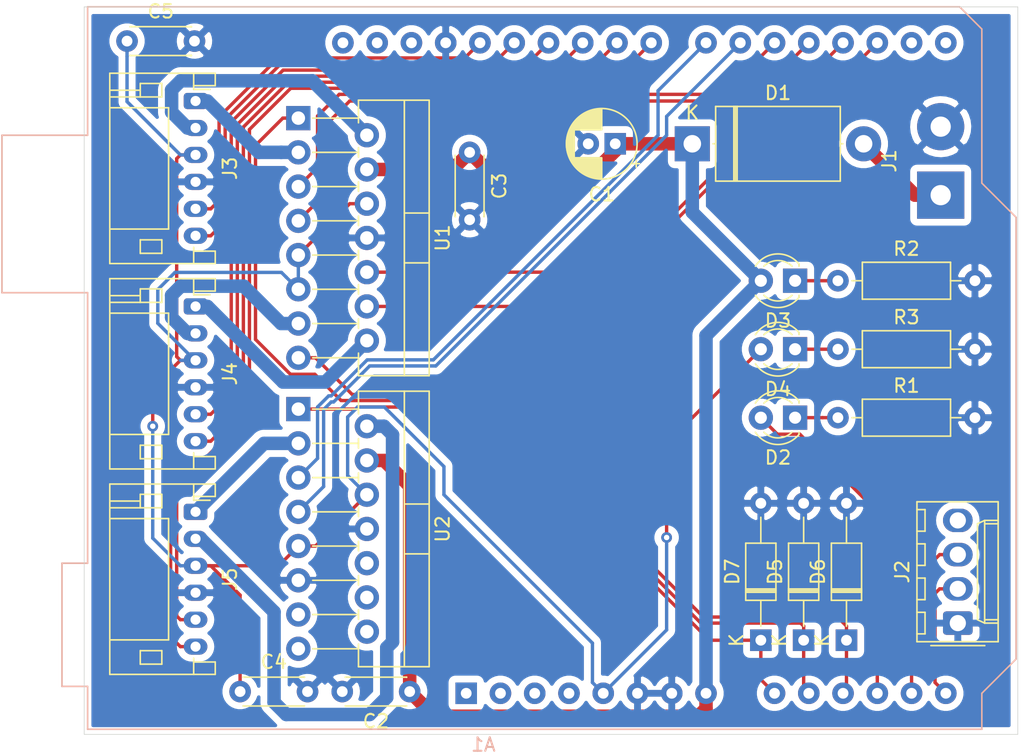
<source format=kicad_pcb>
(kicad_pcb (version 20171130) (host pcbnew 5.1.5+dfsg1-2build2)

  (general
    (thickness 1.6)
    (drawings 4)
    (tracks 226)
    (zones 0)
    (modules 23)
    (nets 47)
  )

  (page A4)
  (layers
    (0 F.Cu signal)
    (31 B.Cu signal)
    (32 B.Adhes user)
    (33 F.Adhes user)
    (34 B.Paste user)
    (35 F.Paste user)
    (36 B.SilkS user)
    (37 F.SilkS user)
    (38 B.Mask user)
    (39 F.Mask user)
    (40 Dwgs.User user)
    (41 Cmts.User user)
    (42 Eco1.User user)
    (43 Eco2.User user)
    (44 Edge.Cuts user)
    (45 Margin user)
    (46 B.CrtYd user)
    (47 F.CrtYd user)
    (48 B.Fab user)
    (49 F.Fab user)
  )

  (setup
    (last_trace_width 0.25)
    (trace_clearance 0.2)
    (zone_clearance 0.508)
    (zone_45_only no)
    (trace_min 0.2)
    (via_size 0.8)
    (via_drill 0.4)
    (via_min_size 0.4)
    (via_min_drill 0.3)
    (uvia_size 0.3)
    (uvia_drill 0.1)
    (uvias_allowed no)
    (uvia_min_size 0.2)
    (uvia_min_drill 0.1)
    (edge_width 0.05)
    (segment_width 0.2)
    (pcb_text_width 0.3)
    (pcb_text_size 1.5 1.5)
    (mod_edge_width 0.12)
    (mod_text_size 1 1)
    (mod_text_width 0.15)
    (pad_size 1.524 1.524)
    (pad_drill 0.762)
    (pad_to_mask_clearance 0.051)
    (solder_mask_min_width 0.25)
    (aux_axis_origin 0 0)
    (visible_elements FFFFFF7F)
    (pcbplotparams
      (layerselection 0x010fc_ffffffff)
      (usegerberextensions false)
      (usegerberattributes false)
      (usegerberadvancedattributes false)
      (creategerberjobfile false)
      (excludeedgelayer true)
      (linewidth 0.100000)
      (plotframeref false)
      (viasonmask false)
      (mode 1)
      (useauxorigin false)
      (hpglpennumber 1)
      (hpglpenspeed 20)
      (hpglpendiameter 15.000000)
      (psnegative false)
      (psa4output false)
      (plotreference true)
      (plotvalue true)
      (plotinvisibletext false)
      (padsonsilk false)
      (subtractmaskfromsilk false)
      (outputformat 1)
      (mirror false)
      (drillshape 1)
      (scaleselection 1)
      (outputdirectory ""))
  )

  (net 0 "")
  (net 1 SCL)
  (net 2 SDA)
  (net 3 "Net-(A1-Pad1)")
  (net 4 MOTOR_A1)
  (net 5 "Net-(A1-Pad2)")
  (net 6 MOTOR_B1)
  (net 7 "Net-(A1-Pad3)")
  (net 8 MOTOR_A2)
  (net 9 "Net-(A1-Pad4)")
  (net 10 MOTOR_B2)
  (net 11 +5V)
  (net 12 MOTOR_A3)
  (net 13 GND)
  (net 14 MOTOR_B3)
  (net 15 HALL_SENSOR_B1)
  (net 16 +12V)
  (net 17 HALL_SENSOR_A1)
  (net 18 SENSE1)
  (net 19 HALL_SENSOR_B2)
  (net 20 SENSE2)
  (net 21 HALL_SENSOR_A2)
  (net 22 SENSE3)
  (net 23 HALL_SENSOR_B3)
  (net 24 LED_DISPLAY)
  (net 25 HALL_SENSOR_A3)
  (net 26 "Net-(A1-Pad30)")
  (net 27 "Net-(A1-Pad15)")
  (net 28 "Net-(A1-Pad16)")
  (net 29 "Net-(D1-Pad2)")
  (net 30 "Net-(D2-Pad1)")
  (net 31 "Net-(D3-Pad1)")
  (net 32 "Net-(D4-Pad1)")
  (net 33 "Net-(J2-Pad4)")
  (net 34 "Net-(J3-Pad1)")
  (net 35 "Net-(J3-Pad2)")
  (net 36 "Net-(J4-Pad2)")
  (net 37 "Net-(J4-Pad1)")
  (net 38 "Net-(J5-Pad1)")
  (net 39 "Net-(J5-Pad2)")
  (net 40 "Net-(U2-Pad15)")
  (net 41 "Net-(U2-Pad14)")
  (net 42 "Net-(U2-Pad13)")
  (net 43 "Net-(U2-Pad12)")
  (net 44 "Net-(U2-Pad10)")
  (net 45 "Net-(A1-Pad32)")
  (net 46 "Net-(A1-Pad31)")

  (net_class Default "Ceci est la Netclass par défaut."
    (clearance 0.2)
    (trace_width 0.25)
    (via_dia 0.8)
    (via_drill 0.4)
    (uvia_dia 0.3)
    (uvia_drill 0.1)
    (add_net +5V)
    (add_net GND)
    (add_net HALL_SENSOR_A1)
    (add_net HALL_SENSOR_A2)
    (add_net HALL_SENSOR_A3)
    (add_net HALL_SENSOR_B1)
    (add_net HALL_SENSOR_B2)
    (add_net HALL_SENSOR_B3)
    (add_net LED_DISPLAY)
    (add_net MOTOR_A1)
    (add_net MOTOR_A2)
    (add_net MOTOR_A3)
    (add_net MOTOR_B1)
    (add_net MOTOR_B2)
    (add_net MOTOR_B3)
    (add_net "Net-(A1-Pad1)")
    (add_net "Net-(A1-Pad15)")
    (add_net "Net-(A1-Pad16)")
    (add_net "Net-(A1-Pad2)")
    (add_net "Net-(A1-Pad3)")
    (add_net "Net-(A1-Pad30)")
    (add_net "Net-(A1-Pad31)")
    (add_net "Net-(A1-Pad32)")
    (add_net "Net-(A1-Pad4)")
    (add_net "Net-(D2-Pad1)")
    (add_net "Net-(D3-Pad1)")
    (add_net "Net-(D4-Pad1)")
    (add_net "Net-(J2-Pad4)")
    (add_net "Net-(U2-Pad10)")
    (add_net "Net-(U2-Pad12)")
    (add_net "Net-(U2-Pad13)")
    (add_net "Net-(U2-Pad14)")
    (add_net "Net-(U2-Pad15)")
    (add_net SCL)
    (add_net SDA)
    (add_net SENSE1)
    (add_net SENSE2)
    (add_net SENSE3)
  )

  (net_class Puissance ""
    (clearance 0.4)
    (trace_width 1)
    (via_dia 0.8)
    (via_drill 0.4)
    (uvia_dia 0.3)
    (uvia_drill 0.1)
    (add_net +12V)
    (add_net "Net-(D1-Pad2)")
    (add_net "Net-(J3-Pad1)")
    (add_net "Net-(J3-Pad2)")
    (add_net "Net-(J4-Pad1)")
    (add_net "Net-(J4-Pad2)")
    (add_net "Net-(J5-Pad1)")
    (add_net "Net-(J5-Pad2)")
  )

  (module Module:Arduino_UNO_R3 (layer B.Cu) (tedit 58AB60FC) (tstamp 5FB49A68)
    (at 194.056 98.552)
    (descr "Arduino UNO R3, http://www.mouser.com/pdfdocs/Gravitech_Arduino_Nano3_0.pdf")
    (tags "Arduino UNO R3")
    (path /5FADB7A3)
    (fp_text reference A1 (at 1.27 3.81 -180) (layer B.SilkS)
      (effects (font (size 1 1) (thickness 0.15)) (justify mirror))
    )
    (fp_text value Arduino_UNO_R3 (at 0 -22.86) (layer B.Fab)
      (effects (font (size 1 1) (thickness 0.15)) (justify mirror))
    )
    (fp_text user %R (at 0 -20.32 -180) (layer B.Fab)
      (effects (font (size 1 1) (thickness 0.15)) (justify mirror))
    )
    (fp_line (start 38.35 2.79) (end 38.35 0) (layer B.CrtYd) (width 0.05))
    (fp_line (start 38.35 0) (end 40.89 -2.54) (layer B.CrtYd) (width 0.05))
    (fp_line (start 40.89 -2.54) (end 40.89 -35.31) (layer B.CrtYd) (width 0.05))
    (fp_line (start 40.89 -35.31) (end 38.35 -37.85) (layer B.CrtYd) (width 0.05))
    (fp_line (start 38.35 -37.85) (end 38.35 -49.28) (layer B.CrtYd) (width 0.05))
    (fp_line (start 38.35 -49.28) (end 36.58 -51.05) (layer B.CrtYd) (width 0.05))
    (fp_line (start 36.58 -51.05) (end -28.19 -51.05) (layer B.CrtYd) (width 0.05))
    (fp_line (start -28.19 -51.05) (end -28.19 -41.53) (layer B.CrtYd) (width 0.05))
    (fp_line (start -28.19 -41.53) (end -34.54 -41.53) (layer B.CrtYd) (width 0.05))
    (fp_line (start -34.54 -41.53) (end -34.54 -29.59) (layer B.CrtYd) (width 0.05))
    (fp_line (start -34.54 -29.59) (end -28.19 -29.59) (layer B.CrtYd) (width 0.05))
    (fp_line (start -28.19 -29.59) (end -28.19 -9.78) (layer B.CrtYd) (width 0.05))
    (fp_line (start -28.19 -9.78) (end -30.1 -9.78) (layer B.CrtYd) (width 0.05))
    (fp_line (start -30.1 -9.78) (end -30.1 -0.38) (layer B.CrtYd) (width 0.05))
    (fp_line (start -30.1 -0.38) (end -28.19 -0.38) (layer B.CrtYd) (width 0.05))
    (fp_line (start -28.19 -0.38) (end -28.19 2.79) (layer B.CrtYd) (width 0.05))
    (fp_line (start -28.19 2.79) (end 38.35 2.79) (layer B.CrtYd) (width 0.05))
    (fp_line (start 40.77 -35.31) (end 40.77 -2.54) (layer B.SilkS) (width 0.12))
    (fp_line (start 40.77 -2.54) (end 38.23 0) (layer B.SilkS) (width 0.12))
    (fp_line (start 38.23 0) (end 38.23 2.67) (layer B.SilkS) (width 0.12))
    (fp_line (start 38.23 2.67) (end -28.07 2.67) (layer B.SilkS) (width 0.12))
    (fp_line (start -28.07 2.67) (end -28.07 -0.51) (layer B.SilkS) (width 0.12))
    (fp_line (start -28.07 -0.51) (end -29.97 -0.51) (layer B.SilkS) (width 0.12))
    (fp_line (start -29.97 -0.51) (end -29.97 -9.65) (layer B.SilkS) (width 0.12))
    (fp_line (start -29.97 -9.65) (end -28.07 -9.65) (layer B.SilkS) (width 0.12))
    (fp_line (start -28.07 -9.65) (end -28.07 -29.72) (layer B.SilkS) (width 0.12))
    (fp_line (start -28.07 -29.72) (end -34.42 -29.72) (layer B.SilkS) (width 0.12))
    (fp_line (start -34.42 -29.72) (end -34.42 -41.4) (layer B.SilkS) (width 0.12))
    (fp_line (start -34.42 -41.4) (end -28.07 -41.4) (layer B.SilkS) (width 0.12))
    (fp_line (start -28.07 -41.4) (end -28.07 -50.93) (layer B.SilkS) (width 0.12))
    (fp_line (start -28.07 -50.93) (end 36.58 -50.93) (layer B.SilkS) (width 0.12))
    (fp_line (start 36.58 -50.93) (end 38.23 -49.28) (layer B.SilkS) (width 0.12))
    (fp_line (start 38.23 -49.28) (end 38.23 -37.85) (layer B.SilkS) (width 0.12))
    (fp_line (start 38.23 -37.85) (end 40.77 -35.31) (layer B.SilkS) (width 0.12))
    (fp_line (start -34.29 -29.84) (end -18.41 -29.84) (layer B.Fab) (width 0.1))
    (fp_line (start -18.41 -29.84) (end -18.41 -41.27) (layer B.Fab) (width 0.1))
    (fp_line (start -18.41 -41.27) (end -34.29 -41.27) (layer B.Fab) (width 0.1))
    (fp_line (start -34.29 -41.27) (end -34.29 -29.84) (layer B.Fab) (width 0.1))
    (fp_line (start -29.84 -0.64) (end -16.51 -0.64) (layer B.Fab) (width 0.1))
    (fp_line (start -16.51 -0.64) (end -16.51 -9.53) (layer B.Fab) (width 0.1))
    (fp_line (start -16.51 -9.53) (end -29.84 -9.53) (layer B.Fab) (width 0.1))
    (fp_line (start -29.84 -9.53) (end -29.84 -0.64) (layer B.Fab) (width 0.1))
    (fp_line (start 38.1 -37.85) (end 38.1 -49.28) (layer B.Fab) (width 0.1))
    (fp_line (start 40.64 -2.54) (end 40.64 -35.31) (layer B.Fab) (width 0.1))
    (fp_line (start 40.64 -35.31) (end 38.1 -37.85) (layer B.Fab) (width 0.1))
    (fp_line (start 38.1 2.54) (end 38.1 0) (layer B.Fab) (width 0.1))
    (fp_line (start 38.1 0) (end 40.64 -2.54) (layer B.Fab) (width 0.1))
    (fp_line (start 38.1 -49.28) (end 36.58 -50.8) (layer B.Fab) (width 0.1))
    (fp_line (start 36.58 -50.8) (end -27.94 -50.8) (layer B.Fab) (width 0.1))
    (fp_line (start -27.94 -50.8) (end -27.94 2.54) (layer B.Fab) (width 0.1))
    (fp_line (start -27.94 2.54) (end 38.1 2.54) (layer B.Fab) (width 0.1))
    (pad 32 thru_hole oval (at -9.14 -48.26 270) (size 1.6 1.6) (drill 0.8) (layers *.Cu *.Mask)
      (net 45 "Net-(A1-Pad32)"))
    (pad 31 thru_hole oval (at -6.6 -48.26 270) (size 1.6 1.6) (drill 0.8) (layers *.Cu *.Mask)
      (net 46 "Net-(A1-Pad31)"))
    (pad 1 thru_hole rect (at 0 0 270) (size 1.6 1.6) (drill 0.8) (layers *.Cu *.Mask)
      (net 3 "Net-(A1-Pad1)"))
    (pad 17 thru_hole oval (at 30.48 -48.26 270) (size 1.6 1.6) (drill 0.8) (layers *.Cu *.Mask)
      (net 10 MOTOR_B2))
    (pad 2 thru_hole oval (at 2.54 0 270) (size 1.6 1.6) (drill 0.8) (layers *.Cu *.Mask)
      (net 5 "Net-(A1-Pad2)"))
    (pad 18 thru_hole oval (at 27.94 -48.26 270) (size 1.6 1.6) (drill 0.8) (layers *.Cu *.Mask)
      (net 8 MOTOR_A2))
    (pad 3 thru_hole oval (at 5.08 0 270) (size 1.6 1.6) (drill 0.8) (layers *.Cu *.Mask)
      (net 7 "Net-(A1-Pad3)"))
    (pad 19 thru_hole oval (at 25.4 -48.26 270) (size 1.6 1.6) (drill 0.8) (layers *.Cu *.Mask)
      (net 6 MOTOR_B1))
    (pad 4 thru_hole oval (at 7.62 0 270) (size 1.6 1.6) (drill 0.8) (layers *.Cu *.Mask)
      (net 9 "Net-(A1-Pad4)"))
    (pad 20 thru_hole oval (at 22.86 -48.26 270) (size 1.6 1.6) (drill 0.8) (layers *.Cu *.Mask)
      (net 4 MOTOR_A1))
    (pad 5 thru_hole oval (at 10.16 0 270) (size 1.6 1.6) (drill 0.8) (layers *.Cu *.Mask)
      (net 11 +5V))
    (pad 21 thru_hole oval (at 20.32 -48.26 270) (size 1.6 1.6) (drill 0.8) (layers *.Cu *.Mask)
      (net 14 MOTOR_B3))
    (pad 6 thru_hole oval (at 12.7 0 270) (size 1.6 1.6) (drill 0.8) (layers *.Cu *.Mask)
      (net 13 GND))
    (pad 22 thru_hole oval (at 17.78 -48.26 270) (size 1.6 1.6) (drill 0.8) (layers *.Cu *.Mask)
      (net 12 MOTOR_A3))
    (pad 7 thru_hole oval (at 15.24 0 270) (size 1.6 1.6) (drill 0.8) (layers *.Cu *.Mask)
      (net 13 GND))
    (pad 23 thru_hole oval (at 13.72 -48.26 270) (size 1.6 1.6) (drill 0.8) (layers *.Cu *.Mask)
      (net 25 HALL_SENSOR_A3))
    (pad 8 thru_hole oval (at 17.78 0 270) (size 1.6 1.6) (drill 0.8) (layers *.Cu *.Mask)
      (net 16 +12V))
    (pad 24 thru_hole oval (at 11.18 -48.26 270) (size 1.6 1.6) (drill 0.8) (layers *.Cu *.Mask)
      (net 23 HALL_SENSOR_B3))
    (pad 9 thru_hole oval (at 22.86 0 270) (size 1.6 1.6) (drill 0.8) (layers *.Cu *.Mask)
      (net 22 SENSE3))
    (pad 25 thru_hole oval (at 8.64 -48.26 270) (size 1.6 1.6) (drill 0.8) (layers *.Cu *.Mask)
      (net 19 HALL_SENSOR_B2))
    (pad 10 thru_hole oval (at 25.4 0 270) (size 1.6 1.6) (drill 0.8) (layers *.Cu *.Mask)
      (net 18 SENSE1))
    (pad 26 thru_hole oval (at 6.1 -48.26 270) (size 1.6 1.6) (drill 0.8) (layers *.Cu *.Mask)
      (net 21 HALL_SENSOR_A2))
    (pad 11 thru_hole oval (at 27.94 0 270) (size 1.6 1.6) (drill 0.8) (layers *.Cu *.Mask)
      (net 20 SENSE2))
    (pad 27 thru_hole oval (at 3.56 -48.26 270) (size 1.6 1.6) (drill 0.8) (layers *.Cu *.Mask)
      (net 15 HALL_SENSOR_B1))
    (pad 12 thru_hole oval (at 30.48 0 270) (size 1.6 1.6) (drill 0.8) (layers *.Cu *.Mask)
      (net 24 LED_DISPLAY))
    (pad 28 thru_hole oval (at 1.02 -48.26 270) (size 1.6 1.6) (drill 0.8) (layers *.Cu *.Mask)
      (net 17 HALL_SENSOR_A1))
    (pad 13 thru_hole oval (at 33.02 0 270) (size 1.6 1.6) (drill 0.8) (layers *.Cu *.Mask)
      (net 2 SDA))
    (pad 29 thru_hole oval (at -1.52 -48.26 270) (size 1.6 1.6) (drill 0.8) (layers *.Cu *.Mask)
      (net 13 GND))
    (pad 14 thru_hole oval (at 35.56 0 270) (size 1.6 1.6) (drill 0.8) (layers *.Cu *.Mask)
      (net 1 SCL))
    (pad 30 thru_hole oval (at -4.06 -48.26 270) (size 1.6 1.6) (drill 0.8) (layers *.Cu *.Mask)
      (net 26 "Net-(A1-Pad30)"))
    (pad 15 thru_hole oval (at 35.56 -48.26 270) (size 1.6 1.6) (drill 0.8) (layers *.Cu *.Mask)
      (net 27 "Net-(A1-Pad15)"))
    (pad 16 thru_hole oval (at 33.02 -48.26 270) (size 1.6 1.6) (drill 0.8) (layers *.Cu *.Mask)
      (net 28 "Net-(A1-Pad16)"))
    (model ${KISYS3DMOD}/Module.3dshapes/Arduino_UNO_R3.wrl
      (at (xyz 0 0 0))
      (scale (xyz 1 1 1))
      (rotate (xyz 0 0 0))
    )
  )

  (module Capacitor_THT:CP_Radial_D5.0mm_P2.00mm (layer F.Cu) (tedit 5AE50EF0) (tstamp 5FB49AEB)
    (at 205.105 57.785 180)
    (descr "CP, Radial series, Radial, pin pitch=2.00mm, , diameter=5mm, Electrolytic Capacitor")
    (tags "CP Radial series Radial pin pitch 2.00mm  diameter 5mm Electrolytic Capacitor")
    (path /5FADF344)
    (fp_text reference C1 (at 1 -3.75) (layer F.SilkS)
      (effects (font (size 1 1) (thickness 0.15)))
    )
    (fp_text value 10uF (at 1 3.75) (layer F.Fab)
      (effects (font (size 1 1) (thickness 0.15)))
    )
    (fp_circle (center 1 0) (end 3.5 0) (layer F.Fab) (width 0.1))
    (fp_circle (center 1 0) (end 3.62 0) (layer F.SilkS) (width 0.12))
    (fp_circle (center 1 0) (end 3.75 0) (layer F.CrtYd) (width 0.05))
    (fp_line (start -1.133605 -1.0875) (end -0.633605 -1.0875) (layer F.Fab) (width 0.1))
    (fp_line (start -0.883605 -1.3375) (end -0.883605 -0.8375) (layer F.Fab) (width 0.1))
    (fp_line (start 1 1.04) (end 1 2.58) (layer F.SilkS) (width 0.12))
    (fp_line (start 1 -2.58) (end 1 -1.04) (layer F.SilkS) (width 0.12))
    (fp_line (start 1.04 1.04) (end 1.04 2.58) (layer F.SilkS) (width 0.12))
    (fp_line (start 1.04 -2.58) (end 1.04 -1.04) (layer F.SilkS) (width 0.12))
    (fp_line (start 1.08 -2.579) (end 1.08 -1.04) (layer F.SilkS) (width 0.12))
    (fp_line (start 1.08 1.04) (end 1.08 2.579) (layer F.SilkS) (width 0.12))
    (fp_line (start 1.12 -2.578) (end 1.12 -1.04) (layer F.SilkS) (width 0.12))
    (fp_line (start 1.12 1.04) (end 1.12 2.578) (layer F.SilkS) (width 0.12))
    (fp_line (start 1.16 -2.576) (end 1.16 -1.04) (layer F.SilkS) (width 0.12))
    (fp_line (start 1.16 1.04) (end 1.16 2.576) (layer F.SilkS) (width 0.12))
    (fp_line (start 1.2 -2.573) (end 1.2 -1.04) (layer F.SilkS) (width 0.12))
    (fp_line (start 1.2 1.04) (end 1.2 2.573) (layer F.SilkS) (width 0.12))
    (fp_line (start 1.24 -2.569) (end 1.24 -1.04) (layer F.SilkS) (width 0.12))
    (fp_line (start 1.24 1.04) (end 1.24 2.569) (layer F.SilkS) (width 0.12))
    (fp_line (start 1.28 -2.565) (end 1.28 -1.04) (layer F.SilkS) (width 0.12))
    (fp_line (start 1.28 1.04) (end 1.28 2.565) (layer F.SilkS) (width 0.12))
    (fp_line (start 1.32 -2.561) (end 1.32 -1.04) (layer F.SilkS) (width 0.12))
    (fp_line (start 1.32 1.04) (end 1.32 2.561) (layer F.SilkS) (width 0.12))
    (fp_line (start 1.36 -2.556) (end 1.36 -1.04) (layer F.SilkS) (width 0.12))
    (fp_line (start 1.36 1.04) (end 1.36 2.556) (layer F.SilkS) (width 0.12))
    (fp_line (start 1.4 -2.55) (end 1.4 -1.04) (layer F.SilkS) (width 0.12))
    (fp_line (start 1.4 1.04) (end 1.4 2.55) (layer F.SilkS) (width 0.12))
    (fp_line (start 1.44 -2.543) (end 1.44 -1.04) (layer F.SilkS) (width 0.12))
    (fp_line (start 1.44 1.04) (end 1.44 2.543) (layer F.SilkS) (width 0.12))
    (fp_line (start 1.48 -2.536) (end 1.48 -1.04) (layer F.SilkS) (width 0.12))
    (fp_line (start 1.48 1.04) (end 1.48 2.536) (layer F.SilkS) (width 0.12))
    (fp_line (start 1.52 -2.528) (end 1.52 -1.04) (layer F.SilkS) (width 0.12))
    (fp_line (start 1.52 1.04) (end 1.52 2.528) (layer F.SilkS) (width 0.12))
    (fp_line (start 1.56 -2.52) (end 1.56 -1.04) (layer F.SilkS) (width 0.12))
    (fp_line (start 1.56 1.04) (end 1.56 2.52) (layer F.SilkS) (width 0.12))
    (fp_line (start 1.6 -2.511) (end 1.6 -1.04) (layer F.SilkS) (width 0.12))
    (fp_line (start 1.6 1.04) (end 1.6 2.511) (layer F.SilkS) (width 0.12))
    (fp_line (start 1.64 -2.501) (end 1.64 -1.04) (layer F.SilkS) (width 0.12))
    (fp_line (start 1.64 1.04) (end 1.64 2.501) (layer F.SilkS) (width 0.12))
    (fp_line (start 1.68 -2.491) (end 1.68 -1.04) (layer F.SilkS) (width 0.12))
    (fp_line (start 1.68 1.04) (end 1.68 2.491) (layer F.SilkS) (width 0.12))
    (fp_line (start 1.721 -2.48) (end 1.721 -1.04) (layer F.SilkS) (width 0.12))
    (fp_line (start 1.721 1.04) (end 1.721 2.48) (layer F.SilkS) (width 0.12))
    (fp_line (start 1.761 -2.468) (end 1.761 -1.04) (layer F.SilkS) (width 0.12))
    (fp_line (start 1.761 1.04) (end 1.761 2.468) (layer F.SilkS) (width 0.12))
    (fp_line (start 1.801 -2.455) (end 1.801 -1.04) (layer F.SilkS) (width 0.12))
    (fp_line (start 1.801 1.04) (end 1.801 2.455) (layer F.SilkS) (width 0.12))
    (fp_line (start 1.841 -2.442) (end 1.841 -1.04) (layer F.SilkS) (width 0.12))
    (fp_line (start 1.841 1.04) (end 1.841 2.442) (layer F.SilkS) (width 0.12))
    (fp_line (start 1.881 -2.428) (end 1.881 -1.04) (layer F.SilkS) (width 0.12))
    (fp_line (start 1.881 1.04) (end 1.881 2.428) (layer F.SilkS) (width 0.12))
    (fp_line (start 1.921 -2.414) (end 1.921 -1.04) (layer F.SilkS) (width 0.12))
    (fp_line (start 1.921 1.04) (end 1.921 2.414) (layer F.SilkS) (width 0.12))
    (fp_line (start 1.961 -2.398) (end 1.961 -1.04) (layer F.SilkS) (width 0.12))
    (fp_line (start 1.961 1.04) (end 1.961 2.398) (layer F.SilkS) (width 0.12))
    (fp_line (start 2.001 -2.382) (end 2.001 -1.04) (layer F.SilkS) (width 0.12))
    (fp_line (start 2.001 1.04) (end 2.001 2.382) (layer F.SilkS) (width 0.12))
    (fp_line (start 2.041 -2.365) (end 2.041 -1.04) (layer F.SilkS) (width 0.12))
    (fp_line (start 2.041 1.04) (end 2.041 2.365) (layer F.SilkS) (width 0.12))
    (fp_line (start 2.081 -2.348) (end 2.081 -1.04) (layer F.SilkS) (width 0.12))
    (fp_line (start 2.081 1.04) (end 2.081 2.348) (layer F.SilkS) (width 0.12))
    (fp_line (start 2.121 -2.329) (end 2.121 -1.04) (layer F.SilkS) (width 0.12))
    (fp_line (start 2.121 1.04) (end 2.121 2.329) (layer F.SilkS) (width 0.12))
    (fp_line (start 2.161 -2.31) (end 2.161 -1.04) (layer F.SilkS) (width 0.12))
    (fp_line (start 2.161 1.04) (end 2.161 2.31) (layer F.SilkS) (width 0.12))
    (fp_line (start 2.201 -2.29) (end 2.201 -1.04) (layer F.SilkS) (width 0.12))
    (fp_line (start 2.201 1.04) (end 2.201 2.29) (layer F.SilkS) (width 0.12))
    (fp_line (start 2.241 -2.268) (end 2.241 -1.04) (layer F.SilkS) (width 0.12))
    (fp_line (start 2.241 1.04) (end 2.241 2.268) (layer F.SilkS) (width 0.12))
    (fp_line (start 2.281 -2.247) (end 2.281 -1.04) (layer F.SilkS) (width 0.12))
    (fp_line (start 2.281 1.04) (end 2.281 2.247) (layer F.SilkS) (width 0.12))
    (fp_line (start 2.321 -2.224) (end 2.321 -1.04) (layer F.SilkS) (width 0.12))
    (fp_line (start 2.321 1.04) (end 2.321 2.224) (layer F.SilkS) (width 0.12))
    (fp_line (start 2.361 -2.2) (end 2.361 -1.04) (layer F.SilkS) (width 0.12))
    (fp_line (start 2.361 1.04) (end 2.361 2.2) (layer F.SilkS) (width 0.12))
    (fp_line (start 2.401 -2.175) (end 2.401 -1.04) (layer F.SilkS) (width 0.12))
    (fp_line (start 2.401 1.04) (end 2.401 2.175) (layer F.SilkS) (width 0.12))
    (fp_line (start 2.441 -2.149) (end 2.441 -1.04) (layer F.SilkS) (width 0.12))
    (fp_line (start 2.441 1.04) (end 2.441 2.149) (layer F.SilkS) (width 0.12))
    (fp_line (start 2.481 -2.122) (end 2.481 -1.04) (layer F.SilkS) (width 0.12))
    (fp_line (start 2.481 1.04) (end 2.481 2.122) (layer F.SilkS) (width 0.12))
    (fp_line (start 2.521 -2.095) (end 2.521 -1.04) (layer F.SilkS) (width 0.12))
    (fp_line (start 2.521 1.04) (end 2.521 2.095) (layer F.SilkS) (width 0.12))
    (fp_line (start 2.561 -2.065) (end 2.561 -1.04) (layer F.SilkS) (width 0.12))
    (fp_line (start 2.561 1.04) (end 2.561 2.065) (layer F.SilkS) (width 0.12))
    (fp_line (start 2.601 -2.035) (end 2.601 -1.04) (layer F.SilkS) (width 0.12))
    (fp_line (start 2.601 1.04) (end 2.601 2.035) (layer F.SilkS) (width 0.12))
    (fp_line (start 2.641 -2.004) (end 2.641 -1.04) (layer F.SilkS) (width 0.12))
    (fp_line (start 2.641 1.04) (end 2.641 2.004) (layer F.SilkS) (width 0.12))
    (fp_line (start 2.681 -1.971) (end 2.681 -1.04) (layer F.SilkS) (width 0.12))
    (fp_line (start 2.681 1.04) (end 2.681 1.971) (layer F.SilkS) (width 0.12))
    (fp_line (start 2.721 -1.937) (end 2.721 -1.04) (layer F.SilkS) (width 0.12))
    (fp_line (start 2.721 1.04) (end 2.721 1.937) (layer F.SilkS) (width 0.12))
    (fp_line (start 2.761 -1.901) (end 2.761 -1.04) (layer F.SilkS) (width 0.12))
    (fp_line (start 2.761 1.04) (end 2.761 1.901) (layer F.SilkS) (width 0.12))
    (fp_line (start 2.801 -1.864) (end 2.801 -1.04) (layer F.SilkS) (width 0.12))
    (fp_line (start 2.801 1.04) (end 2.801 1.864) (layer F.SilkS) (width 0.12))
    (fp_line (start 2.841 -1.826) (end 2.841 -1.04) (layer F.SilkS) (width 0.12))
    (fp_line (start 2.841 1.04) (end 2.841 1.826) (layer F.SilkS) (width 0.12))
    (fp_line (start 2.881 -1.785) (end 2.881 -1.04) (layer F.SilkS) (width 0.12))
    (fp_line (start 2.881 1.04) (end 2.881 1.785) (layer F.SilkS) (width 0.12))
    (fp_line (start 2.921 -1.743) (end 2.921 -1.04) (layer F.SilkS) (width 0.12))
    (fp_line (start 2.921 1.04) (end 2.921 1.743) (layer F.SilkS) (width 0.12))
    (fp_line (start 2.961 -1.699) (end 2.961 -1.04) (layer F.SilkS) (width 0.12))
    (fp_line (start 2.961 1.04) (end 2.961 1.699) (layer F.SilkS) (width 0.12))
    (fp_line (start 3.001 -1.653) (end 3.001 -1.04) (layer F.SilkS) (width 0.12))
    (fp_line (start 3.001 1.04) (end 3.001 1.653) (layer F.SilkS) (width 0.12))
    (fp_line (start 3.041 -1.605) (end 3.041 1.605) (layer F.SilkS) (width 0.12))
    (fp_line (start 3.081 -1.554) (end 3.081 1.554) (layer F.SilkS) (width 0.12))
    (fp_line (start 3.121 -1.5) (end 3.121 1.5) (layer F.SilkS) (width 0.12))
    (fp_line (start 3.161 -1.443) (end 3.161 1.443) (layer F.SilkS) (width 0.12))
    (fp_line (start 3.201 -1.383) (end 3.201 1.383) (layer F.SilkS) (width 0.12))
    (fp_line (start 3.241 -1.319) (end 3.241 1.319) (layer F.SilkS) (width 0.12))
    (fp_line (start 3.281 -1.251) (end 3.281 1.251) (layer F.SilkS) (width 0.12))
    (fp_line (start 3.321 -1.178) (end 3.321 1.178) (layer F.SilkS) (width 0.12))
    (fp_line (start 3.361 -1.098) (end 3.361 1.098) (layer F.SilkS) (width 0.12))
    (fp_line (start 3.401 -1.011) (end 3.401 1.011) (layer F.SilkS) (width 0.12))
    (fp_line (start 3.441 -0.915) (end 3.441 0.915) (layer F.SilkS) (width 0.12))
    (fp_line (start 3.481 -0.805) (end 3.481 0.805) (layer F.SilkS) (width 0.12))
    (fp_line (start 3.521 -0.677) (end 3.521 0.677) (layer F.SilkS) (width 0.12))
    (fp_line (start 3.561 -0.518) (end 3.561 0.518) (layer F.SilkS) (width 0.12))
    (fp_line (start 3.601 -0.284) (end 3.601 0.284) (layer F.SilkS) (width 0.12))
    (fp_line (start -1.804775 -1.475) (end -1.304775 -1.475) (layer F.SilkS) (width 0.12))
    (fp_line (start -1.554775 -1.725) (end -1.554775 -1.225) (layer F.SilkS) (width 0.12))
    (fp_text user %R (at 1 0) (layer F.Fab)
      (effects (font (size 1 1) (thickness 0.15)))
    )
    (pad 1 thru_hole rect (at 0 0 180) (size 1.6 1.6) (drill 0.8) (layers *.Cu *.Mask)
      (net 16 +12V))
    (pad 2 thru_hole circle (at 2 0 180) (size 1.6 1.6) (drill 0.8) (layers *.Cu *.Mask)
      (net 13 GND))
    (model ${KISYS3DMOD}/Capacitor_THT.3dshapes/CP_Radial_D5.0mm_P2.00mm.wrl
      (at (xyz 0 0 0))
      (scale (xyz 1 1 1))
      (rotate (xyz 0 0 0))
    )
  )

  (module Capacitor_THT:C_Disc_D4.3mm_W1.9mm_P5.00mm (layer F.Cu) (tedit 5AE50EF0) (tstamp 5FB49B00)
    (at 189.865 98.425 180)
    (descr "C, Disc series, Radial, pin pitch=5.00mm, , diameter*width=4.3*1.9mm^2, Capacitor, http://www.vishay.com/docs/45233/krseries.pdf")
    (tags "C Disc series Radial pin pitch 5.00mm  diameter 4.3mm width 1.9mm Capacitor")
    (path /5FB1EB89)
    (fp_text reference C2 (at 2.5 -2.2) (layer F.SilkS)
      (effects (font (size 1 1) (thickness 0.15)))
    )
    (fp_text value 100nF (at 2.5 2.2) (layer F.Fab)
      (effects (font (size 1 1) (thickness 0.15)))
    )
    (fp_text user %R (at 2.5 0) (layer F.Fab)
      (effects (font (size 0.86 0.86) (thickness 0.129)))
    )
    (fp_line (start 6.05 -1.2) (end -1.05 -1.2) (layer F.CrtYd) (width 0.05))
    (fp_line (start 6.05 1.2) (end 6.05 -1.2) (layer F.CrtYd) (width 0.05))
    (fp_line (start -1.05 1.2) (end 6.05 1.2) (layer F.CrtYd) (width 0.05))
    (fp_line (start -1.05 -1.2) (end -1.05 1.2) (layer F.CrtYd) (width 0.05))
    (fp_line (start 4.77 1.055) (end 4.77 1.07) (layer F.SilkS) (width 0.12))
    (fp_line (start 4.77 -1.07) (end 4.77 -1.055) (layer F.SilkS) (width 0.12))
    (fp_line (start 0.23 1.055) (end 0.23 1.07) (layer F.SilkS) (width 0.12))
    (fp_line (start 0.23 -1.07) (end 0.23 -1.055) (layer F.SilkS) (width 0.12))
    (fp_line (start 0.23 1.07) (end 4.77 1.07) (layer F.SilkS) (width 0.12))
    (fp_line (start 0.23 -1.07) (end 4.77 -1.07) (layer F.SilkS) (width 0.12))
    (fp_line (start 4.65 -0.95) (end 0.35 -0.95) (layer F.Fab) (width 0.1))
    (fp_line (start 4.65 0.95) (end 4.65 -0.95) (layer F.Fab) (width 0.1))
    (fp_line (start 0.35 0.95) (end 4.65 0.95) (layer F.Fab) (width 0.1))
    (fp_line (start 0.35 -0.95) (end 0.35 0.95) (layer F.Fab) (width 0.1))
    (pad 2 thru_hole circle (at 5 0 180) (size 1.6 1.6) (drill 0.8) (layers *.Cu *.Mask)
      (net 13 GND))
    (pad 1 thru_hole circle (at 0 0 180) (size 1.6 1.6) (drill 0.8) (layers *.Cu *.Mask)
      (net 16 +12V))
    (model ${KISYS3DMOD}/Capacitor_THT.3dshapes/C_Disc_D4.3mm_W1.9mm_P5.00mm.wrl
      (at (xyz 0 0 0))
      (scale (xyz 1 1 1))
      (rotate (xyz 0 0 0))
    )
  )

  (module Capacitor_THT:C_Disc_D4.3mm_W1.9mm_P5.00mm (layer F.Cu) (tedit 5AE50EF0) (tstamp 5FB49B15)
    (at 194.31 58.42 270)
    (descr "C, Disc series, Radial, pin pitch=5.00mm, , diameter*width=4.3*1.9mm^2, Capacitor, http://www.vishay.com/docs/45233/krseries.pdf")
    (tags "C Disc series Radial pin pitch 5.00mm  diameter 4.3mm width 1.9mm Capacitor")
    (path /5FB7B9A6)
    (fp_text reference C3 (at 2.5 -2.2 90) (layer F.SilkS)
      (effects (font (size 1 1) (thickness 0.15)))
    )
    (fp_text value 100nF (at 2.5 2.2 90) (layer F.Fab)
      (effects (font (size 1 1) (thickness 0.15)))
    )
    (fp_text user %R (at 2.5 0 90) (layer F.Fab)
      (effects (font (size 0.86 0.86) (thickness 0.129)))
    )
    (fp_line (start 6.05 -1.2) (end -1.05 -1.2) (layer F.CrtYd) (width 0.05))
    (fp_line (start 6.05 1.2) (end 6.05 -1.2) (layer F.CrtYd) (width 0.05))
    (fp_line (start -1.05 1.2) (end 6.05 1.2) (layer F.CrtYd) (width 0.05))
    (fp_line (start -1.05 -1.2) (end -1.05 1.2) (layer F.CrtYd) (width 0.05))
    (fp_line (start 4.77 1.055) (end 4.77 1.07) (layer F.SilkS) (width 0.12))
    (fp_line (start 4.77 -1.07) (end 4.77 -1.055) (layer F.SilkS) (width 0.12))
    (fp_line (start 0.23 1.055) (end 0.23 1.07) (layer F.SilkS) (width 0.12))
    (fp_line (start 0.23 -1.07) (end 0.23 -1.055) (layer F.SilkS) (width 0.12))
    (fp_line (start 0.23 1.07) (end 4.77 1.07) (layer F.SilkS) (width 0.12))
    (fp_line (start 0.23 -1.07) (end 4.77 -1.07) (layer F.SilkS) (width 0.12))
    (fp_line (start 4.65 -0.95) (end 0.35 -0.95) (layer F.Fab) (width 0.1))
    (fp_line (start 4.65 0.95) (end 4.65 -0.95) (layer F.Fab) (width 0.1))
    (fp_line (start 0.35 0.95) (end 4.65 0.95) (layer F.Fab) (width 0.1))
    (fp_line (start 0.35 -0.95) (end 0.35 0.95) (layer F.Fab) (width 0.1))
    (pad 2 thru_hole circle (at 5 0 270) (size 1.6 1.6) (drill 0.8) (layers *.Cu *.Mask)
      (net 13 GND))
    (pad 1 thru_hole circle (at 0 0 270) (size 1.6 1.6) (drill 0.8) (layers *.Cu *.Mask)
      (net 16 +12V))
    (model ${KISYS3DMOD}/Capacitor_THT.3dshapes/C_Disc_D4.3mm_W1.9mm_P5.00mm.wrl
      (at (xyz 0 0 0))
      (scale (xyz 1 1 1))
      (rotate (xyz 0 0 0))
    )
  )

  (module Capacitor_THT:C_Disc_D4.3mm_W1.9mm_P5.00mm (layer F.Cu) (tedit 5AE50EF0) (tstamp 5FB49B2A)
    (at 177.292 98.425)
    (descr "C, Disc series, Radial, pin pitch=5.00mm, , diameter*width=4.3*1.9mm^2, Capacitor, http://www.vishay.com/docs/45233/krseries.pdf")
    (tags "C Disc series Radial pin pitch 5.00mm  diameter 4.3mm width 1.9mm Capacitor")
    (path /5FB1F3B9)
    (fp_text reference C4 (at 2.5 -2.2) (layer F.SilkS)
      (effects (font (size 1 1) (thickness 0.15)))
    )
    (fp_text value 100nF (at 2.5 2.2) (layer F.Fab)
      (effects (font (size 1 1) (thickness 0.15)))
    )
    (fp_line (start 0.35 -0.95) (end 0.35 0.95) (layer F.Fab) (width 0.1))
    (fp_line (start 0.35 0.95) (end 4.65 0.95) (layer F.Fab) (width 0.1))
    (fp_line (start 4.65 0.95) (end 4.65 -0.95) (layer F.Fab) (width 0.1))
    (fp_line (start 4.65 -0.95) (end 0.35 -0.95) (layer F.Fab) (width 0.1))
    (fp_line (start 0.23 -1.07) (end 4.77 -1.07) (layer F.SilkS) (width 0.12))
    (fp_line (start 0.23 1.07) (end 4.77 1.07) (layer F.SilkS) (width 0.12))
    (fp_line (start 0.23 -1.07) (end 0.23 -1.055) (layer F.SilkS) (width 0.12))
    (fp_line (start 0.23 1.055) (end 0.23 1.07) (layer F.SilkS) (width 0.12))
    (fp_line (start 4.77 -1.07) (end 4.77 -1.055) (layer F.SilkS) (width 0.12))
    (fp_line (start 4.77 1.055) (end 4.77 1.07) (layer F.SilkS) (width 0.12))
    (fp_line (start -1.05 -1.2) (end -1.05 1.2) (layer F.CrtYd) (width 0.05))
    (fp_line (start -1.05 1.2) (end 6.05 1.2) (layer F.CrtYd) (width 0.05))
    (fp_line (start 6.05 1.2) (end 6.05 -1.2) (layer F.CrtYd) (width 0.05))
    (fp_line (start 6.05 -1.2) (end -1.05 -1.2) (layer F.CrtYd) (width 0.05))
    (fp_text user %R (at 2.5 0) (layer F.Fab)
      (effects (font (size 0.86 0.86) (thickness 0.129)))
    )
    (pad 1 thru_hole circle (at 0 0) (size 1.6 1.6) (drill 0.8) (layers *.Cu *.Mask)
      (net 11 +5V))
    (pad 2 thru_hole circle (at 5 0) (size 1.6 1.6) (drill 0.8) (layers *.Cu *.Mask)
      (net 13 GND))
    (model ${KISYS3DMOD}/Capacitor_THT.3dshapes/C_Disc_D4.3mm_W1.9mm_P5.00mm.wrl
      (at (xyz 0 0 0))
      (scale (xyz 1 1 1))
      (rotate (xyz 0 0 0))
    )
  )

  (module Capacitor_THT:C_Disc_D4.3mm_W1.9mm_P5.00mm (layer F.Cu) (tedit 5AE50EF0) (tstamp 5FB49B3F)
    (at 168.91 50.165)
    (descr "C, Disc series, Radial, pin pitch=5.00mm, , diameter*width=4.3*1.9mm^2, Capacitor, http://www.vishay.com/docs/45233/krseries.pdf")
    (tags "C Disc series Radial pin pitch 5.00mm  diameter 4.3mm width 1.9mm Capacitor")
    (path /5FB7B9AC)
    (fp_text reference C5 (at 2.5 -2.2) (layer F.SilkS)
      (effects (font (size 1 1) (thickness 0.15)))
    )
    (fp_text value 100nF (at 2.5 2.2) (layer F.Fab)
      (effects (font (size 1 1) (thickness 0.15)))
    )
    (fp_line (start 0.35 -0.95) (end 0.35 0.95) (layer F.Fab) (width 0.1))
    (fp_line (start 0.35 0.95) (end 4.65 0.95) (layer F.Fab) (width 0.1))
    (fp_line (start 4.65 0.95) (end 4.65 -0.95) (layer F.Fab) (width 0.1))
    (fp_line (start 4.65 -0.95) (end 0.35 -0.95) (layer F.Fab) (width 0.1))
    (fp_line (start 0.23 -1.07) (end 4.77 -1.07) (layer F.SilkS) (width 0.12))
    (fp_line (start 0.23 1.07) (end 4.77 1.07) (layer F.SilkS) (width 0.12))
    (fp_line (start 0.23 -1.07) (end 0.23 -1.055) (layer F.SilkS) (width 0.12))
    (fp_line (start 0.23 1.055) (end 0.23 1.07) (layer F.SilkS) (width 0.12))
    (fp_line (start 4.77 -1.07) (end 4.77 -1.055) (layer F.SilkS) (width 0.12))
    (fp_line (start 4.77 1.055) (end 4.77 1.07) (layer F.SilkS) (width 0.12))
    (fp_line (start -1.05 -1.2) (end -1.05 1.2) (layer F.CrtYd) (width 0.05))
    (fp_line (start -1.05 1.2) (end 6.05 1.2) (layer F.CrtYd) (width 0.05))
    (fp_line (start 6.05 1.2) (end 6.05 -1.2) (layer F.CrtYd) (width 0.05))
    (fp_line (start 6.05 -1.2) (end -1.05 -1.2) (layer F.CrtYd) (width 0.05))
    (fp_text user %R (at 2.5 0) (layer F.Fab)
      (effects (font (size 0.86 0.86) (thickness 0.129)))
    )
    (pad 1 thru_hole circle (at 0 0) (size 1.6 1.6) (drill 0.8) (layers *.Cu *.Mask)
      (net 11 +5V))
    (pad 2 thru_hole circle (at 5 0) (size 1.6 1.6) (drill 0.8) (layers *.Cu *.Mask)
      (net 13 GND))
    (model ${KISYS3DMOD}/Capacitor_THT.3dshapes/C_Disc_D4.3mm_W1.9mm_P5.00mm.wrl
      (at (xyz 0 0 0))
      (scale (xyz 1 1 1))
      (rotate (xyz 0 0 0))
    )
  )

  (module Diode_THT:D_DO-201AE_P12.70mm_Horizontal (layer F.Cu) (tedit 5AE50CD5) (tstamp 5FB49B5E)
    (at 210.82 57.785)
    (descr "Diode, DO-201AE series, Axial, Horizontal, pin pitch=12.7mm, , length*diameter=9*5.3mm^2, , http://www.farnell.com/datasheets/529758.pdf")
    (tags "Diode DO-201AE series Axial Horizontal pin pitch 12.7mm  length 9mm diameter 5.3mm")
    (path /5FADDB54)
    (fp_text reference D1 (at 6.35 -3.77) (layer F.SilkS)
      (effects (font (size 1 1) (thickness 0.15)))
    )
    (fp_text value D (at 6.35 3.77) (layer F.Fab)
      (effects (font (size 1 1) (thickness 0.15)))
    )
    (fp_line (start 1.85 -2.65) (end 1.85 2.65) (layer F.Fab) (width 0.1))
    (fp_line (start 1.85 2.65) (end 10.85 2.65) (layer F.Fab) (width 0.1))
    (fp_line (start 10.85 2.65) (end 10.85 -2.65) (layer F.Fab) (width 0.1))
    (fp_line (start 10.85 -2.65) (end 1.85 -2.65) (layer F.Fab) (width 0.1))
    (fp_line (start 0 0) (end 1.85 0) (layer F.Fab) (width 0.1))
    (fp_line (start 12.7 0) (end 10.85 0) (layer F.Fab) (width 0.1))
    (fp_line (start 3.2 -2.65) (end 3.2 2.65) (layer F.Fab) (width 0.1))
    (fp_line (start 3.3 -2.65) (end 3.3 2.65) (layer F.Fab) (width 0.1))
    (fp_line (start 3.1 -2.65) (end 3.1 2.65) (layer F.Fab) (width 0.1))
    (fp_line (start 1.73 -2.77) (end 1.73 2.77) (layer F.SilkS) (width 0.12))
    (fp_line (start 1.73 2.77) (end 10.97 2.77) (layer F.SilkS) (width 0.12))
    (fp_line (start 10.97 2.77) (end 10.97 -2.77) (layer F.SilkS) (width 0.12))
    (fp_line (start 10.97 -2.77) (end 1.73 -2.77) (layer F.SilkS) (width 0.12))
    (fp_line (start 1.54 0) (end 1.73 0) (layer F.SilkS) (width 0.12))
    (fp_line (start 11.16 0) (end 10.97 0) (layer F.SilkS) (width 0.12))
    (fp_line (start 3.2 -2.77) (end 3.2 2.77) (layer F.SilkS) (width 0.12))
    (fp_line (start 3.32 -2.77) (end 3.32 2.77) (layer F.SilkS) (width 0.12))
    (fp_line (start 3.08 -2.77) (end 3.08 2.77) (layer F.SilkS) (width 0.12))
    (fp_line (start -1.55 -2.9) (end -1.55 2.9) (layer F.CrtYd) (width 0.05))
    (fp_line (start -1.55 2.9) (end 14.25 2.9) (layer F.CrtYd) (width 0.05))
    (fp_line (start 14.25 2.9) (end 14.25 -2.9) (layer F.CrtYd) (width 0.05))
    (fp_line (start 14.25 -2.9) (end -1.55 -2.9) (layer F.CrtYd) (width 0.05))
    (fp_text user %R (at 7.025 0) (layer F.Fab)
      (effects (font (size 1 1) (thickness 0.15)))
    )
    (fp_text user K (at 0 -2.3) (layer F.Fab)
      (effects (font (size 1 1) (thickness 0.15)))
    )
    (fp_text user K (at 0 -2.3) (layer F.SilkS)
      (effects (font (size 1 1) (thickness 0.15)))
    )
    (pad 1 thru_hole rect (at 0 0) (size 2.6 2.6) (drill 1.3) (layers *.Cu *.Mask)
      (net 16 +12V))
    (pad 2 thru_hole oval (at 12.7 0) (size 2.6 2.6) (drill 1.3) (layers *.Cu *.Mask)
      (net 29 "Net-(D1-Pad2)"))
    (model ${KISYS3DMOD}/Diode_THT.3dshapes/D_DO-201AE_P12.70mm_Horizontal.wrl
      (at (xyz 0 0 0))
      (scale (xyz 1 1 1))
      (rotate (xyz 0 0 0))
    )
  )

  (module LED_THT:LED_D3.0mm_Clear (layer F.Cu) (tedit 5A6C9BC0) (tstamp 5FB49B72)
    (at 218.44 78.105 180)
    (descr "IR-LED, diameter 3.0mm, 2 pins, color: clear")
    (tags "IR infrared LED diameter 3.0mm 2 pins clear")
    (path /5FBACDA2)
    (fp_text reference D2 (at 1.27 -2.96) (layer F.SilkS)
      (effects (font (size 1 1) (thickness 0.15)))
    )
    (fp_text value Status (at 1.27 2.96) (layer F.Fab)
      (effects (font (size 1 1) (thickness 0.15)))
    )
    (fp_text user %R (at 1.47 0) (layer F.Fab)
      (effects (font (size 0.8 0.8) (thickness 0.12)))
    )
    (fp_line (start -0.23 -1.16619) (end -0.23 1.16619) (layer F.Fab) (width 0.1))
    (fp_line (start -0.29 -1.236) (end -0.29 -1.08) (layer F.SilkS) (width 0.12))
    (fp_line (start -0.29 1.08) (end -0.29 1.236) (layer F.SilkS) (width 0.12))
    (fp_line (start -1.15 -2.25) (end -1.15 2.25) (layer F.CrtYd) (width 0.05))
    (fp_line (start -1.15 2.25) (end 3.7 2.25) (layer F.CrtYd) (width 0.05))
    (fp_line (start 3.7 2.25) (end 3.7 -2.25) (layer F.CrtYd) (width 0.05))
    (fp_line (start 3.7 -2.25) (end -1.15 -2.25) (layer F.CrtYd) (width 0.05))
    (fp_circle (center 1.27 0) (end 2.77 0) (layer F.Fab) (width 0.1))
    (fp_arc (start 1.27 0) (end -0.23 -1.16619) (angle 284.3) (layer F.Fab) (width 0.1))
    (fp_arc (start 1.27 0) (end -0.29 -1.235516) (angle 108.8) (layer F.SilkS) (width 0.12))
    (fp_arc (start 1.27 0) (end -0.29 1.235516) (angle -108.8) (layer F.SilkS) (width 0.12))
    (fp_arc (start 1.27 0) (end 0.229039 -1.08) (angle 87.9) (layer F.SilkS) (width 0.12))
    (fp_arc (start 1.27 0) (end 0.229039 1.08) (angle -87.9) (layer F.SilkS) (width 0.12))
    (pad 1 thru_hole rect (at 0 0 180) (size 1.8 1.8) (drill 0.9) (layers *.Cu *.Mask)
      (net 30 "Net-(D2-Pad1)"))
    (pad 2 thru_hole circle (at 2.54 0 180) (size 1.8 1.8) (drill 0.9) (layers *.Cu *.Mask)
      (net 24 LED_DISPLAY))
    (model ${KISYS3DMOD}/LED_THT.3dshapes/LED_D3.0mm_Clear.wrl
      (at (xyz 0 0 0))
      (scale (xyz 1 1 1))
      (rotate (xyz 0 0 0))
    )
  )

  (module LED_THT:LED_D3.0mm_Clear (layer F.Cu) (tedit 5A6C9BC0) (tstamp 5FB49B86)
    (at 218.44 67.945 180)
    (descr "IR-LED, diameter 3.0mm, 2 pins, color: clear")
    (tags "IR infrared LED diameter 3.0mm 2 pins clear")
    (path /5FBC57B3)
    (fp_text reference D3 (at 1.27 -2.96) (layer F.SilkS)
      (effects (font (size 1 1) (thickness 0.15)))
    )
    (fp_text value "Power in" (at 1.27 2.96) (layer F.Fab)
      (effects (font (size 1 1) (thickness 0.15)))
    )
    (fp_arc (start 1.27 0) (end 0.229039 1.08) (angle -87.9) (layer F.SilkS) (width 0.12))
    (fp_arc (start 1.27 0) (end 0.229039 -1.08) (angle 87.9) (layer F.SilkS) (width 0.12))
    (fp_arc (start 1.27 0) (end -0.29 1.235516) (angle -108.8) (layer F.SilkS) (width 0.12))
    (fp_arc (start 1.27 0) (end -0.29 -1.235516) (angle 108.8) (layer F.SilkS) (width 0.12))
    (fp_arc (start 1.27 0) (end -0.23 -1.16619) (angle 284.3) (layer F.Fab) (width 0.1))
    (fp_circle (center 1.27 0) (end 2.77 0) (layer F.Fab) (width 0.1))
    (fp_line (start 3.7 -2.25) (end -1.15 -2.25) (layer F.CrtYd) (width 0.05))
    (fp_line (start 3.7 2.25) (end 3.7 -2.25) (layer F.CrtYd) (width 0.05))
    (fp_line (start -1.15 2.25) (end 3.7 2.25) (layer F.CrtYd) (width 0.05))
    (fp_line (start -1.15 -2.25) (end -1.15 2.25) (layer F.CrtYd) (width 0.05))
    (fp_line (start -0.29 1.08) (end -0.29 1.236) (layer F.SilkS) (width 0.12))
    (fp_line (start -0.29 -1.236) (end -0.29 -1.08) (layer F.SilkS) (width 0.12))
    (fp_line (start -0.23 -1.16619) (end -0.23 1.16619) (layer F.Fab) (width 0.1))
    (fp_text user %R (at 1.47 0) (layer F.Fab)
      (effects (font (size 0.8 0.8) (thickness 0.12)))
    )
    (pad 2 thru_hole circle (at 2.54 0 180) (size 1.8 1.8) (drill 0.9) (layers *.Cu *.Mask)
      (net 16 +12V))
    (pad 1 thru_hole rect (at 0 0 180) (size 1.8 1.8) (drill 0.9) (layers *.Cu *.Mask)
      (net 31 "Net-(D3-Pad1)"))
    (model ${KISYS3DMOD}/LED_THT.3dshapes/LED_D3.0mm_Clear.wrl
      (at (xyz 0 0 0))
      (scale (xyz 1 1 1))
      (rotate (xyz 0 0 0))
    )
  )

  (module LED_THT:LED_D3.0mm_Clear (layer F.Cu) (tedit 5A6C9BC0) (tstamp 5FB49B9A)
    (at 218.44 73.025 180)
    (descr "IR-LED, diameter 3.0mm, 2 pins, color: clear")
    (tags "IR infrared LED diameter 3.0mm 2 pins clear")
    (path /5FBD05CD)
    (fp_text reference D4 (at 1.27 -2.96) (layer F.SilkS)
      (effects (font (size 1 1) (thickness 0.15)))
    )
    (fp_text value Logic (at 1.27 2.96) (layer F.Fab)
      (effects (font (size 1 1) (thickness 0.15)))
    )
    (fp_text user %R (at 1.47 0) (layer F.Fab)
      (effects (font (size 0.8 0.8) (thickness 0.12)))
    )
    (fp_line (start -0.23 -1.16619) (end -0.23 1.16619) (layer F.Fab) (width 0.1))
    (fp_line (start -0.29 -1.236) (end -0.29 -1.08) (layer F.SilkS) (width 0.12))
    (fp_line (start -0.29 1.08) (end -0.29 1.236) (layer F.SilkS) (width 0.12))
    (fp_line (start -1.15 -2.25) (end -1.15 2.25) (layer F.CrtYd) (width 0.05))
    (fp_line (start -1.15 2.25) (end 3.7 2.25) (layer F.CrtYd) (width 0.05))
    (fp_line (start 3.7 2.25) (end 3.7 -2.25) (layer F.CrtYd) (width 0.05))
    (fp_line (start 3.7 -2.25) (end -1.15 -2.25) (layer F.CrtYd) (width 0.05))
    (fp_circle (center 1.27 0) (end 2.77 0) (layer F.Fab) (width 0.1))
    (fp_arc (start 1.27 0) (end -0.23 -1.16619) (angle 284.3) (layer F.Fab) (width 0.1))
    (fp_arc (start 1.27 0) (end -0.29 -1.235516) (angle 108.8) (layer F.SilkS) (width 0.12))
    (fp_arc (start 1.27 0) (end -0.29 1.235516) (angle -108.8) (layer F.SilkS) (width 0.12))
    (fp_arc (start 1.27 0) (end 0.229039 -1.08) (angle 87.9) (layer F.SilkS) (width 0.12))
    (fp_arc (start 1.27 0) (end 0.229039 1.08) (angle -87.9) (layer F.SilkS) (width 0.12))
    (pad 1 thru_hole rect (at 0 0 180) (size 1.8 1.8) (drill 0.9) (layers *.Cu *.Mask)
      (net 32 "Net-(D4-Pad1)"))
    (pad 2 thru_hole circle (at 2.54 0 180) (size 1.8 1.8) (drill 0.9) (layers *.Cu *.Mask)
      (net 11 +5V))
    (model ${KISYS3DMOD}/LED_THT.3dshapes/LED_D3.0mm_Clear.wrl
      (at (xyz 0 0 0))
      (scale (xyz 1 1 1))
      (rotate (xyz 0 0 0))
    )
  )

  (module Connector_Wire:SolderWirePad_1x02_P5.08mm_Drill1.5mm (layer F.Cu) (tedit 5AEE5F19) (tstamp 5FB4AB82)
    (at 229.235 61.595 90)
    (descr "Wire solder connection")
    (tags connector)
    (path /5FADCB16)
    (attr virtual)
    (fp_text reference J1 (at 2.54 -3.81 90) (layer F.SilkS)
      (effects (font (size 1 1) (thickness 0.15)))
    )
    (fp_text value "12V in" (at 2.54 3.81 90) (layer F.Fab)
      (effects (font (size 1 1) (thickness 0.15)))
    )
    (fp_text user %R (at 2.54 0 90) (layer F.Fab)
      (effects (font (size 1 1) (thickness 0.15)))
    )
    (fp_line (start -2.25 -2.25) (end 7.33 -2.25) (layer F.CrtYd) (width 0.05))
    (fp_line (start -2.25 -2.25) (end -2.25 2.25) (layer F.CrtYd) (width 0.05))
    (fp_line (start 7.33 2.25) (end 7.33 -2.25) (layer F.CrtYd) (width 0.05))
    (fp_line (start 7.33 2.25) (end -2.25 2.25) (layer F.CrtYd) (width 0.05))
    (pad 1 thru_hole rect (at 0 0 90) (size 3.50012 3.50012) (drill 1.50114) (layers *.Cu *.Mask)
      (net 29 "Net-(D1-Pad2)"))
    (pad 2 thru_hole circle (at 5.08 0 90) (size 3.50012 3.50012) (drill 1.50114) (layers *.Cu *.Mask)
      (net 13 GND))
  )

  (module Connector_Molex:Molex_KK-254_AE-6410-04A_1x04_P2.54mm_Vertical (layer F.Cu) (tedit 5B78013E) (tstamp 5FB49C2E)
    (at 230.505 93.345 90)
    (descr "Molex KK-254 Interconnect System, old/engineering part number: AE-6410-04A example for new part number: 22-27-2041, 4 Pins (http://www.molex.com/pdm_docs/sd/022272021_sd.pdf), generated with kicad-footprint-generator")
    (tags "connector Molex KK-254 side entry")
    (path /5FAEC24D)
    (fp_text reference J2 (at 3.81 -4.12 90) (layer F.SilkS)
      (effects (font (size 1 1) (thickness 0.15)))
    )
    (fp_text value I2C (at 3.81 4.08 90) (layer F.Fab)
      (effects (font (size 1 1) (thickness 0.15)))
    )
    (fp_line (start -1.27 -2.92) (end -1.27 2.88) (layer F.Fab) (width 0.1))
    (fp_line (start -1.27 2.88) (end 8.89 2.88) (layer F.Fab) (width 0.1))
    (fp_line (start 8.89 2.88) (end 8.89 -2.92) (layer F.Fab) (width 0.1))
    (fp_line (start 8.89 -2.92) (end -1.27 -2.92) (layer F.Fab) (width 0.1))
    (fp_line (start -1.38 -3.03) (end -1.38 2.99) (layer F.SilkS) (width 0.12))
    (fp_line (start -1.38 2.99) (end 9 2.99) (layer F.SilkS) (width 0.12))
    (fp_line (start 9 2.99) (end 9 -3.03) (layer F.SilkS) (width 0.12))
    (fp_line (start 9 -3.03) (end -1.38 -3.03) (layer F.SilkS) (width 0.12))
    (fp_line (start -1.67 -2) (end -1.67 2) (layer F.SilkS) (width 0.12))
    (fp_line (start -1.27 -0.5) (end -0.562893 0) (layer F.Fab) (width 0.1))
    (fp_line (start -0.562893 0) (end -1.27 0.5) (layer F.Fab) (width 0.1))
    (fp_line (start 0 2.99) (end 0 1.99) (layer F.SilkS) (width 0.12))
    (fp_line (start 0 1.99) (end 7.62 1.99) (layer F.SilkS) (width 0.12))
    (fp_line (start 7.62 1.99) (end 7.62 2.99) (layer F.SilkS) (width 0.12))
    (fp_line (start 0 1.99) (end 0.25 1.46) (layer F.SilkS) (width 0.12))
    (fp_line (start 0.25 1.46) (end 7.37 1.46) (layer F.SilkS) (width 0.12))
    (fp_line (start 7.37 1.46) (end 7.62 1.99) (layer F.SilkS) (width 0.12))
    (fp_line (start 0.25 2.99) (end 0.25 1.99) (layer F.SilkS) (width 0.12))
    (fp_line (start 7.37 2.99) (end 7.37 1.99) (layer F.SilkS) (width 0.12))
    (fp_line (start -0.8 -3.03) (end -0.8 -2.43) (layer F.SilkS) (width 0.12))
    (fp_line (start -0.8 -2.43) (end 0.8 -2.43) (layer F.SilkS) (width 0.12))
    (fp_line (start 0.8 -2.43) (end 0.8 -3.03) (layer F.SilkS) (width 0.12))
    (fp_line (start 1.74 -3.03) (end 1.74 -2.43) (layer F.SilkS) (width 0.12))
    (fp_line (start 1.74 -2.43) (end 3.34 -2.43) (layer F.SilkS) (width 0.12))
    (fp_line (start 3.34 -2.43) (end 3.34 -3.03) (layer F.SilkS) (width 0.12))
    (fp_line (start 4.28 -3.03) (end 4.28 -2.43) (layer F.SilkS) (width 0.12))
    (fp_line (start 4.28 -2.43) (end 5.88 -2.43) (layer F.SilkS) (width 0.12))
    (fp_line (start 5.88 -2.43) (end 5.88 -3.03) (layer F.SilkS) (width 0.12))
    (fp_line (start 6.82 -3.03) (end 6.82 -2.43) (layer F.SilkS) (width 0.12))
    (fp_line (start 6.82 -2.43) (end 8.42 -2.43) (layer F.SilkS) (width 0.12))
    (fp_line (start 8.42 -2.43) (end 8.42 -3.03) (layer F.SilkS) (width 0.12))
    (fp_line (start -1.77 -3.42) (end -1.77 3.38) (layer F.CrtYd) (width 0.05))
    (fp_line (start -1.77 3.38) (end 9.39 3.38) (layer F.CrtYd) (width 0.05))
    (fp_line (start 9.39 3.38) (end 9.39 -3.42) (layer F.CrtYd) (width 0.05))
    (fp_line (start 9.39 -3.42) (end -1.77 -3.42) (layer F.CrtYd) (width 0.05))
    (fp_text user %R (at 3.81 -2.22 90) (layer F.Fab)
      (effects (font (size 1 1) (thickness 0.15)))
    )
    (pad 1 thru_hole roundrect (at 0 0 90) (size 1.74 2.2) (drill 1.2) (layers *.Cu *.Mask) (roundrect_rratio 0.143678)
      (net 13 GND))
    (pad 2 thru_hole oval (at 2.54 0 90) (size 1.74 2.2) (drill 1.2) (layers *.Cu *.Mask)
      (net 1 SCL))
    (pad 3 thru_hole oval (at 5.08 0 90) (size 1.74 2.2) (drill 1.2) (layers *.Cu *.Mask)
      (net 2 SDA))
    (pad 4 thru_hole oval (at 7.62 0 90) (size 1.74 2.2) (drill 1.2) (layers *.Cu *.Mask)
      (net 33 "Net-(J2-Pad4)"))
    (model ${KISYS3DMOD}/Connector_Molex.3dshapes/Molex_KK-254_AE-6410-04A_1x04_P2.54mm_Vertical.wrl
      (at (xyz 0 0 0))
      (scale (xyz 1 1 1))
      (rotate (xyz 0 0 0))
    )
  )

  (module Connector_JST:JST_PH_S6B-PH-K_1x06_P2.00mm_Horizontal (layer F.Cu) (tedit 5B7745C6) (tstamp 5FB49C61)
    (at 173.99 54.61 270)
    (descr "JST PH series connector, S6B-PH-K (http://www.jst-mfg.com/product/pdf/eng/ePH.pdf), generated with kicad-footprint-generator")
    (tags "connector JST PH top entry")
    (path /5FAEDA42)
    (fp_text reference J3 (at 5 -2.55 90) (layer F.SilkS)
      (effects (font (size 1 1) (thickness 0.15)))
    )
    (fp_text value "Motor 1" (at 5 7.45 90) (layer F.Fab)
      (effects (font (size 1 1) (thickness 0.15)))
    )
    (fp_line (start -0.86 0.14) (end -1.14 0.14) (layer F.SilkS) (width 0.12))
    (fp_line (start -1.14 0.14) (end -1.14 -1.46) (layer F.SilkS) (width 0.12))
    (fp_line (start -1.14 -1.46) (end -2.06 -1.46) (layer F.SilkS) (width 0.12))
    (fp_line (start -2.06 -1.46) (end -2.06 6.36) (layer F.SilkS) (width 0.12))
    (fp_line (start -2.06 6.36) (end 12.06 6.36) (layer F.SilkS) (width 0.12))
    (fp_line (start 12.06 6.36) (end 12.06 -1.46) (layer F.SilkS) (width 0.12))
    (fp_line (start 12.06 -1.46) (end 11.14 -1.46) (layer F.SilkS) (width 0.12))
    (fp_line (start 11.14 -1.46) (end 11.14 0.14) (layer F.SilkS) (width 0.12))
    (fp_line (start 11.14 0.14) (end 10.86 0.14) (layer F.SilkS) (width 0.12))
    (fp_line (start 0.5 6.36) (end 0.5 2) (layer F.SilkS) (width 0.12))
    (fp_line (start 0.5 2) (end 9.5 2) (layer F.SilkS) (width 0.12))
    (fp_line (start 9.5 2) (end 9.5 6.36) (layer F.SilkS) (width 0.12))
    (fp_line (start -2.06 0.14) (end -1.14 0.14) (layer F.SilkS) (width 0.12))
    (fp_line (start 12.06 0.14) (end 11.14 0.14) (layer F.SilkS) (width 0.12))
    (fp_line (start -1.3 2.5) (end -1.3 4.1) (layer F.SilkS) (width 0.12))
    (fp_line (start -1.3 4.1) (end -0.3 4.1) (layer F.SilkS) (width 0.12))
    (fp_line (start -0.3 4.1) (end -0.3 2.5) (layer F.SilkS) (width 0.12))
    (fp_line (start -0.3 2.5) (end -1.3 2.5) (layer F.SilkS) (width 0.12))
    (fp_line (start 11.3 2.5) (end 11.3 4.1) (layer F.SilkS) (width 0.12))
    (fp_line (start 11.3 4.1) (end 10.3 4.1) (layer F.SilkS) (width 0.12))
    (fp_line (start 10.3 4.1) (end 10.3 2.5) (layer F.SilkS) (width 0.12))
    (fp_line (start 10.3 2.5) (end 11.3 2.5) (layer F.SilkS) (width 0.12))
    (fp_line (start -0.3 4.1) (end -0.3 6.36) (layer F.SilkS) (width 0.12))
    (fp_line (start -0.8 4.1) (end -0.8 6.36) (layer F.SilkS) (width 0.12))
    (fp_line (start -2.45 -1.85) (end -2.45 6.75) (layer F.CrtYd) (width 0.05))
    (fp_line (start -2.45 6.75) (end 12.45 6.75) (layer F.CrtYd) (width 0.05))
    (fp_line (start 12.45 6.75) (end 12.45 -1.85) (layer F.CrtYd) (width 0.05))
    (fp_line (start 12.45 -1.85) (end -2.45 -1.85) (layer F.CrtYd) (width 0.05))
    (fp_line (start -1.25 0.25) (end -1.25 -1.35) (layer F.Fab) (width 0.1))
    (fp_line (start -1.25 -1.35) (end -1.95 -1.35) (layer F.Fab) (width 0.1))
    (fp_line (start -1.95 -1.35) (end -1.95 6.25) (layer F.Fab) (width 0.1))
    (fp_line (start -1.95 6.25) (end 11.95 6.25) (layer F.Fab) (width 0.1))
    (fp_line (start 11.95 6.25) (end 11.95 -1.35) (layer F.Fab) (width 0.1))
    (fp_line (start 11.95 -1.35) (end 11.25 -1.35) (layer F.Fab) (width 0.1))
    (fp_line (start 11.25 -1.35) (end 11.25 0.25) (layer F.Fab) (width 0.1))
    (fp_line (start 11.25 0.25) (end -1.25 0.25) (layer F.Fab) (width 0.1))
    (fp_line (start -0.86 0.14) (end -0.86 -1.075) (layer F.SilkS) (width 0.12))
    (fp_line (start 0 0.875) (end -0.5 1.375) (layer F.Fab) (width 0.1))
    (fp_line (start -0.5 1.375) (end 0.5 1.375) (layer F.Fab) (width 0.1))
    (fp_line (start 0.5 1.375) (end 0 0.875) (layer F.Fab) (width 0.1))
    (fp_text user %R (at 5 2.5 90) (layer F.Fab)
      (effects (font (size 1 1) (thickness 0.15)))
    )
    (pad 1 thru_hole roundrect (at 0 0 270) (size 1.2 1.75) (drill 0.75) (layers *.Cu *.Mask) (roundrect_rratio 0.208333)
      (net 34 "Net-(J3-Pad1)"))
    (pad 2 thru_hole oval (at 2 0 270) (size 1.2 1.75) (drill 0.75) (layers *.Cu *.Mask)
      (net 35 "Net-(J3-Pad2)"))
    (pad 3 thru_hole oval (at 4 0 270) (size 1.2 1.75) (drill 0.75) (layers *.Cu *.Mask)
      (net 11 +5V))
    (pad 4 thru_hole oval (at 6 0 270) (size 1.2 1.75) (drill 0.75) (layers *.Cu *.Mask)
      (net 13 GND))
    (pad 5 thru_hole oval (at 8 0 270) (size 1.2 1.75) (drill 0.75) (layers *.Cu *.Mask)
      (net 17 HALL_SENSOR_A1))
    (pad 6 thru_hole oval (at 10 0 270) (size 1.2 1.75) (drill 0.75) (layers *.Cu *.Mask)
      (net 15 HALL_SENSOR_B1))
    (model ${KISYS3DMOD}/Connector_JST.3dshapes/JST_PH_S6B-PH-K_1x06_P2.00mm_Horizontal.wrl
      (at (xyz 0 0 0))
      (scale (xyz 1 1 1))
      (rotate (xyz 0 0 0))
    )
  )

  (module Connector_JST:JST_PH_S6B-PH-K_1x06_P2.00mm_Horizontal (layer F.Cu) (tedit 5B7745C6) (tstamp 5FB49C94)
    (at 173.99 69.85 270)
    (descr "JST PH series connector, S6B-PH-K (http://www.jst-mfg.com/product/pdf/eng/ePH.pdf), generated with kicad-footprint-generator")
    (tags "connector JST PH top entry")
    (path /5FB05BF8)
    (fp_text reference J4 (at 5 -2.55 90) (layer F.SilkS)
      (effects (font (size 1 1) (thickness 0.15)))
    )
    (fp_text value "Motor 2" (at 5 7.45 90) (layer F.Fab)
      (effects (font (size 1 1) (thickness 0.15)))
    )
    (fp_text user %R (at 5 2.5 90) (layer F.Fab)
      (effects (font (size 1 1) (thickness 0.15)))
    )
    (fp_line (start 0.5 1.375) (end 0 0.875) (layer F.Fab) (width 0.1))
    (fp_line (start -0.5 1.375) (end 0.5 1.375) (layer F.Fab) (width 0.1))
    (fp_line (start 0 0.875) (end -0.5 1.375) (layer F.Fab) (width 0.1))
    (fp_line (start -0.86 0.14) (end -0.86 -1.075) (layer F.SilkS) (width 0.12))
    (fp_line (start 11.25 0.25) (end -1.25 0.25) (layer F.Fab) (width 0.1))
    (fp_line (start 11.25 -1.35) (end 11.25 0.25) (layer F.Fab) (width 0.1))
    (fp_line (start 11.95 -1.35) (end 11.25 -1.35) (layer F.Fab) (width 0.1))
    (fp_line (start 11.95 6.25) (end 11.95 -1.35) (layer F.Fab) (width 0.1))
    (fp_line (start -1.95 6.25) (end 11.95 6.25) (layer F.Fab) (width 0.1))
    (fp_line (start -1.95 -1.35) (end -1.95 6.25) (layer F.Fab) (width 0.1))
    (fp_line (start -1.25 -1.35) (end -1.95 -1.35) (layer F.Fab) (width 0.1))
    (fp_line (start -1.25 0.25) (end -1.25 -1.35) (layer F.Fab) (width 0.1))
    (fp_line (start 12.45 -1.85) (end -2.45 -1.85) (layer F.CrtYd) (width 0.05))
    (fp_line (start 12.45 6.75) (end 12.45 -1.85) (layer F.CrtYd) (width 0.05))
    (fp_line (start -2.45 6.75) (end 12.45 6.75) (layer F.CrtYd) (width 0.05))
    (fp_line (start -2.45 -1.85) (end -2.45 6.75) (layer F.CrtYd) (width 0.05))
    (fp_line (start -0.8 4.1) (end -0.8 6.36) (layer F.SilkS) (width 0.12))
    (fp_line (start -0.3 4.1) (end -0.3 6.36) (layer F.SilkS) (width 0.12))
    (fp_line (start 10.3 2.5) (end 11.3 2.5) (layer F.SilkS) (width 0.12))
    (fp_line (start 10.3 4.1) (end 10.3 2.5) (layer F.SilkS) (width 0.12))
    (fp_line (start 11.3 4.1) (end 10.3 4.1) (layer F.SilkS) (width 0.12))
    (fp_line (start 11.3 2.5) (end 11.3 4.1) (layer F.SilkS) (width 0.12))
    (fp_line (start -0.3 2.5) (end -1.3 2.5) (layer F.SilkS) (width 0.12))
    (fp_line (start -0.3 4.1) (end -0.3 2.5) (layer F.SilkS) (width 0.12))
    (fp_line (start -1.3 4.1) (end -0.3 4.1) (layer F.SilkS) (width 0.12))
    (fp_line (start -1.3 2.5) (end -1.3 4.1) (layer F.SilkS) (width 0.12))
    (fp_line (start 12.06 0.14) (end 11.14 0.14) (layer F.SilkS) (width 0.12))
    (fp_line (start -2.06 0.14) (end -1.14 0.14) (layer F.SilkS) (width 0.12))
    (fp_line (start 9.5 2) (end 9.5 6.36) (layer F.SilkS) (width 0.12))
    (fp_line (start 0.5 2) (end 9.5 2) (layer F.SilkS) (width 0.12))
    (fp_line (start 0.5 6.36) (end 0.5 2) (layer F.SilkS) (width 0.12))
    (fp_line (start 11.14 0.14) (end 10.86 0.14) (layer F.SilkS) (width 0.12))
    (fp_line (start 11.14 -1.46) (end 11.14 0.14) (layer F.SilkS) (width 0.12))
    (fp_line (start 12.06 -1.46) (end 11.14 -1.46) (layer F.SilkS) (width 0.12))
    (fp_line (start 12.06 6.36) (end 12.06 -1.46) (layer F.SilkS) (width 0.12))
    (fp_line (start -2.06 6.36) (end 12.06 6.36) (layer F.SilkS) (width 0.12))
    (fp_line (start -2.06 -1.46) (end -2.06 6.36) (layer F.SilkS) (width 0.12))
    (fp_line (start -1.14 -1.46) (end -2.06 -1.46) (layer F.SilkS) (width 0.12))
    (fp_line (start -1.14 0.14) (end -1.14 -1.46) (layer F.SilkS) (width 0.12))
    (fp_line (start -0.86 0.14) (end -1.14 0.14) (layer F.SilkS) (width 0.12))
    (pad 6 thru_hole oval (at 10 0 270) (size 1.2 1.75) (drill 0.75) (layers *.Cu *.Mask)
      (net 19 HALL_SENSOR_B2))
    (pad 5 thru_hole oval (at 8 0 270) (size 1.2 1.75) (drill 0.75) (layers *.Cu *.Mask)
      (net 21 HALL_SENSOR_A2))
    (pad 4 thru_hole oval (at 6 0 270) (size 1.2 1.75) (drill 0.75) (layers *.Cu *.Mask)
      (net 13 GND))
    (pad 3 thru_hole oval (at 4 0 270) (size 1.2 1.75) (drill 0.75) (layers *.Cu *.Mask)
      (net 11 +5V))
    (pad 2 thru_hole oval (at 2 0 270) (size 1.2 1.75) (drill 0.75) (layers *.Cu *.Mask)
      (net 36 "Net-(J4-Pad2)"))
    (pad 1 thru_hole roundrect (at 0 0 270) (size 1.2 1.75) (drill 0.75) (layers *.Cu *.Mask) (roundrect_rratio 0.208333)
      (net 37 "Net-(J4-Pad1)"))
    (model ${KISYS3DMOD}/Connector_JST.3dshapes/JST_PH_S6B-PH-K_1x06_P2.00mm_Horizontal.wrl
      (at (xyz 0 0 0))
      (scale (xyz 1 1 1))
      (rotate (xyz 0 0 0))
    )
  )

  (module Connector_JST:JST_PH_S6B-PH-K_1x06_P2.00mm_Horizontal (layer F.Cu) (tedit 5B7745C6) (tstamp 5FB49CC7)
    (at 173.99 85.09 270)
    (descr "JST PH series connector, S6B-PH-K (http://www.jst-mfg.com/product/pdf/eng/ePH.pdf), generated with kicad-footprint-generator")
    (tags "connector JST PH top entry")
    (path /5FB7B939)
    (fp_text reference J5 (at 5 -2.55 90) (layer F.SilkS)
      (effects (font (size 1 1) (thickness 0.15)))
    )
    (fp_text value "Motor 3" (at 5 7.45 90) (layer F.Fab)
      (effects (font (size 1 1) (thickness 0.15)))
    )
    (fp_line (start -0.86 0.14) (end -1.14 0.14) (layer F.SilkS) (width 0.12))
    (fp_line (start -1.14 0.14) (end -1.14 -1.46) (layer F.SilkS) (width 0.12))
    (fp_line (start -1.14 -1.46) (end -2.06 -1.46) (layer F.SilkS) (width 0.12))
    (fp_line (start -2.06 -1.46) (end -2.06 6.36) (layer F.SilkS) (width 0.12))
    (fp_line (start -2.06 6.36) (end 12.06 6.36) (layer F.SilkS) (width 0.12))
    (fp_line (start 12.06 6.36) (end 12.06 -1.46) (layer F.SilkS) (width 0.12))
    (fp_line (start 12.06 -1.46) (end 11.14 -1.46) (layer F.SilkS) (width 0.12))
    (fp_line (start 11.14 -1.46) (end 11.14 0.14) (layer F.SilkS) (width 0.12))
    (fp_line (start 11.14 0.14) (end 10.86 0.14) (layer F.SilkS) (width 0.12))
    (fp_line (start 0.5 6.36) (end 0.5 2) (layer F.SilkS) (width 0.12))
    (fp_line (start 0.5 2) (end 9.5 2) (layer F.SilkS) (width 0.12))
    (fp_line (start 9.5 2) (end 9.5 6.36) (layer F.SilkS) (width 0.12))
    (fp_line (start -2.06 0.14) (end -1.14 0.14) (layer F.SilkS) (width 0.12))
    (fp_line (start 12.06 0.14) (end 11.14 0.14) (layer F.SilkS) (width 0.12))
    (fp_line (start -1.3 2.5) (end -1.3 4.1) (layer F.SilkS) (width 0.12))
    (fp_line (start -1.3 4.1) (end -0.3 4.1) (layer F.SilkS) (width 0.12))
    (fp_line (start -0.3 4.1) (end -0.3 2.5) (layer F.SilkS) (width 0.12))
    (fp_line (start -0.3 2.5) (end -1.3 2.5) (layer F.SilkS) (width 0.12))
    (fp_line (start 11.3 2.5) (end 11.3 4.1) (layer F.SilkS) (width 0.12))
    (fp_line (start 11.3 4.1) (end 10.3 4.1) (layer F.SilkS) (width 0.12))
    (fp_line (start 10.3 4.1) (end 10.3 2.5) (layer F.SilkS) (width 0.12))
    (fp_line (start 10.3 2.5) (end 11.3 2.5) (layer F.SilkS) (width 0.12))
    (fp_line (start -0.3 4.1) (end -0.3 6.36) (layer F.SilkS) (width 0.12))
    (fp_line (start -0.8 4.1) (end -0.8 6.36) (layer F.SilkS) (width 0.12))
    (fp_line (start -2.45 -1.85) (end -2.45 6.75) (layer F.CrtYd) (width 0.05))
    (fp_line (start -2.45 6.75) (end 12.45 6.75) (layer F.CrtYd) (width 0.05))
    (fp_line (start 12.45 6.75) (end 12.45 -1.85) (layer F.CrtYd) (width 0.05))
    (fp_line (start 12.45 -1.85) (end -2.45 -1.85) (layer F.CrtYd) (width 0.05))
    (fp_line (start -1.25 0.25) (end -1.25 -1.35) (layer F.Fab) (width 0.1))
    (fp_line (start -1.25 -1.35) (end -1.95 -1.35) (layer F.Fab) (width 0.1))
    (fp_line (start -1.95 -1.35) (end -1.95 6.25) (layer F.Fab) (width 0.1))
    (fp_line (start -1.95 6.25) (end 11.95 6.25) (layer F.Fab) (width 0.1))
    (fp_line (start 11.95 6.25) (end 11.95 -1.35) (layer F.Fab) (width 0.1))
    (fp_line (start 11.95 -1.35) (end 11.25 -1.35) (layer F.Fab) (width 0.1))
    (fp_line (start 11.25 -1.35) (end 11.25 0.25) (layer F.Fab) (width 0.1))
    (fp_line (start 11.25 0.25) (end -1.25 0.25) (layer F.Fab) (width 0.1))
    (fp_line (start -0.86 0.14) (end -0.86 -1.075) (layer F.SilkS) (width 0.12))
    (fp_line (start 0 0.875) (end -0.5 1.375) (layer F.Fab) (width 0.1))
    (fp_line (start -0.5 1.375) (end 0.5 1.375) (layer F.Fab) (width 0.1))
    (fp_line (start 0.5 1.375) (end 0 0.875) (layer F.Fab) (width 0.1))
    (fp_text user %R (at 5 2.5 90) (layer F.Fab)
      (effects (font (size 1 1) (thickness 0.15)))
    )
    (pad 1 thru_hole roundrect (at 0 0 270) (size 1.2 1.75) (drill 0.75) (layers *.Cu *.Mask) (roundrect_rratio 0.208333)
      (net 38 "Net-(J5-Pad1)"))
    (pad 2 thru_hole oval (at 2 0 270) (size 1.2 1.75) (drill 0.75) (layers *.Cu *.Mask)
      (net 39 "Net-(J5-Pad2)"))
    (pad 3 thru_hole oval (at 4 0 270) (size 1.2 1.75) (drill 0.75) (layers *.Cu *.Mask)
      (net 11 +5V))
    (pad 4 thru_hole oval (at 6 0 270) (size 1.2 1.75) (drill 0.75) (layers *.Cu *.Mask)
      (net 13 GND))
    (pad 5 thru_hole oval (at 8 0 270) (size 1.2 1.75) (drill 0.75) (layers *.Cu *.Mask)
      (net 25 HALL_SENSOR_A3))
    (pad 6 thru_hole oval (at 10 0 270) (size 1.2 1.75) (drill 0.75) (layers *.Cu *.Mask)
      (net 23 HALL_SENSOR_B3))
    (model ${KISYS3DMOD}/Connector_JST.3dshapes/JST_PH_S6B-PH-K_1x06_P2.00mm_Horizontal.wrl
      (at (xyz 0 0 0))
      (scale (xyz 1 1 1))
      (rotate (xyz 0 0 0))
    )
  )

  (module Resistor_THT:R_Axial_DIN0207_L6.3mm_D2.5mm_P10.16mm_Horizontal (layer F.Cu) (tedit 5AE5139B) (tstamp 5FB49CDE)
    (at 221.615 78.105)
    (descr "Resistor, Axial_DIN0207 series, Axial, Horizontal, pin pitch=10.16mm, 0.25W = 1/4W, length*diameter=6.3*2.5mm^2, http://cdn-reichelt.de/documents/datenblatt/B400/1_4W%23YAG.pdf")
    (tags "Resistor Axial_DIN0207 series Axial Horizontal pin pitch 10.16mm 0.25W = 1/4W length 6.3mm diameter 2.5mm")
    (path /5FBAFA7E)
    (fp_text reference R1 (at 5.08 -2.37) (layer F.SilkS)
      (effects (font (size 1 1) (thickness 0.15)))
    )
    (fp_text value 47 (at 5.08 2.37) (layer F.Fab)
      (effects (font (size 1 1) (thickness 0.15)))
    )
    (fp_line (start 1.93 -1.25) (end 1.93 1.25) (layer F.Fab) (width 0.1))
    (fp_line (start 1.93 1.25) (end 8.23 1.25) (layer F.Fab) (width 0.1))
    (fp_line (start 8.23 1.25) (end 8.23 -1.25) (layer F.Fab) (width 0.1))
    (fp_line (start 8.23 -1.25) (end 1.93 -1.25) (layer F.Fab) (width 0.1))
    (fp_line (start 0 0) (end 1.93 0) (layer F.Fab) (width 0.1))
    (fp_line (start 10.16 0) (end 8.23 0) (layer F.Fab) (width 0.1))
    (fp_line (start 1.81 -1.37) (end 1.81 1.37) (layer F.SilkS) (width 0.12))
    (fp_line (start 1.81 1.37) (end 8.35 1.37) (layer F.SilkS) (width 0.12))
    (fp_line (start 8.35 1.37) (end 8.35 -1.37) (layer F.SilkS) (width 0.12))
    (fp_line (start 8.35 -1.37) (end 1.81 -1.37) (layer F.SilkS) (width 0.12))
    (fp_line (start 1.04 0) (end 1.81 0) (layer F.SilkS) (width 0.12))
    (fp_line (start 9.12 0) (end 8.35 0) (layer F.SilkS) (width 0.12))
    (fp_line (start -1.05 -1.5) (end -1.05 1.5) (layer F.CrtYd) (width 0.05))
    (fp_line (start -1.05 1.5) (end 11.21 1.5) (layer F.CrtYd) (width 0.05))
    (fp_line (start 11.21 1.5) (end 11.21 -1.5) (layer F.CrtYd) (width 0.05))
    (fp_line (start 11.21 -1.5) (end -1.05 -1.5) (layer F.CrtYd) (width 0.05))
    (fp_text user %R (at 5.08 0) (layer F.Fab)
      (effects (font (size 1 1) (thickness 0.15)))
    )
    (pad 1 thru_hole circle (at 0 0) (size 1.6 1.6) (drill 0.8) (layers *.Cu *.Mask)
      (net 30 "Net-(D2-Pad1)"))
    (pad 2 thru_hole oval (at 10.16 0) (size 1.6 1.6) (drill 0.8) (layers *.Cu *.Mask)
      (net 13 GND))
    (model ${KISYS3DMOD}/Resistor_THT.3dshapes/R_Axial_DIN0207_L6.3mm_D2.5mm_P10.16mm_Horizontal.wrl
      (at (xyz 0 0 0))
      (scale (xyz 1 1 1))
      (rotate (xyz 0 0 0))
    )
  )

  (module Resistor_THT:R_Axial_DIN0207_L6.3mm_D2.5mm_P10.16mm_Horizontal (layer F.Cu) (tedit 5AE5139B) (tstamp 5FB49CF5)
    (at 221.615 67.945)
    (descr "Resistor, Axial_DIN0207 series, Axial, Horizontal, pin pitch=10.16mm, 0.25W = 1/4W, length*diameter=6.3*2.5mm^2, http://cdn-reichelt.de/documents/datenblatt/B400/1_4W%23YAG.pdf")
    (tags "Resistor Axial_DIN0207 series Axial Horizontal pin pitch 10.16mm 0.25W = 1/4W length 6.3mm diameter 2.5mm")
    (path /5FBC57BA)
    (fp_text reference R2 (at 5.08 -2.37) (layer F.SilkS)
      (effects (font (size 1 1) (thickness 0.15)))
    )
    (fp_text value 47 (at 5.08 2.37) (layer F.Fab)
      (effects (font (size 1 1) (thickness 0.15)))
    )
    (fp_text user %R (at 5.08 0) (layer F.Fab)
      (effects (font (size 1 1) (thickness 0.15)))
    )
    (fp_line (start 11.21 -1.5) (end -1.05 -1.5) (layer F.CrtYd) (width 0.05))
    (fp_line (start 11.21 1.5) (end 11.21 -1.5) (layer F.CrtYd) (width 0.05))
    (fp_line (start -1.05 1.5) (end 11.21 1.5) (layer F.CrtYd) (width 0.05))
    (fp_line (start -1.05 -1.5) (end -1.05 1.5) (layer F.CrtYd) (width 0.05))
    (fp_line (start 9.12 0) (end 8.35 0) (layer F.SilkS) (width 0.12))
    (fp_line (start 1.04 0) (end 1.81 0) (layer F.SilkS) (width 0.12))
    (fp_line (start 8.35 -1.37) (end 1.81 -1.37) (layer F.SilkS) (width 0.12))
    (fp_line (start 8.35 1.37) (end 8.35 -1.37) (layer F.SilkS) (width 0.12))
    (fp_line (start 1.81 1.37) (end 8.35 1.37) (layer F.SilkS) (width 0.12))
    (fp_line (start 1.81 -1.37) (end 1.81 1.37) (layer F.SilkS) (width 0.12))
    (fp_line (start 10.16 0) (end 8.23 0) (layer F.Fab) (width 0.1))
    (fp_line (start 0 0) (end 1.93 0) (layer F.Fab) (width 0.1))
    (fp_line (start 8.23 -1.25) (end 1.93 -1.25) (layer F.Fab) (width 0.1))
    (fp_line (start 8.23 1.25) (end 8.23 -1.25) (layer F.Fab) (width 0.1))
    (fp_line (start 1.93 1.25) (end 8.23 1.25) (layer F.Fab) (width 0.1))
    (fp_line (start 1.93 -1.25) (end 1.93 1.25) (layer F.Fab) (width 0.1))
    (pad 2 thru_hole oval (at 10.16 0) (size 1.6 1.6) (drill 0.8) (layers *.Cu *.Mask)
      (net 13 GND))
    (pad 1 thru_hole circle (at 0 0) (size 1.6 1.6) (drill 0.8) (layers *.Cu *.Mask)
      (net 31 "Net-(D3-Pad1)"))
    (model ${KISYS3DMOD}/Resistor_THT.3dshapes/R_Axial_DIN0207_L6.3mm_D2.5mm_P10.16mm_Horizontal.wrl
      (at (xyz 0 0 0))
      (scale (xyz 1 1 1))
      (rotate (xyz 0 0 0))
    )
  )

  (module Resistor_THT:R_Axial_DIN0207_L6.3mm_D2.5mm_P10.16mm_Horizontal (layer F.Cu) (tedit 5AE5139B) (tstamp 5FB49D0C)
    (at 221.615 73.025)
    (descr "Resistor, Axial_DIN0207 series, Axial, Horizontal, pin pitch=10.16mm, 0.25W = 1/4W, length*diameter=6.3*2.5mm^2, http://cdn-reichelt.de/documents/datenblatt/B400/1_4W%23YAG.pdf")
    (tags "Resistor Axial_DIN0207 series Axial Horizontal pin pitch 10.16mm 0.25W = 1/4W length 6.3mm diameter 2.5mm")
    (path /5FBD05D4)
    (fp_text reference R3 (at 5.08 -2.37) (layer F.SilkS)
      (effects (font (size 1 1) (thickness 0.15)))
    )
    (fp_text value 47 (at 5.08 2.37) (layer F.Fab)
      (effects (font (size 1 1) (thickness 0.15)))
    )
    (fp_line (start 1.93 -1.25) (end 1.93 1.25) (layer F.Fab) (width 0.1))
    (fp_line (start 1.93 1.25) (end 8.23 1.25) (layer F.Fab) (width 0.1))
    (fp_line (start 8.23 1.25) (end 8.23 -1.25) (layer F.Fab) (width 0.1))
    (fp_line (start 8.23 -1.25) (end 1.93 -1.25) (layer F.Fab) (width 0.1))
    (fp_line (start 0 0) (end 1.93 0) (layer F.Fab) (width 0.1))
    (fp_line (start 10.16 0) (end 8.23 0) (layer F.Fab) (width 0.1))
    (fp_line (start 1.81 -1.37) (end 1.81 1.37) (layer F.SilkS) (width 0.12))
    (fp_line (start 1.81 1.37) (end 8.35 1.37) (layer F.SilkS) (width 0.12))
    (fp_line (start 8.35 1.37) (end 8.35 -1.37) (layer F.SilkS) (width 0.12))
    (fp_line (start 8.35 -1.37) (end 1.81 -1.37) (layer F.SilkS) (width 0.12))
    (fp_line (start 1.04 0) (end 1.81 0) (layer F.SilkS) (width 0.12))
    (fp_line (start 9.12 0) (end 8.35 0) (layer F.SilkS) (width 0.12))
    (fp_line (start -1.05 -1.5) (end -1.05 1.5) (layer F.CrtYd) (width 0.05))
    (fp_line (start -1.05 1.5) (end 11.21 1.5) (layer F.CrtYd) (width 0.05))
    (fp_line (start 11.21 1.5) (end 11.21 -1.5) (layer F.CrtYd) (width 0.05))
    (fp_line (start 11.21 -1.5) (end -1.05 -1.5) (layer F.CrtYd) (width 0.05))
    (fp_text user %R (at 5.08 0) (layer F.Fab)
      (effects (font (size 1 1) (thickness 0.15)))
    )
    (pad 1 thru_hole circle (at 0 0) (size 1.6 1.6) (drill 0.8) (layers *.Cu *.Mask)
      (net 32 "Net-(D4-Pad1)"))
    (pad 2 thru_hole oval (at 10.16 0) (size 1.6 1.6) (drill 0.8) (layers *.Cu *.Mask)
      (net 13 GND))
    (model ${KISYS3DMOD}/Resistor_THT.3dshapes/R_Axial_DIN0207_L6.3mm_D2.5mm_P10.16mm_Horizontal.wrl
      (at (xyz 0 0 0))
      (scale (xyz 1 1 1))
      (rotate (xyz 0 0 0))
    )
  )

  (module Package_TO_SOT_THT:TO-220-15_P2.54x2.54mm_StaggerOdd_Lead4.58mm_Vertical (layer F.Cu) (tedit 5AF05A31) (tstamp 5FB49D49)
    (at 181.61 55.88 270)
    (descr "TO-220-15, Vertical, RM 1.27mm, staggered type-1, see http://www.st.com/resource/en/datasheet/l298.pdf")
    (tags "TO-220-15 Vertical RM 1.27mm staggered type-1")
    (path /5FAFD06F)
    (fp_text reference U1 (at 8.89 -10.7 90) (layer F.SilkS)
      (effects (font (size 1 1) (thickness 0.15)))
    )
    (fp_text value L298HN (at 8.89 2.15 90) (layer F.Fab)
      (effects (font (size 1 1) (thickness 0.15)))
    )
    (fp_line (start -1.21 -9.58) (end -1.21 -4.58) (layer F.Fab) (width 0.1))
    (fp_line (start -1.21 -4.58) (end 18.99 -4.58) (layer F.Fab) (width 0.1))
    (fp_line (start 18.99 -4.58) (end 18.99 -9.58) (layer F.Fab) (width 0.1))
    (fp_line (start 18.99 -9.58) (end -1.21 -9.58) (layer F.Fab) (width 0.1))
    (fp_line (start -1.21 -7.98) (end 18.99 -7.98) (layer F.Fab) (width 0.1))
    (fp_line (start 7.04 -9.58) (end 7.04 -7.98) (layer F.Fab) (width 0.1))
    (fp_line (start 10.74 -9.58) (end 10.74 -7.98) (layer F.Fab) (width 0.1))
    (fp_line (start 0 -4.58) (end 0 0) (layer F.Fab) (width 0.1))
    (fp_line (start 2.54 -4.58) (end 2.54 0) (layer F.Fab) (width 0.1))
    (fp_line (start 5.08 -4.58) (end 5.08 0) (layer F.Fab) (width 0.1))
    (fp_line (start 7.62 -4.58) (end 7.62 0) (layer F.Fab) (width 0.1))
    (fp_line (start 10.16 -4.58) (end 10.16 0) (layer F.Fab) (width 0.1))
    (fp_line (start 12.7 -4.58) (end 12.7 0) (layer F.Fab) (width 0.1))
    (fp_line (start 15.24 -4.58) (end 15.24 0) (layer F.Fab) (width 0.1))
    (fp_line (start 17.78 -4.58) (end 17.78 0) (layer F.Fab) (width 0.1))
    (fp_line (start -1.33 -9.7) (end 19.11 -9.7) (layer F.SilkS) (width 0.12))
    (fp_line (start -1.33 -4.459) (end 0.346 -4.459) (layer F.SilkS) (width 0.12))
    (fp_line (start 2.195 -4.459) (end 2.886 -4.459) (layer F.SilkS) (width 0.12))
    (fp_line (start 4.735 -4.459) (end 5.426 -4.459) (layer F.SilkS) (width 0.12))
    (fp_line (start 7.275 -4.459) (end 7.966 -4.459) (layer F.SilkS) (width 0.12))
    (fp_line (start 9.815 -4.459) (end 10.506 -4.459) (layer F.SilkS) (width 0.12))
    (fp_line (start 12.355 -4.459) (end 13.046 -4.459) (layer F.SilkS) (width 0.12))
    (fp_line (start 14.895 -4.459) (end 15.586 -4.459) (layer F.SilkS) (width 0.12))
    (fp_line (start 17.435 -4.459) (end 19.11 -4.459) (layer F.SilkS) (width 0.12))
    (fp_line (start -1.33 -9.7) (end -1.33 -4.459) (layer F.SilkS) (width 0.12))
    (fp_line (start 19.11 -9.7) (end 19.11 -4.459) (layer F.SilkS) (width 0.12))
    (fp_line (start -1.33 -7.86) (end 19.11 -7.86) (layer F.SilkS) (width 0.12))
    (fp_line (start 7.041 -9.7) (end 7.041 -7.86) (layer F.SilkS) (width 0.12))
    (fp_line (start 10.74 -9.7) (end 10.74 -7.86) (layer F.SilkS) (width 0.12))
    (fp_line (start 0 -4.459) (end 0 -1.05) (layer F.SilkS) (width 0.12))
    (fp_line (start 2.54 -4.459) (end 2.54 -1.065) (layer F.SilkS) (width 0.12))
    (fp_line (start 5.08 -4.459) (end 5.08 -1.065) (layer F.SilkS) (width 0.12))
    (fp_line (start 7.62 -4.459) (end 7.62 -1.065) (layer F.SilkS) (width 0.12))
    (fp_line (start 10.16 -4.459) (end 10.16 -1.065) (layer F.SilkS) (width 0.12))
    (fp_line (start 12.7 -4.459) (end 12.7 -1.065) (layer F.SilkS) (width 0.12))
    (fp_line (start 15.24 -4.459) (end 15.24 -1.065) (layer F.SilkS) (width 0.12))
    (fp_line (start 17.78 -4.459) (end 17.78 -1.065) (layer F.SilkS) (width 0.12))
    (fp_line (start -1.46 -9.83) (end -1.46 1.16) (layer F.CrtYd) (width 0.05))
    (fp_line (start -1.46 1.16) (end 19.25 1.16) (layer F.CrtYd) (width 0.05))
    (fp_line (start 19.25 1.16) (end 19.25 -9.83) (layer F.CrtYd) (width 0.05))
    (fp_line (start 19.25 -9.83) (end -1.46 -9.83) (layer F.CrtYd) (width 0.05))
    (fp_text user %R (at 8.89 -10.7 90) (layer F.Fab)
      (effects (font (size 1 1) (thickness 0.15)))
    )
    (pad 1 thru_hole rect (at 0 0 270) (size 1.8 1.8) (drill 1) (layers *.Cu *.Mask)
      (net 18 SENSE1))
    (pad 2 thru_hole oval (at 1.27 -5.08 270) (size 1.8 1.8) (drill 1) (layers *.Cu *.Mask)
      (net 35 "Net-(J3-Pad2)"))
    (pad 3 thru_hole oval (at 2.54 0 270) (size 1.8 1.8) (drill 1) (layers *.Cu *.Mask)
      (net 34 "Net-(J3-Pad1)"))
    (pad 4 thru_hole oval (at 3.81 -5.08 270) (size 1.8 1.8) (drill 1) (layers *.Cu *.Mask)
      (net 16 +12V))
    (pad 5 thru_hole oval (at 5.08 0 270) (size 1.8 1.8) (drill 1) (layers *.Cu *.Mask)
      (net 4 MOTOR_A1))
    (pad 6 thru_hole oval (at 6.35 -5.08 270) (size 1.8 1.8) (drill 1) (layers *.Cu *.Mask)
      (net 11 +5V))
    (pad 7 thru_hole oval (at 7.62 0 270) (size 1.8 1.8) (drill 1) (layers *.Cu *.Mask)
      (net 6 MOTOR_B1))
    (pad 8 thru_hole oval (at 8.89 -5.08 270) (size 1.8 1.8) (drill 1) (layers *.Cu *.Mask)
      (net 13 GND))
    (pad 9 thru_hole oval (at 10.16 0 270) (size 1.8 1.8) (drill 1) (layers *.Cu *.Mask)
      (net 11 +5V))
    (pad 10 thru_hole oval (at 11.43 -5.08 270) (size 1.8 1.8) (drill 1) (layers *.Cu *.Mask)
      (net 8 MOTOR_A2))
    (pad 11 thru_hole oval (at 12.7 0 270) (size 1.8 1.8) (drill 1) (layers *.Cu *.Mask)
      (net 11 +5V))
    (pad 12 thru_hole oval (at 13.97 -5.08 270) (size 1.8 1.8) (drill 1) (layers *.Cu *.Mask)
      (net 10 MOTOR_B2))
    (pad 13 thru_hole oval (at 15.24 0 270) (size 1.8 1.8) (drill 1) (layers *.Cu *.Mask)
      (net 36 "Net-(J4-Pad2)"))
    (pad 14 thru_hole oval (at 16.51 -5.08 270) (size 1.8 1.8) (drill 1) (layers *.Cu *.Mask)
      (net 37 "Net-(J4-Pad1)"))
    (pad 15 thru_hole oval (at 17.78 0 270) (size 1.8 1.8) (drill 1) (layers *.Cu *.Mask)
      (net 20 SENSE2))
    (model ${KISYS3DMOD}/Package_TO_SOT_THT.3dshapes/TO-220-15_P2.54x2.54mm_StaggerOdd_Lead4.58mm_Vertical.wrl
      (at (xyz 0 0 0))
      (scale (xyz 1 1 1))
      (rotate (xyz 0 0 0))
    )
  )

  (module Package_TO_SOT_THT:TO-220-15_P2.54x2.54mm_StaggerOdd_Lead4.58mm_Vertical (layer F.Cu) (tedit 5AF05A31) (tstamp 5FB49D86)
    (at 181.61 77.47 270)
    (descr "TO-220-15, Vertical, RM 1.27mm, staggered type-1, see http://www.st.com/resource/en/datasheet/l298.pdf")
    (tags "TO-220-15 Vertical RM 1.27mm staggered type-1")
    (path /5FB7B951)
    (fp_text reference U2 (at 8.89 -10.7 90) (layer F.SilkS)
      (effects (font (size 1 1) (thickness 0.15)))
    )
    (fp_text value L298HN (at 8.89 2.15 90) (layer F.Fab)
      (effects (font (size 1 1) (thickness 0.15)))
    )
    (fp_text user %R (at 8.89 -10.7 90) (layer F.Fab)
      (effects (font (size 1 1) (thickness 0.15)))
    )
    (fp_line (start 19.25 -9.83) (end -1.46 -9.83) (layer F.CrtYd) (width 0.05))
    (fp_line (start 19.25 1.16) (end 19.25 -9.83) (layer F.CrtYd) (width 0.05))
    (fp_line (start -1.46 1.16) (end 19.25 1.16) (layer F.CrtYd) (width 0.05))
    (fp_line (start -1.46 -9.83) (end -1.46 1.16) (layer F.CrtYd) (width 0.05))
    (fp_line (start 17.78 -4.459) (end 17.78 -1.065) (layer F.SilkS) (width 0.12))
    (fp_line (start 15.24 -4.459) (end 15.24 -1.065) (layer F.SilkS) (width 0.12))
    (fp_line (start 12.7 -4.459) (end 12.7 -1.065) (layer F.SilkS) (width 0.12))
    (fp_line (start 10.16 -4.459) (end 10.16 -1.065) (layer F.SilkS) (width 0.12))
    (fp_line (start 7.62 -4.459) (end 7.62 -1.065) (layer F.SilkS) (width 0.12))
    (fp_line (start 5.08 -4.459) (end 5.08 -1.065) (layer F.SilkS) (width 0.12))
    (fp_line (start 2.54 -4.459) (end 2.54 -1.065) (layer F.SilkS) (width 0.12))
    (fp_line (start 0 -4.459) (end 0 -1.05) (layer F.SilkS) (width 0.12))
    (fp_line (start 10.74 -9.7) (end 10.74 -7.86) (layer F.SilkS) (width 0.12))
    (fp_line (start 7.041 -9.7) (end 7.041 -7.86) (layer F.SilkS) (width 0.12))
    (fp_line (start -1.33 -7.86) (end 19.11 -7.86) (layer F.SilkS) (width 0.12))
    (fp_line (start 19.11 -9.7) (end 19.11 -4.459) (layer F.SilkS) (width 0.12))
    (fp_line (start -1.33 -9.7) (end -1.33 -4.459) (layer F.SilkS) (width 0.12))
    (fp_line (start 17.435 -4.459) (end 19.11 -4.459) (layer F.SilkS) (width 0.12))
    (fp_line (start 14.895 -4.459) (end 15.586 -4.459) (layer F.SilkS) (width 0.12))
    (fp_line (start 12.355 -4.459) (end 13.046 -4.459) (layer F.SilkS) (width 0.12))
    (fp_line (start 9.815 -4.459) (end 10.506 -4.459) (layer F.SilkS) (width 0.12))
    (fp_line (start 7.275 -4.459) (end 7.966 -4.459) (layer F.SilkS) (width 0.12))
    (fp_line (start 4.735 -4.459) (end 5.426 -4.459) (layer F.SilkS) (width 0.12))
    (fp_line (start 2.195 -4.459) (end 2.886 -4.459) (layer F.SilkS) (width 0.12))
    (fp_line (start -1.33 -4.459) (end 0.346 -4.459) (layer F.SilkS) (width 0.12))
    (fp_line (start -1.33 -9.7) (end 19.11 -9.7) (layer F.SilkS) (width 0.12))
    (fp_line (start 17.78 -4.58) (end 17.78 0) (layer F.Fab) (width 0.1))
    (fp_line (start 15.24 -4.58) (end 15.24 0) (layer F.Fab) (width 0.1))
    (fp_line (start 12.7 -4.58) (end 12.7 0) (layer F.Fab) (width 0.1))
    (fp_line (start 10.16 -4.58) (end 10.16 0) (layer F.Fab) (width 0.1))
    (fp_line (start 7.62 -4.58) (end 7.62 0) (layer F.Fab) (width 0.1))
    (fp_line (start 5.08 -4.58) (end 5.08 0) (layer F.Fab) (width 0.1))
    (fp_line (start 2.54 -4.58) (end 2.54 0) (layer F.Fab) (width 0.1))
    (fp_line (start 0 -4.58) (end 0 0) (layer F.Fab) (width 0.1))
    (fp_line (start 10.74 -9.58) (end 10.74 -7.98) (layer F.Fab) (width 0.1))
    (fp_line (start 7.04 -9.58) (end 7.04 -7.98) (layer F.Fab) (width 0.1))
    (fp_line (start -1.21 -7.98) (end 18.99 -7.98) (layer F.Fab) (width 0.1))
    (fp_line (start 18.99 -9.58) (end -1.21 -9.58) (layer F.Fab) (width 0.1))
    (fp_line (start 18.99 -4.58) (end 18.99 -9.58) (layer F.Fab) (width 0.1))
    (fp_line (start -1.21 -4.58) (end 18.99 -4.58) (layer F.Fab) (width 0.1))
    (fp_line (start -1.21 -9.58) (end -1.21 -4.58) (layer F.Fab) (width 0.1))
    (pad 15 thru_hole oval (at 17.78 0 270) (size 1.8 1.8) (drill 1) (layers *.Cu *.Mask)
      (net 40 "Net-(U2-Pad15)"))
    (pad 14 thru_hole oval (at 16.51 -5.08 270) (size 1.8 1.8) (drill 1) (layers *.Cu *.Mask)
      (net 41 "Net-(U2-Pad14)"))
    (pad 13 thru_hole oval (at 15.24 0 270) (size 1.8 1.8) (drill 1) (layers *.Cu *.Mask)
      (net 42 "Net-(U2-Pad13)"))
    (pad 12 thru_hole oval (at 13.97 -5.08 270) (size 1.8 1.8) (drill 1) (layers *.Cu *.Mask)
      (net 43 "Net-(U2-Pad12)"))
    (pad 11 thru_hole oval (at 12.7 0 270) (size 1.8 1.8) (drill 1) (layers *.Cu *.Mask)
      (net 13 GND))
    (pad 10 thru_hole oval (at 11.43 -5.08 270) (size 1.8 1.8) (drill 1) (layers *.Cu *.Mask)
      (net 44 "Net-(U2-Pad10)"))
    (pad 9 thru_hole oval (at 10.16 0 270) (size 1.8 1.8) (drill 1) (layers *.Cu *.Mask)
      (net 11 +5V))
    (pad 8 thru_hole oval (at 8.89 -5.08 270) (size 1.8 1.8) (drill 1) (layers *.Cu *.Mask)
      (net 13 GND))
    (pad 7 thru_hole oval (at 7.62 0 270) (size 1.8 1.8) (drill 1) (layers *.Cu *.Mask)
      (net 14 MOTOR_B3))
    (pad 6 thru_hole oval (at 6.35 -5.08 270) (size 1.8 1.8) (drill 1) (layers *.Cu *.Mask)
      (net 11 +5V))
    (pad 5 thru_hole oval (at 5.08 0 270) (size 1.8 1.8) (drill 1) (layers *.Cu *.Mask)
      (net 12 MOTOR_A3))
    (pad 4 thru_hole oval (at 3.81 -5.08 270) (size 1.8 1.8) (drill 1) (layers *.Cu *.Mask)
      (net 16 +12V))
    (pad 3 thru_hole oval (at 2.54 0 270) (size 1.8 1.8) (drill 1) (layers *.Cu *.Mask)
      (net 38 "Net-(J5-Pad1)"))
    (pad 2 thru_hole oval (at 1.27 -5.08 270) (size 1.8 1.8) (drill 1) (layers *.Cu *.Mask)
      (net 39 "Net-(J5-Pad2)"))
    (pad 1 thru_hole rect (at 0 0 270) (size 1.8 1.8) (drill 1) (layers *.Cu *.Mask)
      (net 22 SENSE3))
    (model ${KISYS3DMOD}/Package_TO_SOT_THT.3dshapes/TO-220-15_P2.54x2.54mm_StaggerOdd_Lead4.58mm_Vertical.wrl
      (at (xyz 0 0 0))
      (scale (xyz 1 1 1))
      (rotate (xyz 0 0 0))
    )
  )

  (module Diode_THT:D_DO-35_SOD27_P10.16mm_Horizontal (layer F.Cu) (tedit 5AE50CD5) (tstamp 5FB4CCC0)
    (at 219.075 94.615 90)
    (descr "Diode, DO-35_SOD27 series, Axial, Horizontal, pin pitch=10.16mm, , length*diameter=4*2mm^2, , http://www.diodes.com/_files/packages/DO-35.pdf")
    (tags "Diode DO-35_SOD27 series Axial Horizontal pin pitch 10.16mm  length 4mm diameter 2mm")
    (path /5FB47AFE)
    (fp_text reference D5 (at 5.08 -2.12 90) (layer F.SilkS)
      (effects (font (size 1 1) (thickness 0.15)))
    )
    (fp_text value D_Zener (at 5.08 2.12 90) (layer F.Fab)
      (effects (font (size 1 1) (thickness 0.15)))
    )
    (fp_line (start 3.08 -1) (end 3.08 1) (layer F.Fab) (width 0.1))
    (fp_line (start 3.08 1) (end 7.08 1) (layer F.Fab) (width 0.1))
    (fp_line (start 7.08 1) (end 7.08 -1) (layer F.Fab) (width 0.1))
    (fp_line (start 7.08 -1) (end 3.08 -1) (layer F.Fab) (width 0.1))
    (fp_line (start 0 0) (end 3.08 0) (layer F.Fab) (width 0.1))
    (fp_line (start 10.16 0) (end 7.08 0) (layer F.Fab) (width 0.1))
    (fp_line (start 3.68 -1) (end 3.68 1) (layer F.Fab) (width 0.1))
    (fp_line (start 3.78 -1) (end 3.78 1) (layer F.Fab) (width 0.1))
    (fp_line (start 3.58 -1) (end 3.58 1) (layer F.Fab) (width 0.1))
    (fp_line (start 2.96 -1.12) (end 2.96 1.12) (layer F.SilkS) (width 0.12))
    (fp_line (start 2.96 1.12) (end 7.2 1.12) (layer F.SilkS) (width 0.12))
    (fp_line (start 7.2 1.12) (end 7.2 -1.12) (layer F.SilkS) (width 0.12))
    (fp_line (start 7.2 -1.12) (end 2.96 -1.12) (layer F.SilkS) (width 0.12))
    (fp_line (start 1.04 0) (end 2.96 0) (layer F.SilkS) (width 0.12))
    (fp_line (start 9.12 0) (end 7.2 0) (layer F.SilkS) (width 0.12))
    (fp_line (start 3.68 -1.12) (end 3.68 1.12) (layer F.SilkS) (width 0.12))
    (fp_line (start 3.8 -1.12) (end 3.8 1.12) (layer F.SilkS) (width 0.12))
    (fp_line (start 3.56 -1.12) (end 3.56 1.12) (layer F.SilkS) (width 0.12))
    (fp_line (start -1.05 -1.25) (end -1.05 1.25) (layer F.CrtYd) (width 0.05))
    (fp_line (start -1.05 1.25) (end 11.21 1.25) (layer F.CrtYd) (width 0.05))
    (fp_line (start 11.21 1.25) (end 11.21 -1.25) (layer F.CrtYd) (width 0.05))
    (fp_line (start 11.21 -1.25) (end -1.05 -1.25) (layer F.CrtYd) (width 0.05))
    (fp_text user %R (at 5.38 0 90) (layer F.Fab)
      (effects (font (size 0.8 0.8) (thickness 0.12)))
    )
    (fp_text user K (at 0 -1.8 90) (layer F.Fab)
      (effects (font (size 1 1) (thickness 0.15)))
    )
    (fp_text user K (at 0 -1.8 90) (layer F.SilkS)
      (effects (font (size 1 1) (thickness 0.15)))
    )
    (pad 1 thru_hole rect (at 0 0 90) (size 1.6 1.6) (drill 0.8) (layers *.Cu *.Mask)
      (net 18 SENSE1))
    (pad 2 thru_hole oval (at 10.16 0 90) (size 1.6 1.6) (drill 0.8) (layers *.Cu *.Mask)
      (net 13 GND))
    (model ${KISYS3DMOD}/Diode_THT.3dshapes/D_DO-35_SOD27_P10.16mm_Horizontal.wrl
      (at (xyz 0 0 0))
      (scale (xyz 1 1 1))
      (rotate (xyz 0 0 0))
    )
  )

  (module Diode_THT:D_DO-35_SOD27_P10.16mm_Horizontal (layer F.Cu) (tedit 5AE50CD5) (tstamp 5FB4CCDE)
    (at 222.25 94.615 90)
    (descr "Diode, DO-35_SOD27 series, Axial, Horizontal, pin pitch=10.16mm, , length*diameter=4*2mm^2, , http://www.diodes.com/_files/packages/DO-35.pdf")
    (tags "Diode DO-35_SOD27 series Axial Horizontal pin pitch 10.16mm  length 4mm diameter 2mm")
    (path /5FB57D00)
    (fp_text reference D6 (at 5.08 -2.12 90) (layer F.SilkS)
      (effects (font (size 1 1) (thickness 0.15)))
    )
    (fp_text value D_Zener (at 5.08 2.12 90) (layer F.Fab)
      (effects (font (size 1 1) (thickness 0.15)))
    )
    (fp_text user K (at 0 -1.8 90) (layer F.SilkS)
      (effects (font (size 1 1) (thickness 0.15)))
    )
    (fp_text user K (at 0 -1.8 90) (layer F.Fab)
      (effects (font (size 1 1) (thickness 0.15)))
    )
    (fp_text user %R (at 5.38 0 90) (layer F.Fab)
      (effects (font (size 0.8 0.8) (thickness 0.12)))
    )
    (fp_line (start 11.21 -1.25) (end -1.05 -1.25) (layer F.CrtYd) (width 0.05))
    (fp_line (start 11.21 1.25) (end 11.21 -1.25) (layer F.CrtYd) (width 0.05))
    (fp_line (start -1.05 1.25) (end 11.21 1.25) (layer F.CrtYd) (width 0.05))
    (fp_line (start -1.05 -1.25) (end -1.05 1.25) (layer F.CrtYd) (width 0.05))
    (fp_line (start 3.56 -1.12) (end 3.56 1.12) (layer F.SilkS) (width 0.12))
    (fp_line (start 3.8 -1.12) (end 3.8 1.12) (layer F.SilkS) (width 0.12))
    (fp_line (start 3.68 -1.12) (end 3.68 1.12) (layer F.SilkS) (width 0.12))
    (fp_line (start 9.12 0) (end 7.2 0) (layer F.SilkS) (width 0.12))
    (fp_line (start 1.04 0) (end 2.96 0) (layer F.SilkS) (width 0.12))
    (fp_line (start 7.2 -1.12) (end 2.96 -1.12) (layer F.SilkS) (width 0.12))
    (fp_line (start 7.2 1.12) (end 7.2 -1.12) (layer F.SilkS) (width 0.12))
    (fp_line (start 2.96 1.12) (end 7.2 1.12) (layer F.SilkS) (width 0.12))
    (fp_line (start 2.96 -1.12) (end 2.96 1.12) (layer F.SilkS) (width 0.12))
    (fp_line (start 3.58 -1) (end 3.58 1) (layer F.Fab) (width 0.1))
    (fp_line (start 3.78 -1) (end 3.78 1) (layer F.Fab) (width 0.1))
    (fp_line (start 3.68 -1) (end 3.68 1) (layer F.Fab) (width 0.1))
    (fp_line (start 10.16 0) (end 7.08 0) (layer F.Fab) (width 0.1))
    (fp_line (start 0 0) (end 3.08 0) (layer F.Fab) (width 0.1))
    (fp_line (start 7.08 -1) (end 3.08 -1) (layer F.Fab) (width 0.1))
    (fp_line (start 7.08 1) (end 7.08 -1) (layer F.Fab) (width 0.1))
    (fp_line (start 3.08 1) (end 7.08 1) (layer F.Fab) (width 0.1))
    (fp_line (start 3.08 -1) (end 3.08 1) (layer F.Fab) (width 0.1))
    (pad 2 thru_hole oval (at 10.16 0 90) (size 1.6 1.6) (drill 0.8) (layers *.Cu *.Mask)
      (net 13 GND))
    (pad 1 thru_hole rect (at 0 0 90) (size 1.6 1.6) (drill 0.8) (layers *.Cu *.Mask)
      (net 20 SENSE2))
    (model ${KISYS3DMOD}/Diode_THT.3dshapes/D_DO-35_SOD27_P10.16mm_Horizontal.wrl
      (at (xyz 0 0 0))
      (scale (xyz 1 1 1))
      (rotate (xyz 0 0 0))
    )
  )

  (module Diode_THT:D_DO-35_SOD27_P10.16mm_Horizontal (layer F.Cu) (tedit 5AE50CD5) (tstamp 5FB4CCFC)
    (at 215.9 94.615 90)
    (descr "Diode, DO-35_SOD27 series, Axial, Horizontal, pin pitch=10.16mm, , length*diameter=4*2mm^2, , http://www.diodes.com/_files/packages/DO-35.pdf")
    (tags "Diode DO-35_SOD27 series Axial Horizontal pin pitch 10.16mm  length 4mm diameter 2mm")
    (path /5FB63667)
    (fp_text reference D7 (at 5.08 -2.12 90) (layer F.SilkS)
      (effects (font (size 1 1) (thickness 0.15)))
    )
    (fp_text value D_Zener (at 5.08 2.12 90) (layer F.Fab)
      (effects (font (size 1 1) (thickness 0.15)))
    )
    (fp_line (start 3.08 -1) (end 3.08 1) (layer F.Fab) (width 0.1))
    (fp_line (start 3.08 1) (end 7.08 1) (layer F.Fab) (width 0.1))
    (fp_line (start 7.08 1) (end 7.08 -1) (layer F.Fab) (width 0.1))
    (fp_line (start 7.08 -1) (end 3.08 -1) (layer F.Fab) (width 0.1))
    (fp_line (start 0 0) (end 3.08 0) (layer F.Fab) (width 0.1))
    (fp_line (start 10.16 0) (end 7.08 0) (layer F.Fab) (width 0.1))
    (fp_line (start 3.68 -1) (end 3.68 1) (layer F.Fab) (width 0.1))
    (fp_line (start 3.78 -1) (end 3.78 1) (layer F.Fab) (width 0.1))
    (fp_line (start 3.58 -1) (end 3.58 1) (layer F.Fab) (width 0.1))
    (fp_line (start 2.96 -1.12) (end 2.96 1.12) (layer F.SilkS) (width 0.12))
    (fp_line (start 2.96 1.12) (end 7.2 1.12) (layer F.SilkS) (width 0.12))
    (fp_line (start 7.2 1.12) (end 7.2 -1.12) (layer F.SilkS) (width 0.12))
    (fp_line (start 7.2 -1.12) (end 2.96 -1.12) (layer F.SilkS) (width 0.12))
    (fp_line (start 1.04 0) (end 2.96 0) (layer F.SilkS) (width 0.12))
    (fp_line (start 9.12 0) (end 7.2 0) (layer F.SilkS) (width 0.12))
    (fp_line (start 3.68 -1.12) (end 3.68 1.12) (layer F.SilkS) (width 0.12))
    (fp_line (start 3.8 -1.12) (end 3.8 1.12) (layer F.SilkS) (width 0.12))
    (fp_line (start 3.56 -1.12) (end 3.56 1.12) (layer F.SilkS) (width 0.12))
    (fp_line (start -1.05 -1.25) (end -1.05 1.25) (layer F.CrtYd) (width 0.05))
    (fp_line (start -1.05 1.25) (end 11.21 1.25) (layer F.CrtYd) (width 0.05))
    (fp_line (start 11.21 1.25) (end 11.21 -1.25) (layer F.CrtYd) (width 0.05))
    (fp_line (start 11.21 -1.25) (end -1.05 -1.25) (layer F.CrtYd) (width 0.05))
    (fp_text user %R (at 5.38 0 90) (layer F.Fab)
      (effects (font (size 0.8 0.8) (thickness 0.12)))
    )
    (fp_text user K (at 0 -1.8 90) (layer F.Fab)
      (effects (font (size 1 1) (thickness 0.15)))
    )
    (fp_text user K (at 0 -1.8 90) (layer F.SilkS)
      (effects (font (size 1 1) (thickness 0.15)))
    )
    (pad 1 thru_hole rect (at 0 0 90) (size 1.6 1.6) (drill 0.8) (layers *.Cu *.Mask)
      (net 22 SENSE3))
    (pad 2 thru_hole oval (at 10.16 0 90) (size 1.6 1.6) (drill 0.8) (layers *.Cu *.Mask)
      (net 13 GND))
    (model ${KISYS3DMOD}/Diode_THT.3dshapes/D_DO-35_SOD27_P10.16mm_Horizontal.wrl
      (at (xyz 0 0 0))
      (scale (xyz 1 1 1))
      (rotate (xyz 0 0 0))
    )
  )

  (gr_line (start 165.735 101.6) (end 234.95 101.6) (layer Edge.Cuts) (width 0.05) (tstamp 5FB4E215))
  (gr_line (start 165.735 47.625) (end 165.735 101.6) (layer Edge.Cuts) (width 0.05))
  (gr_line (start 234.95 47.625) (end 165.735 47.625) (layer Edge.Cuts) (width 0.05))
  (gr_line (start 234.95 101.6) (end 234.95 47.625) (layer Edge.Cuts) (width 0.05))

  (segment (start 229.155 90.805) (end 230.505 90.805) (width 0.25) (layer F.Cu) (net 1) (status 20))
  (segment (start 228.816001 91.143999) (end 229.155 90.805) (width 0.25) (layer F.Cu) (net 1))
  (segment (start 228.816001 97.752001) (end 228.816001 91.143999) (width 0.25) (layer F.Cu) (net 1))
  (segment (start 229.616 98.552) (end 228.816001 97.752001) (width 0.25) (layer F.Cu) (net 1) (status 10))
  (segment (start 229.155 88.265) (end 230.505 88.265) (width 0.25) (layer F.Cu) (net 2) (status 20))
  (segment (start 227.076 90.344) (end 229.155 88.265) (width 0.25) (layer F.Cu) (net 2))
  (segment (start 227.076 98.552) (end 227.076 90.344) (width 0.25) (layer F.Cu) (net 2) (status 10))
  (segment (start 183.035001 55.724999) (end 184.642939 54.117061) (width 0.25) (layer F.Cu) (net 4))
  (segment (start 183.035001 59.534999) (end 183.035001 55.724999) (width 0.25) (layer F.Cu) (net 4))
  (segment (start 181.61 60.96) (end 183.035001 59.534999) (width 0.25) (layer F.Cu) (net 4))
  (segment (start 213.090939 54.117061) (end 216.916 50.292) (width 0.25) (layer F.Cu) (net 4))
  (segment (start 184.642939 54.117061) (end 213.090939 54.117061) (width 0.25) (layer F.Cu) (net 4))
  (segment (start 181.61 63.5) (end 183.515705 61.594295) (width 0.25) (layer F.Cu) (net 6) (status 10))
  (segment (start 183.515705 61.594295) (end 183.515705 56.515705) (width 0.25) (layer F.Cu) (net 6))
  (segment (start 183.515705 56.515705) (end 185.42141 54.61) (width 0.25) (layer F.Cu) (net 6))
  (segment (start 215.138 54.61) (end 219.456 50.292) (width 0.25) (layer F.Cu) (net 6))
  (segment (start 185.42141 54.61) (end 215.138 54.61) (width 0.25) (layer F.Cu) (net 6))
  (segment (start 186.69 67.31) (end 205.105 67.31) (width 0.25) (layer F.Cu) (net 8) (status 10))
  (segment (start 205.105 67.31) (end 218.44 53.975) (width 0.25) (layer F.Cu) (net 8))
  (segment (start 218.44 53.848) (end 221.996 50.292) (width 0.25) (layer F.Cu) (net 8))
  (segment (start 218.44 53.975) (end 218.44 53.848) (width 0.25) (layer F.Cu) (net 8))
  (segment (start 186.69 69.85) (end 203.20141 69.85) (width 0.25) (layer F.Cu) (net 10) (status 10))
  (segment (start 203.20141 69.85) (end 219.07641 53.975) (width 0.25) (layer F.Cu) (net 10))
  (segment (start 220.853 53.975) (end 224.536 50.292) (width 0.25) (layer F.Cu) (net 10))
  (segment (start 219.07641 53.975) (end 220.853 53.975) (width 0.25) (layer F.Cu) (net 10))
  (segment (start 185.42 62.23) (end 186.69 62.23) (width 0.25) (layer F.Cu) (net 11) (status 20))
  (segment (start 181.61 66.04) (end 185.42 62.23) (width 0.25) (layer F.Cu) (net 11) (status 10))
  (segment (start 182.88 87.63) (end 181.61 87.63) (width 0.25) (layer F.Cu) (net 11) (status 20))
  (segment (start 186.69 83.82) (end 182.88 87.63) (width 0.25) (layer F.Cu) (net 11) (status 10))
  (segment (start 180.15 89.09) (end 173.99 89.09) (width 0.25) (layer F.Cu) (net 11) (status 20))
  (segment (start 181.61 87.63) (end 180.15 89.09) (width 0.25) (layer F.Cu) (net 11) (status 10))
  (segment (start 215.9 73.025) (end 208.915 80.01) (width 0.25) (layer F.Cu) (net 11) (status 10))
  (segment (start 208.915 80.01) (end 208.915 86.995) (width 0.25) (layer F.Cu) (net 11))
  (via (at 208.915 86.995) (size 0.8) (drill 0.4) (layers F.Cu B.Cu) (net 11))
  (segment (start 208.915 93.853) (end 204.216 98.552) (width 0.25) (layer B.Cu) (net 11) (status 20))
  (segment (start 208.915 86.995) (end 208.915 93.853) (width 0.25) (layer B.Cu) (net 11))
  (segment (start 203.416001 97.752001) (end 203.416001 94.831001) (width 0.25) (layer B.Cu) (net 11))
  (segment (start 204.216 98.552) (end 203.416001 97.752001) (width 0.25) (layer B.Cu) (net 11) (status 10))
  (segment (start 203.416001 94.831001) (end 192.405 83.82) (width 0.25) (layer B.Cu) (net 11))
  (segment (start 173.99 73.85) (end 172.865 73.85) (width 0.25) (layer B.Cu) (net 11) (status 10))
  (segment (start 168.91 51.29637) (end 168.91 50.165) (width 0.25) (layer B.Cu) (net 11) (status 20))
  (segment (start 168.91 54.655) (end 168.91 51.29637) (width 0.25) (layer B.Cu) (net 11))
  (segment (start 172.865 58.61) (end 168.91 54.655) (width 0.25) (layer B.Cu) (net 11))
  (segment (start 173.99 58.61) (end 172.865 58.61) (width 0.25) (layer B.Cu) (net 11) (status 10))
  (segment (start 181.61 66.04) (end 181.61 68.58) (width 0.25) (layer B.Cu) (net 11) (status 30))
  (segment (start 174.18 58.61) (end 173.99 58.61) (width 0.25) (layer B.Cu) (net 11) (status 30))
  (segment (start 172.58999 73.57499) (end 172.865 73.85) (width 0.25) (layer F.Cu) (net 11))
  (segment (start 172.58999 58.88501) (end 172.58999 73.57499) (width 0.25) (layer F.Cu) (net 11))
  (segment (start 172.865 73.85) (end 173.99 73.85) (width 0.25) (layer F.Cu) (net 11) (status 20))
  (segment (start 172.865 58.61) (end 172.58999 58.88501) (width 0.25) (layer F.Cu) (net 11))
  (segment (start 173.99 58.61) (end 172.865 58.61) (width 0.25) (layer F.Cu) (net 11) (status 10))
  (segment (start 180.35498 67.32498) (end 180.710001 67.680001) (width 0.25) (layer B.Cu) (net 11))
  (segment (start 172.464075 67.32498) (end 180.35498 67.32498) (width 0.25) (layer B.Cu) (net 11))
  (segment (start 171.18998 68.599075) (end 172.464075 67.32498) (width 0.25) (layer B.Cu) (net 11))
  (segment (start 171.18998 71.100925) (end 171.18998 68.599075) (width 0.25) (layer B.Cu) (net 11))
  (segment (start 180.710001 67.680001) (end 181.61 68.58) (width 0.25) (layer B.Cu) (net 11) (status 20))
  (segment (start 173.939055 73.85) (end 171.18998 71.100925) (width 0.25) (layer B.Cu) (net 11) (status 10))
  (segment (start 173.99 73.85) (end 173.939055 73.85) (width 0.25) (layer B.Cu) (net 11) (status 30))
  (segment (start 192.405 81.732626) (end 192.405 83.82) (width 0.25) (layer B.Cu) (net 11))
  (segment (start 186.005999 77.314999) (end 187.987373 77.314999) (width 0.25) (layer B.Cu) (net 11))
  (segment (start 185.264999 78.055999) (end 186.005999 77.314999) (width 0.25) (layer B.Cu) (net 11))
  (segment (start 185.264999 82.394999) (end 185.264999 78.055999) (width 0.25) (layer B.Cu) (net 11))
  (segment (start 187.987373 77.314999) (end 192.405 81.732626) (width 0.25) (layer B.Cu) (net 11))
  (segment (start 186.69 83.82) (end 185.264999 82.394999) (width 0.25) (layer B.Cu) (net 11) (status 10))
  (segment (start 172.865 73.85) (end 170.815 75.9) (width 0.25) (layer F.Cu) (net 11))
  (segment (start 170.815 75.9) (end 170.815 78.74) (width 0.25) (layer F.Cu) (net 11))
  (via (at 170.815 78.74) (size 0.8) (drill 0.4) (layers F.Cu B.Cu) (net 11))
  (segment (start 172.865 89.09) (end 173.99 89.09) (width 0.25) (layer B.Cu) (net 11) (status 20))
  (segment (start 170.815 87.04) (end 172.865 89.09) (width 0.25) (layer B.Cu) (net 11))
  (segment (start 170.815 78.74) (end 170.815 87.04) (width 0.25) (layer B.Cu) (net 11))
  (segment (start 177.292 91.267) (end 175.115 89.09) (width 0.25) (layer F.Cu) (net 11))
  (segment (start 175.115 89.09) (end 173.99 89.09) (width 0.25) (layer F.Cu) (net 11))
  (segment (start 177.292 98.425) (end 177.292 91.267) (width 0.25) (layer F.Cu) (net 11))
  (segment (start 208.28 53.848) (end 211.836 50.292) (width 0.25) (layer B.Cu) (net 12))
  (segment (start 208.28 57.155002) (end 208.28 53.848) (width 0.25) (layer B.Cu) (net 12))
  (segment (start 186.714583 73.814999) (end 191.620003 73.814999) (width 0.25) (layer B.Cu) (net 12))
  (segment (start 183.863578 76.485011) (end 184.044572 76.485011) (width 0.25) (layer B.Cu) (net 12))
  (segment (start 184.044572 76.485011) (end 186.714583 73.814999) (width 0.25) (layer B.Cu) (net 12))
  (segment (start 183.035 77.313589) (end 183.863578 76.485011) (width 0.25) (layer B.Cu) (net 12))
  (segment (start 191.620003 73.814999) (end 208.28 57.155002) (width 0.25) (layer B.Cu) (net 12))
  (segment (start 183.035 81.125) (end 183.035 77.313589) (width 0.25) (layer B.Cu) (net 12))
  (segment (start 181.61 82.55) (end 183.035 81.125) (width 0.25) (layer B.Cu) (net 12))
  (segment (start 191.806403 74.26501) (end 208.915 57.156412) (width 0.25) (layer B.Cu) (net 14))
  (segment (start 186.900983 74.26501) (end 191.806403 74.26501) (width 0.25) (layer B.Cu) (net 14))
  (segment (start 183.485011 83.214989) (end 183.485011 77.499989) (width 0.25) (layer B.Cu) (net 14))
  (segment (start 181.61 85.09) (end 183.485011 83.214989) (width 0.25) (layer B.Cu) (net 14) (status 10))
  (segment (start 183.485011 77.499989) (end 184.049978 76.935022) (width 0.25) (layer B.Cu) (net 14))
  (segment (start 184.049978 76.935022) (end 184.230972 76.935022) (width 0.25) (layer B.Cu) (net 14))
  (segment (start 184.230972 76.935022) (end 186.900983 74.26501) (width 0.25) (layer B.Cu) (net 14))
  (segment (start 208.915 55.753) (end 214.376 50.292) (width 0.25) (layer B.Cu) (net 14))
  (segment (start 208.915 57.156412) (end 208.915 55.753) (width 0.25) (layer B.Cu) (net 14))
  (segment (start 176.184945 63.540055) (end 176.184945 55.97941) (width 0.25) (layer F.Cu) (net 15))
  (segment (start 173.99 64.61) (end 175.115 64.61) (width 0.25) (layer F.Cu) (net 15) (status 10))
  (segment (start 175.115 64.61) (end 176.184945 63.540055) (width 0.25) (layer F.Cu) (net 15))
  (segment (start 176.184945 55.97941) (end 180.297351 51.86701) (width 0.25) (layer F.Cu) (net 15))
  (segment (start 196.04099 51.86701) (end 197.616 50.292) (width 0.25) (layer F.Cu) (net 15))
  (segment (start 180.297351 51.86701) (end 196.04099 51.86701) (width 0.25) (layer F.Cu) (net 15))
  (segment (start 193.04 59.69) (end 194.31 58.42) (width 1) (layer F.Cu) (net 16) (status 20))
  (segment (start 186.69 59.69) (end 193.04 59.69) (width 1) (layer F.Cu) (net 16) (status 10))
  (segment (start 205.105 58.301002) (end 205.105 57.785) (width 1) (layer F.Cu) (net 16) (status 30))
  (segment (start 203.921001 59.485001) (end 205.105 58.301002) (width 1) (layer F.Cu) (net 16) (status 20))
  (segment (start 195.375001 59.485001) (end 203.921001 59.485001) (width 1) (layer F.Cu) (net 16))
  (segment (start 194.31 58.42) (end 195.375001 59.485001) (width 1) (layer F.Cu) (net 16) (status 10))
  (segment (start 210.82 57.785) (end 205.105 57.785) (width 1) (layer F.Cu) (net 16) (status 30))
  (segment (start 210.82 62.865) (end 210.82 57.785) (width 1) (layer B.Cu) (net 16) (status 20))
  (segment (start 215.9 67.945) (end 210.82 62.865) (width 1) (layer B.Cu) (net 16) (status 10))
  (segment (start 190.664999 99.224999) (end 189.865 98.425) (width 1) (layer F.Cu) (net 16) (status 20))
  (segment (start 191.692001 100.252001) (end 190.664999 99.224999) (width 1) (layer F.Cu) (net 16))
  (segment (start 211.267369 100.252001) (end 191.692001 100.252001) (width 1) (layer F.Cu) (net 16))
  (segment (start 211.836 99.68337) (end 211.267369 100.252001) (width 1) (layer F.Cu) (net 16))
  (segment (start 211.836 98.552) (end 211.836 99.68337) (width 1) (layer F.Cu) (net 16) (status 10))
  (segment (start 187.962792 81.28) (end 186.69 81.28) (width 1) (layer F.Cu) (net 16) (status 20))
  (segment (start 189.865 83.182208) (end 187.962792 81.28) (width 1) (layer F.Cu) (net 16))
  (segment (start 189.865 98.425) (end 189.865 83.182208) (width 1) (layer F.Cu) (net 16) (status 10))
  (segment (start 211.836 72.009) (end 215.9 67.945) (width 1) (layer B.Cu) (net 16) (status 20))
  (segment (start 211.836 98.552) (end 211.836 72.009) (width 1) (layer B.Cu) (net 16) (status 10))
  (segment (start 175.115 62.61) (end 175.734934 61.990066) (width 0.25) (layer F.Cu) (net 17))
  (segment (start 175.734934 61.990066) (end 175.734934 55.793016) (width 0.25) (layer F.Cu) (net 17))
  (segment (start 175.734934 55.793016) (end 180.11095 51.417) (width 0.25) (layer F.Cu) (net 17))
  (segment (start 173.99 62.61) (end 175.115 62.61) (width 0.25) (layer F.Cu) (net 17) (status 10))
  (segment (start 193.951 51.417) (end 195.076 50.292) (width 0.25) (layer F.Cu) (net 17))
  (segment (start 180.11095 51.417) (end 193.951 51.417) (width 0.25) (layer F.Cu) (net 17))
  (segment (start 211.45641 93.345) (end 218.855 93.345) (width 0.25) (layer F.Cu) (net 18))
  (segment (start 219.075 93.565) (end 219.075 94.615) (width 0.25) (layer F.Cu) (net 18) (status 20))
  (segment (start 194.94641 76.835) (end 211.45641 93.345) (width 0.25) (layer F.Cu) (net 18))
  (segment (start 218.855 93.345) (end 219.075 93.565) (width 0.25) (layer F.Cu) (net 18))
  (segment (start 184.785 76.835) (end 194.94641 76.835) (width 0.25) (layer F.Cu) (net 18))
  (segment (start 182.835001 74.885001) (end 184.785 76.835) (width 0.25) (layer F.Cu) (net 18))
  (segment (start 181.021999 74.885001) (end 182.835001 74.885001) (width 0.25) (layer F.Cu) (net 18))
  (segment (start 178.435 72.298002) (end 181.021999 74.885001) (width 0.25) (layer F.Cu) (net 18))
  (segment (start 178.435 57.905) (end 178.435 72.298002) (width 0.25) (layer F.Cu) (net 18))
  (segment (start 180.46 55.88) (end 178.435 57.905) (width 0.25) (layer F.Cu) (net 18))
  (segment (start 181.61 55.88) (end 180.46 55.88) (width 0.25) (layer F.Cu) (net 18) (status 10))
  (segment (start 219.075 98.171) (end 219.456 98.552) (width 0.25) (layer F.Cu) (net 18) (status 30))
  (segment (start 219.075 94.615) (end 219.075 98.171) (width 0.25) (layer F.Cu) (net 18) (status 30))
  (segment (start 177.084967 56.35221) (end 180.670149 52.76703) (width 0.25) (layer F.Cu) (net 19))
  (segment (start 173.99 79.85) (end 175.115 79.85) (width 0.25) (layer F.Cu) (net 19) (status 10))
  (segment (start 175.115 79.85) (end 177.084967 77.880033) (width 0.25) (layer F.Cu) (net 19))
  (segment (start 177.084967 77.880033) (end 177.084967 56.35221) (width 0.25) (layer F.Cu) (net 19))
  (segment (start 200.22097 52.76703) (end 202.696 50.292) (width 0.25) (layer F.Cu) (net 19))
  (segment (start 180.670149 52.76703) (end 200.22097 52.76703) (width 0.25) (layer F.Cu) (net 19))
  (segment (start 222.25 93.565) (end 222.25 94.615) (width 0.25) (layer F.Cu) (net 20) (status 20))
  (segment (start 221.57999 92.89499) (end 222.25 93.565) (width 0.25) (layer F.Cu) (net 20))
  (segment (start 211.64281 92.89499) (end 221.57999 92.89499) (width 0.25) (layer F.Cu) (net 20))
  (segment (start 195.132811 76.384991) (end 211.64281 92.89499) (width 0.25) (layer F.Cu) (net 20))
  (segment (start 185.607782 76.38499) (end 195.132811 76.384991) (width 0.25) (layer F.Cu) (net 20))
  (segment (start 182.882792 73.66) (end 185.607782 76.38499) (width 0.25) (layer F.Cu) (net 20))
  (segment (start 181.61 73.66) (end 182.882792 73.66) (width 0.25) (layer F.Cu) (net 20) (status 10))
  (segment (start 222.25 98.298) (end 221.996 98.552) (width 0.25) (layer F.Cu) (net 20) (status 30))
  (segment (start 222.25 94.615) (end 222.25 98.298) (width 0.25) (layer F.Cu) (net 20) (status 30))
  (segment (start 175.115 77.85) (end 176.634956 76.330044) (width 0.25) (layer F.Cu) (net 21))
  (segment (start 176.634956 76.330044) (end 176.634956 56.165814) (width 0.25) (layer F.Cu) (net 21))
  (segment (start 173.99 77.85) (end 175.115 77.85) (width 0.25) (layer F.Cu) (net 21) (status 10))
  (segment (start 176.634956 56.165814) (end 180.48375 52.31702) (width 0.25) (layer F.Cu) (net 21))
  (segment (start 198.13098 52.31702) (end 200.156 50.292) (width 0.25) (layer F.Cu) (net 21))
  (segment (start 180.48375 52.31702) (end 198.13098 52.31702) (width 0.25) (layer F.Cu) (net 21))
  (segment (start 212.09 94.615) (end 215.9 94.615) (width 0.25) (layer F.Cu) (net 22) (status 20))
  (segment (start 186.005999 77.314999) (end 194.789999 77.314999) (width 0.25) (layer F.Cu) (net 22))
  (segment (start 185.850998 77.47) (end 186.005999 77.314999) (width 0.25) (layer F.Cu) (net 22))
  (segment (start 194.789999 77.314999) (end 212.09 94.615) (width 0.25) (layer F.Cu) (net 22))
  (segment (start 181.61 77.47) (end 185.850998 77.47) (width 0.25) (layer F.Cu) (net 22) (status 10))
  (segment (start 215.9 97.536) (end 215.9 94.615) (width 0.25) (layer F.Cu) (net 22) (status 20))
  (segment (start 216.916 98.552) (end 215.9 97.536) (width 0.25) (layer F.Cu) (net 22) (status 10))
  (segment (start 172.865 95.09) (end 172.139979 94.364979) (width 0.25) (layer F.Cu) (net 23))
  (segment (start 172.139979 83.680594) (end 177.534978 78.285596) (width 0.25) (layer F.Cu) (net 23))
  (segment (start 177.534978 78.285596) (end 177.534978 56.53861) (width 0.25) (layer F.Cu) (net 23))
  (segment (start 177.534978 56.53861) (end 180.856548 53.21704) (width 0.25) (layer F.Cu) (net 23))
  (segment (start 172.139979 94.364979) (end 172.139979 83.680594) (width 0.25) (layer F.Cu) (net 23))
  (segment (start 173.99 95.09) (end 172.865 95.09) (width 0.25) (layer F.Cu) (net 23) (status 10))
  (segment (start 202.31096 53.21704) (end 205.236 50.292) (width 0.25) (layer F.Cu) (net 23))
  (segment (start 180.856548 53.21704) (end 202.31096 53.21704) (width 0.25) (layer F.Cu) (net 23))
  (segment (start 224.536 97.42063) (end 224.536 98.552) (width 0.25) (layer F.Cu) (net 24) (status 20))
  (segment (start 224.536 85.075998) (end 224.536 97.42063) (width 0.25) (layer F.Cu) (net 24))
  (segment (start 218.790003 79.330001) (end 224.536 85.075998) (width 0.25) (layer F.Cu) (net 24))
  (segment (start 217.125001 79.330001) (end 218.790003 79.330001) (width 0.25) (layer F.Cu) (net 24))
  (segment (start 215.9 78.105) (end 217.125001 79.330001) (width 0.25) (layer F.Cu) (net 24) (status 10))
  (segment (start 177.984989 56.72501) (end 181.042948 53.667051) (width 0.25) (layer F.Cu) (net 25))
  (segment (start 172.58999 83.866994) (end 177.984989 78.471995) (width 0.25) (layer F.Cu) (net 25))
  (segment (start 172.58999 92.81499) (end 172.58999 83.866994) (width 0.25) (layer F.Cu) (net 25))
  (segment (start 172.865 93.09) (end 172.58999 92.81499) (width 0.25) (layer F.Cu) (net 25))
  (segment (start 177.984989 78.471995) (end 177.984989 56.72501) (width 0.25) (layer F.Cu) (net 25))
  (segment (start 173.99 93.09) (end 172.865 93.09) (width 0.25) (layer F.Cu) (net 25))
  (segment (start 204.400949 53.667051) (end 207.776 50.292) (width 0.25) (layer F.Cu) (net 25))
  (segment (start 181.042948 53.667051) (end 204.400949 53.667051) (width 0.25) (layer F.Cu) (net 25))
  (segment (start 227.33 61.595) (end 223.52 57.785) (width 1) (layer F.Cu) (net 29) (status 20))
  (segment (start 229.235 61.595) (end 227.33 61.595) (width 1) (layer F.Cu) (net 29) (status 10))
  (segment (start 220.48363 78.105) (end 218.44 78.105) (width 0.25) (layer F.Cu) (net 30) (status 20))
  (segment (start 221.615 78.105) (end 220.48363 78.105) (width 0.25) (layer F.Cu) (net 30) (status 10))
  (segment (start 221.615 67.945) (end 218.44 67.945) (width 0.25) (layer F.Cu) (net 31) (status 30))
  (segment (start 221.615 73.025) (end 218.44 73.025) (width 0.25) (layer F.Cu) (net 32) (status 30))
  (segment (start 180.337208 58.42) (end 181.61 58.42) (width 1) (layer B.Cu) (net 34) (status 20))
  (segment (start 178.675 58.42) (end 180.337208 58.42) (width 1) (layer B.Cu) (net 34))
  (segment (start 174.865 54.61) (end 178.675 58.42) (width 1) (layer B.Cu) (net 34))
  (segment (start 173.99 54.61) (end 174.865 54.61) (width 1) (layer B.Cu) (net 34) (status 10))
  (segment (start 185.790001 56.250001) (end 186.69 57.15) (width 1) (layer B.Cu) (net 35) (status 20))
  (segment (start 182.64999 53.10999) (end 185.790001 56.250001) (width 1) (layer B.Cu) (net 35))
  (segment (start 172.888648 53.10999) (end 182.64999 53.10999) (width 1) (layer B.Cu) (net 35))
  (segment (start 172.21499 53.783648) (end 172.888648 53.10999) (width 1) (layer B.Cu) (net 35))
  (segment (start 172.21499 55.436352) (end 172.21499 53.783648) (width 1) (layer B.Cu) (net 35))
  (segment (start 173.388638 56.61) (end 172.21499 55.436352) (width 1) (layer B.Cu) (net 35) (status 10))
  (segment (start 173.99 56.61) (end 173.388638 56.61) (width 1) (layer B.Cu) (net 35) (status 30))
  (segment (start 180.337208 71.12) (end 181.61 71.12) (width 1) (layer B.Cu) (net 36) (status 20))
  (segment (start 177.567198 68.34999) (end 180.337208 71.12) (width 1) (layer B.Cu) (net 36))
  (segment (start 172.888648 68.34999) (end 177.567198 68.34999) (width 1) (layer B.Cu) (net 36))
  (segment (start 172.21499 69.023648) (end 172.888648 68.34999) (width 1) (layer B.Cu) (net 36))
  (segment (start 172.21499 70.676352) (end 172.21499 69.023648) (width 1) (layer B.Cu) (net 36))
  (segment (start 173.388638 71.85) (end 172.21499 70.676352) (width 1) (layer B.Cu) (net 36) (status 10))
  (segment (start 173.99 71.85) (end 173.388638 71.85) (width 1) (layer B.Cu) (net 36) (status 30))
  (segment (start 183.619999 75.460001) (end 185.790001 73.289999) (width 1) (layer B.Cu) (net 37))
  (segment (start 180.475001 75.460001) (end 183.619999 75.460001) (width 1) (layer B.Cu) (net 37))
  (segment (start 174.865 69.85) (end 180.475001 75.460001) (width 1) (layer B.Cu) (net 37))
  (segment (start 185.790001 73.289999) (end 186.69 72.39) (width 1) (layer B.Cu) (net 37) (status 20))
  (segment (start 173.99 69.85) (end 174.865 69.85) (width 1) (layer B.Cu) (net 37) (status 10))
  (segment (start 179.07 80.01) (end 181.61 80.01) (width 1) (layer B.Cu) (net 38) (status 20))
  (segment (start 173.99 85.09) (end 179.07 80.01) (width 1) (layer B.Cu) (net 38) (status 10))
  (segment (start 188.595 79.372208) (end 187.962792 78.74) (width 1) (layer B.Cu) (net 39))
  (segment (start 188.595 94.739002) (end 188.595 79.372208) (width 1) (layer B.Cu) (net 39))
  (segment (start 188.164999 98.855001) (end 188.164999 95.169003) (width 1) (layer B.Cu) (net 39))
  (segment (start 186.894999 100.125001) (end 188.164999 98.855001) (width 1) (layer B.Cu) (net 39))
  (segment (start 188.164999 95.169003) (end 188.595 94.739002) (width 1) (layer B.Cu) (net 39))
  (segment (start 180.713999 100.125001) (end 186.894999 100.125001) (width 1) (layer B.Cu) (net 39))
  (segment (start 187.962792 78.74) (end 186.69 78.74) (width 1) (layer B.Cu) (net 39) (status 20))
  (segment (start 179.809999 92.513665) (end 179.809999 99.221001) (width 1) (layer B.Cu) (net 39))
  (segment (start 174.386334 87.09) (end 179.809999 92.513665) (width 1) (layer B.Cu) (net 39) (status 10))
  (segment (start 179.809999 99.221001) (end 180.713999 100.125001) (width 1) (layer B.Cu) (net 39))
  (segment (start 173.99 87.09) (end 174.386334 87.09) (width 1) (layer B.Cu) (net 39) (status 30))

  (zone (net 13) (net_name GND) (layer B.Cu) (tstamp 5FB4EB51) (hatch edge 0.508)
    (connect_pads (clearance 0.508))
    (min_thickness 0.254)
    (fill yes (arc_segments 32) (thermal_gap 0.508) (thermal_bridge_width 0.508))
    (polygon
      (pts
        (xy 234.95 101.6) (xy 165.735 101.6) (xy 165.735 47.625) (xy 234.95 47.625)
      )
    )
    (filled_polygon
      (pts
        (xy 234.29 100.94) (xy 187.69103 100.94) (xy 187.701448 100.93145) (xy 187.736995 100.888136) (xy 188.928139 99.696993)
        (xy 188.971448 99.66145) (xy 189.028502 99.591929) (xy 189.185273 99.69668) (xy 189.446426 99.804853) (xy 189.723665 99.86)
        (xy 190.006335 99.86) (xy 190.283574 99.804853) (xy 190.544727 99.69668) (xy 190.779759 99.539637) (xy 190.979637 99.339759)
        (xy 191.13668 99.104727) (xy 191.244853 98.843574) (xy 191.3 98.566335) (xy 191.3 98.283665) (xy 191.244853 98.006426)
        (xy 191.13668 97.745273) (xy 190.979637 97.510241) (xy 190.779759 97.310363) (xy 190.544727 97.15332) (xy 190.283574 97.045147)
        (xy 190.006335 96.99) (xy 189.723665 96.99) (xy 189.446426 97.045147) (xy 189.299999 97.105799) (xy 189.299999 95.639134)
        (xy 189.358135 95.580998) (xy 189.401449 95.545451) (xy 189.543284 95.372625) (xy 189.648676 95.175449) (xy 189.713577 94.961501)
        (xy 189.73 94.794754) (xy 189.73 94.794745) (xy 189.73549 94.739003) (xy 189.73 94.683261) (xy 189.73 80.132428)
        (xy 191.645 82.047428) (xy 191.645001 83.782668) (xy 191.641324 83.82) (xy 191.645001 83.857333) (xy 191.655998 83.968986)
        (xy 191.66589 84.001595) (xy 191.699454 84.112246) (xy 191.770026 84.244276) (xy 191.837799 84.326857) (xy 191.865 84.360001)
        (xy 191.893998 84.383799) (xy 202.656002 95.145804) (xy 202.656001 97.502605) (xy 202.590759 97.437363) (xy 202.355727 97.28032)
        (xy 202.094574 97.172147) (xy 201.817335 97.117) (xy 201.534665 97.117) (xy 201.257426 97.172147) (xy 200.996273 97.28032)
        (xy 200.761241 97.437363) (xy 200.561363 97.637241) (xy 200.406 97.869759) (xy 200.250637 97.637241) (xy 200.050759 97.437363)
        (xy 199.815727 97.28032) (xy 199.554574 97.172147) (xy 199.277335 97.117) (xy 198.994665 97.117) (xy 198.717426 97.172147)
        (xy 198.456273 97.28032) (xy 198.221241 97.437363) (xy 198.021363 97.637241) (xy 197.866 97.869759) (xy 197.710637 97.637241)
        (xy 197.510759 97.437363) (xy 197.275727 97.28032) (xy 197.014574 97.172147) (xy 196.737335 97.117) (xy 196.454665 97.117)
        (xy 196.177426 97.172147) (xy 195.916273 97.28032) (xy 195.681241 97.437363) (xy 195.482643 97.635961) (xy 195.481812 97.627518)
        (xy 195.445502 97.50782) (xy 195.386537 97.397506) (xy 195.307185 97.300815) (xy 195.210494 97.221463) (xy 195.10018 97.162498)
        (xy 194.980482 97.126188) (xy 194.856 97.113928) (xy 193.256 97.113928) (xy 193.131518 97.126188) (xy 193.01182 97.162498)
        (xy 192.901506 97.221463) (xy 192.804815 97.300815) (xy 192.725463 97.397506) (xy 192.666498 97.50782) (xy 192.630188 97.627518)
        (xy 192.617928 97.752) (xy 192.617928 99.352) (xy 192.630188 99.476482) (xy 192.666498 99.59618) (xy 192.725463 99.706494)
        (xy 192.804815 99.803185) (xy 192.901506 99.882537) (xy 193.01182 99.941502) (xy 193.131518 99.977812) (xy 193.256 99.990072)
        (xy 194.856 99.990072) (xy 194.980482 99.977812) (xy 195.10018 99.941502) (xy 195.210494 99.882537) (xy 195.307185 99.803185)
        (xy 195.386537 99.706494) (xy 195.445502 99.59618) (xy 195.481812 99.476482) (xy 195.482643 99.468039) (xy 195.681241 99.666637)
        (xy 195.916273 99.82368) (xy 196.177426 99.931853) (xy 196.454665 99.987) (xy 196.737335 99.987) (xy 197.014574 99.931853)
        (xy 197.275727 99.82368) (xy 197.510759 99.666637) (xy 197.710637 99.466759) (xy 197.866 99.234241) (xy 198.021363 99.466759)
        (xy 198.221241 99.666637) (xy 198.456273 99.82368) (xy 198.717426 99.931853) (xy 198.994665 99.987) (xy 199.277335 99.987)
        (xy 199.554574 99.931853) (xy 199.815727 99.82368) (xy 200.050759 99.666637) (xy 200.250637 99.466759) (xy 200.406 99.234241)
        (xy 200.561363 99.466759) (xy 200.761241 99.666637) (xy 200.996273 99.82368) (xy 201.257426 99.931853) (xy 201.534665 99.987)
        (xy 201.817335 99.987) (xy 202.094574 99.931853) (xy 202.355727 99.82368) (xy 202.590759 99.666637) (xy 202.790637 99.466759)
        (xy 202.946 99.234241) (xy 203.101363 99.466759) (xy 203.301241 99.666637) (xy 203.536273 99.82368) (xy 203.797426 99.931853)
        (xy 204.074665 99.987) (xy 204.357335 99.987) (xy 204.634574 99.931853) (xy 204.895727 99.82368) (xy 205.130759 99.666637)
        (xy 205.330637 99.466759) (xy 205.48768 99.231727) (xy 205.492067 99.221135) (xy 205.603615 99.407131) (xy 205.792586 99.615519)
        (xy 206.01858 99.783037) (xy 206.272913 99.903246) (xy 206.406961 99.943904) (xy 206.629 99.821915) (xy 206.629 98.679)
        (xy 206.883 98.679) (xy 206.883 99.821915) (xy 207.105039 99.943904) (xy 207.239087 99.903246) (xy 207.49342 99.783037)
        (xy 207.719414 99.615519) (xy 207.908385 99.407131) (xy 208.026 99.211018) (xy 208.143615 99.407131) (xy 208.332586 99.615519)
        (xy 208.55858 99.783037) (xy 208.812913 99.903246) (xy 208.946961 99.943904) (xy 209.169 99.821915) (xy 209.169 98.679)
        (xy 206.883 98.679) (xy 206.629 98.679) (xy 206.609 98.679) (xy 206.609 98.425) (xy 206.629 98.425)
        (xy 206.629 97.282085) (xy 206.883 97.282085) (xy 206.883 98.425) (xy 209.169 98.425) (xy 209.169 97.282085)
        (xy 208.946961 97.160096) (xy 208.812913 97.200754) (xy 208.55858 97.320963) (xy 208.332586 97.488481) (xy 208.143615 97.696869)
        (xy 208.026 97.892982) (xy 207.908385 97.696869) (xy 207.719414 97.488481) (xy 207.49342 97.320963) (xy 207.239087 97.200754)
        (xy 207.105039 97.160096) (xy 206.883 97.282085) (xy 206.629 97.282085) (xy 206.584929 97.257872) (xy 209.426003 94.416799)
        (xy 209.455001 94.393001) (xy 209.549974 94.277276) (xy 209.620546 94.145247) (xy 209.664003 94.001986) (xy 209.675 93.890333)
        (xy 209.678677 93.853) (xy 209.675 93.815667) (xy 209.675 87.698711) (xy 209.718937 87.654774) (xy 209.832205 87.485256)
        (xy 209.910226 87.296898) (xy 209.95 87.096939) (xy 209.95 86.893061) (xy 209.910226 86.693102) (xy 209.832205 86.504744)
        (xy 209.718937 86.335226) (xy 209.574774 86.191063) (xy 209.405256 86.077795) (xy 209.216898 85.999774) (xy 209.016939 85.96)
        (xy 208.813061 85.96) (xy 208.613102 85.999774) (xy 208.424744 86.077795) (xy 208.255226 86.191063) (xy 208.111063 86.335226)
        (xy 207.997795 86.504744) (xy 207.919774 86.693102) (xy 207.88 86.893061) (xy 207.88 87.096939) (xy 207.919774 87.296898)
        (xy 207.997795 87.485256) (xy 208.111063 87.654774) (xy 208.155 87.698711) (xy 208.155001 93.538197) (xy 204.539887 97.153312)
        (xy 204.357335 97.117) (xy 204.176001 97.117) (xy 204.176001 94.868324) (xy 204.179677 94.831001) (xy 204.176001 94.793678)
        (xy 204.176001 94.793668) (xy 204.165004 94.682015) (xy 204.121547 94.538754) (xy 204.094404 94.487974) (xy 204.050975 94.406724)
        (xy 203.9798 94.319998) (xy 203.956002 94.291) (xy 203.927004 94.267202) (xy 193.165 83.505199) (xy 193.165 81.769948)
        (xy 193.168676 81.732625) (xy 193.165 81.695303) (xy 193.165 81.695293) (xy 193.154003 81.58364) (xy 193.110546 81.440379)
        (xy 193.039975 81.308351) (xy 193.039974 81.308349) (xy 192.968799 81.221623) (xy 192.945001 81.192625) (xy 192.916004 81.168828)
        (xy 188.551177 76.804002) (xy 188.527374 76.774998) (xy 188.411649 76.680025) (xy 188.27962 76.609453) (xy 188.136359 76.565996)
        (xy 188.024706 76.554999) (xy 188.024695 76.554999) (xy 187.987373 76.551323) (xy 187.950051 76.554999) (xy 186.043321 76.554999)
        (xy 186.005998 76.551323) (xy 185.968675 76.554999) (xy 185.968666 76.554999) (xy 185.857013 76.565996) (xy 185.713752 76.609453)
        (xy 185.581723 76.680025) (xy 185.465998 76.774998) (xy 185.4422 76.803997) (xy 184.753997 77.4922) (xy 184.724999 77.515998)
        (xy 184.701201 77.544996) (xy 184.7012 77.544997) (xy 184.630025 77.631723) (xy 184.559453 77.763753) (xy 184.541544 77.822795)
        (xy 184.515997 77.907013) (xy 184.509005 77.978) (xy 184.501323 78.055999) (xy 184.505 78.093331) (xy 184.504999 82.357676)
        (xy 184.501323 82.394999) (xy 184.504999 82.432321) (xy 184.504999 82.432331) (xy 184.515996 82.543984) (xy 184.548516 82.65119)
        (xy 184.559453 82.687245) (xy 184.630025 82.819275) (xy 184.648261 82.841495) (xy 184.724998 82.935) (xy 184.754002 82.958803)
        (xy 185.206269 83.41107) (xy 185.155 83.668816) (xy 185.155 83.971184) (xy 185.213989 84.267743) (xy 185.329701 84.547095)
        (xy 185.497688 84.798505) (xy 185.711495 85.012312) (xy 185.832802 85.093367) (xy 185.652884 85.228351) (xy 185.452038 85.452427)
        (xy 185.298766 85.71138) (xy 185.198959 85.995259) (xy 185.319008 86.233) (xy 186.563 86.233) (xy 186.563 86.213)
        (xy 186.817 86.213) (xy 186.817 86.233) (xy 186.837 86.233) (xy 186.837 86.487) (xy 186.817 86.487)
        (xy 186.817 86.507) (xy 186.563 86.507) (xy 186.563 86.487) (xy 185.319008 86.487) (xy 185.198959 86.724741)
        (xy 185.298766 87.00862) (xy 185.452038 87.267573) (xy 185.652884 87.491649) (xy 185.832802 87.626633) (xy 185.711495 87.707688)
        (xy 185.497688 87.921495) (xy 185.329701 88.172905) (xy 185.213989 88.452257) (xy 185.155 88.748816) (xy 185.155 89.051184)
        (xy 185.213989 89.347743) (xy 185.329701 89.627095) (xy 185.497688 89.878505) (xy 185.711495 90.092312) (xy 185.827763 90.17)
        (xy 185.711495 90.247688) (xy 185.497688 90.461495) (xy 185.329701 90.712905) (xy 185.213989 90.992257) (xy 185.155 91.288816)
        (xy 185.155 91.591184) (xy 185.213989 91.887743) (xy 185.329701 92.167095) (xy 185.497688 92.418505) (xy 185.711495 92.632312)
        (xy 185.827763 92.71) (xy 185.711495 92.787688) (xy 185.497688 93.001495) (xy 185.329701 93.252905) (xy 185.213989 93.532257)
        (xy 185.155 93.828816) (xy 185.155 94.131184) (xy 185.213989 94.427743) (xy 185.329701 94.707095) (xy 185.497688 94.958505)
        (xy 185.711495 95.172312) (xy 185.962905 95.340299) (xy 186.242257 95.456011) (xy 186.538816 95.515) (xy 186.841184 95.515)
        (xy 187.03 95.477442) (xy 187.029999 98.384869) (xy 186.424868 98.990001) (xy 186.185192 98.990001) (xy 186.222571 98.911004)
        (xy 186.2913 98.636816) (xy 186.305217 98.354488) (xy 186.263787 98.07487) (xy 186.168603 97.808708) (xy 186.101671 97.683486)
        (xy 185.857702 97.611903) (xy 185.044605 98.425) (xy 185.058748 98.439143) (xy 184.879143 98.618748) (xy 184.865 98.604605)
        (xy 184.850858 98.618748) (xy 184.671253 98.439143) (xy 184.685395 98.425) (xy 183.872298 97.611903) (xy 183.628329 97.683486)
        (xy 183.581533 97.782385) (xy 183.528671 97.683486) (xy 183.284702 97.611903) (xy 182.471605 98.425) (xy 182.485748 98.439143)
        (xy 182.306143 98.618748) (xy 182.292 98.604605) (xy 182.277858 98.618748) (xy 182.098253 98.439143) (xy 182.112395 98.425)
        (xy 181.299298 97.611903) (xy 181.055329 97.683486) (xy 180.944999 97.916657) (xy 180.944999 97.432298) (xy 181.478903 97.432298)
        (xy 182.292 98.245395) (xy 183.105097 97.432298) (xy 184.051903 97.432298) (xy 184.865 98.245395) (xy 185.678097 97.432298)
        (xy 185.606514 97.188329) (xy 185.351004 97.067429) (xy 185.076816 96.9987) (xy 184.794488 96.984783) (xy 184.51487 97.026213)
        (xy 184.248708 97.121397) (xy 184.123486 97.188329) (xy 184.051903 97.432298) (xy 183.105097 97.432298) (xy 183.033514 97.188329)
        (xy 182.778004 97.067429) (xy 182.503816 96.9987) (xy 182.221488 96.984783) (xy 181.94187 97.026213) (xy 181.675708 97.121397)
        (xy 181.550486 97.188329) (xy 181.478903 97.432298) (xy 180.944999 97.432298) (xy 180.944999 96.636019) (xy 181.162257 96.726011)
        (xy 181.458816 96.785) (xy 181.761184 96.785) (xy 182.057743 96.726011) (xy 182.337095 96.610299) (xy 182.588505 96.442312)
        (xy 182.802312 96.228505) (xy 182.970299 95.977095) (xy 183.086011 95.697743) (xy 183.145 95.401184) (xy 183.145 95.098816)
        (xy 183.086011 94.802257) (xy 182.970299 94.522905) (xy 182.802312 94.271495) (xy 182.588505 94.057688) (xy 182.472237 93.98)
        (xy 182.588505 93.902312) (xy 182.802312 93.688505) (xy 182.970299 93.437095) (xy 183.086011 93.157743) (xy 183.145 92.861184)
        (xy 183.145 92.558816) (xy 183.086011 92.262257) (xy 182.970299 91.982905) (xy 182.802312 91.731495) (xy 182.588505 91.517688)
        (xy 182.467198 91.436633) (xy 182.647116 91.301649) (xy 182.847962 91.077573) (xy 183.001234 90.81862) (xy 183.101041 90.534741)
        (xy 182.980992 90.297) (xy 181.737 90.297) (xy 181.737 90.317) (xy 181.483 90.317) (xy 181.483 90.297)
        (xy 180.239008 90.297) (xy 180.118959 90.534741) (xy 180.218766 90.81862) (xy 180.372038 91.077573) (xy 180.572884 91.301649)
        (xy 180.752802 91.436633) (xy 180.631495 91.517688) (xy 180.525325 91.623858) (xy 175.273112 86.371647) (xy 175.142502 86.212498)
        (xy 175.103889 86.180809) (xy 175.108387 86.178405) (xy 175.242962 86.067962) (xy 175.353405 85.933387) (xy 175.435472 85.779851)
        (xy 175.486008 85.613255) (xy 175.503072 85.440001) (xy 175.503072 85.182059) (xy 179.540132 81.145) (xy 180.574183 81.145)
        (xy 180.631495 81.202312) (xy 180.747763 81.28) (xy 180.631495 81.357688) (xy 180.417688 81.571495) (xy 180.249701 81.822905)
        (xy 180.133989 82.102257) (xy 180.075 82.398816) (xy 180.075 82.701184) (xy 180.133989 82.997743) (xy 180.249701 83.277095)
        (xy 180.417688 83.528505) (xy 180.631495 83.742312) (xy 180.747763 83.82) (xy 180.631495 83.897688) (xy 180.417688 84.111495)
        (xy 180.249701 84.362905) (xy 180.133989 84.642257) (xy 180.075 84.938816) (xy 180.075 85.241184) (xy 180.133989 85.537743)
        (xy 180.249701 85.817095) (xy 180.417688 86.068505) (xy 180.631495 86.282312) (xy 180.747763 86.36) (xy 180.631495 86.437688)
        (xy 180.417688 86.651495) (xy 180.249701 86.902905) (xy 180.133989 87.182257) (xy 180.075 87.478816) (xy 180.075 87.781184)
        (xy 180.133989 88.077743) (xy 180.249701 88.357095) (xy 180.417688 88.608505) (xy 180.631495 88.822312) (xy 180.752802 88.903367)
        (xy 180.572884 89.038351) (xy 180.372038 89.262427) (xy 180.218766 89.52138) (xy 180.118959 89.805259) (xy 180.239008 90.043)
        (xy 181.483 90.043) (xy 181.483 90.023) (xy 181.737 90.023) (xy 181.737 90.043) (xy 182.980992 90.043)
        (xy 183.101041 89.805259) (xy 183.001234 89.52138) (xy 182.847962 89.262427) (xy 182.647116 89.038351) (xy 182.467198 88.903367)
        (xy 182.588505 88.822312) (xy 182.802312 88.608505) (xy 182.970299 88.357095) (xy 183.086011 88.077743) (xy 183.145 87.781184)
        (xy 183.145 87.478816) (xy 183.086011 87.182257) (xy 182.970299 86.902905) (xy 182.802312 86.651495) (xy 182.588505 86.437688)
        (xy 182.472237 86.36) (xy 182.588505 86.282312) (xy 182.802312 86.068505) (xy 182.970299 85.817095) (xy 183.086011 85.537743)
        (xy 183.145 85.241184) (xy 183.145 84.938816) (xy 183.093731 84.68107) (xy 183.996015 83.778787) (xy 184.025012 83.75499)
        (xy 184.051343 83.722906) (xy 184.119985 83.639266) (xy 184.190557 83.507236) (xy 184.190557 83.507235) (xy 184.234014 83.363975)
        (xy 184.245011 83.252322) (xy 184.245011 83.252312) (xy 184.248687 83.214989) (xy 184.245011 83.177667) (xy 184.245011 77.81479)
        (xy 184.37532 77.684482) (xy 184.379958 77.684025) (xy 184.523219 77.640568) (xy 184.655248 77.569996) (xy 184.770973 77.475023)
        (xy 184.794776 77.446019) (xy 187.215785 75.02501) (xy 191.769081 75.02501) (xy 191.806403 75.028686) (xy 191.843726 75.02501)
        (xy 191.843736 75.02501) (xy 191.955389 75.014013) (xy 192.09865 74.970556) (xy 192.230679 74.899984) (xy 192.346404 74.805011)
        (xy 192.370207 74.776007) (xy 208.881928 58.264286) (xy 208.881928 59.085) (xy 208.894188 59.209482) (xy 208.930498 59.32918)
        (xy 208.989463 59.439494) (xy 209.068815 59.536185) (xy 209.165506 59.615537) (xy 209.27582 59.674502) (xy 209.395518 59.710812)
        (xy 209.52 59.723072) (xy 209.685001 59.723072) (xy 209.685 62.809248) (xy 209.679509 62.865) (xy 209.68858 62.957095)
        (xy 209.701423 63.087498) (xy 209.766324 63.301446) (xy 209.871716 63.498623) (xy 210.013551 63.671449) (xy 210.056865 63.706996)
        (xy 214.294868 67.945) (xy 211.07286 71.167009) (xy 211.029552 71.202551) (xy 210.887717 71.375377) (xy 210.831384 71.48077)
        (xy 210.782324 71.572554) (xy 210.717423 71.786502) (xy 210.695509 72.009) (xy 210.701001 72.064762) (xy 210.701 97.667716)
        (xy 210.56432 97.872273) (xy 210.559933 97.882865) (xy 210.448385 97.696869) (xy 210.259414 97.488481) (xy 210.03342 97.320963)
        (xy 209.779087 97.200754) (xy 209.645039 97.160096) (xy 209.423 97.282085) (xy 209.423 98.425) (xy 209.443 98.425)
        (xy 209.443 98.679) (xy 209.423 98.679) (xy 209.423 99.821915) (xy 209.645039 99.943904) (xy 209.779087 99.903246)
        (xy 210.03342 99.783037) (xy 210.259414 99.615519) (xy 210.448385 99.407131) (xy 210.559933 99.221135) (xy 210.56432 99.231727)
        (xy 210.721363 99.466759) (xy 210.921241 99.666637) (xy 211.156273 99.82368) (xy 211.417426 99.931853) (xy 211.694665 99.987)
        (xy 211.977335 99.987) (xy 212.254574 99.931853) (xy 212.515727 99.82368) (xy 212.750759 99.666637) (xy 212.950637 99.466759)
        (xy 213.10768 99.231727) (xy 213.215853 98.970574) (xy 213.271 98.693335) (xy 213.271 98.410665) (xy 215.481 98.410665)
        (xy 215.481 98.693335) (xy 215.536147 98.970574) (xy 215.64432 99.231727) (xy 215.801363 99.466759) (xy 216.001241 99.666637)
        (xy 216.236273 99.82368) (xy 216.497426 99.931853) (xy 216.774665 99.987) (xy 217.057335 99.987) (xy 217.334574 99.931853)
        (xy 217.595727 99.82368) (xy 217.830759 99.666637) (xy 218.030637 99.466759) (xy 218.186 99.234241) (xy 218.341363 99.466759)
        (xy 218.541241 99.666637) (xy 218.776273 99.82368) (xy 219.037426 99.931853) (xy 219.314665 99.987) (xy 219.597335 99.987)
        (xy 219.874574 99.931853) (xy 220.135727 99.82368) (xy 220.370759 99.666637) (xy 220.570637 99.466759) (xy 220.726 99.234241)
        (xy 220.881363 99.466759) (xy 221.081241 99.666637) (xy 221.316273 99.82368) (xy 221.577426 99.931853) (xy 221.854665 99.987)
        (xy 222.137335 99.987) (xy 222.414574 99.931853) (xy 222.675727 99.82368) (xy 222.910759 99.666637) (xy 223.110637 99.466759)
        (xy 223.266 99.234241) (xy 223.421363 99.466759) (xy 223.621241 99.666637) (xy 223.856273 99.82368) (xy 224.117426 99.931853)
        (xy 224.394665 99.987) (xy 224.677335 99.987) (xy 224.954574 99.931853) (xy 225.215727 99.82368) (xy 225.450759 99.666637)
        (xy 225.650637 99.466759) (xy 225.806 99.234241) (xy 225.961363 99.466759) (xy 226.161241 99.666637) (xy 226.396273 99.82368)
        (xy 226.657426 99.931853) (xy 226.934665 99.987) (xy 227.217335 99.987) (xy 227.494574 99.931853) (xy 227.755727 99.82368)
        (xy 227.990759 99.666637) (xy 228.190637 99.466759) (xy 228.346 99.234241) (xy 228.501363 99.466759) (xy 228.701241 99.666637)
        (xy 228.936273 99.82368) (xy 229.197426 99.931853) (xy 229.474665 99.987) (xy 229.757335 99.987) (xy 230.034574 99.931853)
        (xy 230.295727 99.82368) (xy 230.530759 99.666637) (xy 230.730637 99.466759) (xy 230.88768 99.231727) (xy 230.995853 98.970574)
        (xy 231.051 98.693335) (xy 231.051 98.410665) (xy 230.995853 98.133426) (xy 230.88768 97.872273) (xy 230.730637 97.637241)
        (xy 230.530759 97.437363) (xy 230.295727 97.28032) (xy 230.034574 97.172147) (xy 229.757335 97.117) (xy 229.474665 97.117)
        (xy 229.197426 97.172147) (xy 228.936273 97.28032) (xy 228.701241 97.437363) (xy 228.501363 97.637241) (xy 228.346 97.869759)
        (xy 228.190637 97.637241) (xy 227.990759 97.437363) (xy 227.755727 97.28032) (xy 227.494574 97.172147) (xy 227.217335 97.117)
        (xy 226.934665 97.117) (xy 226.657426 97.172147) (xy 226.396273 97.28032) (xy 226.161241 97.437363) (xy 225.961363 97.637241)
        (xy 225.806 97.869759) (xy 225.650637 97.637241) (xy 225.450759 97.437363) (xy 225.215727 97.28032) (xy 224.954574 97.172147)
        (xy 224.677335 97.117) (xy 224.394665 97.117) (xy 224.117426 97.172147) (xy 223.856273 97.28032) (xy 223.621241 97.437363)
        (xy 223.421363 97.637241) (xy 223.266 97.869759) (xy 223.110637 97.637241) (xy 222.910759 97.437363) (xy 222.675727 97.28032)
        (xy 222.414574 97.172147) (xy 222.137335 97.117) (xy 221.854665 97.117) (xy 221.577426 97.172147) (xy 221.316273 97.28032)
        (xy 221.081241 97.437363) (xy 220.881363 97.637241) (xy 220.726 97.869759) (xy 220.570637 97.637241) (xy 220.370759 97.437363)
        (xy 220.135727 97.28032) (xy 219.874574 97.172147) (xy 219.597335 97.117) (xy 219.314665 97.117) (xy 219.037426 97.172147)
        (xy 218.776273 97.28032) (xy 218.541241 97.437363) (xy 218.341363 97.637241) (xy 218.186 97.869759) (xy 218.030637 97.637241)
        (xy 217.830759 97.437363) (xy 217.595727 97.28032) (xy 217.334574 97.172147) (xy 217.057335 97.117) (xy 216.774665 97.117)
        (xy 216.497426 97.172147) (xy 216.236273 97.28032) (xy 216.001241 97.437363) (xy 215.801363 97.637241) (xy 215.64432 97.872273)
        (xy 215.536147 98.133426) (xy 215.481 98.410665) (xy 213.271 98.410665) (xy 213.215853 98.133426) (xy 213.10768 97.872273)
        (xy 212.971 97.667716) (xy 212.971 93.815) (xy 214.461928 93.815) (xy 214.461928 95.415) (xy 214.474188 95.539482)
        (xy 214.510498 95.65918) (xy 214.569463 95.769494) (xy 214.648815 95.866185) (xy 214.745506 95.945537) (xy 214.85582 96.004502)
        (xy 214.975518 96.040812) (xy 215.1 96.053072) (xy 216.7 96.053072) (xy 216.824482 96.040812) (xy 216.94418 96.004502)
        (xy 217.054494 95.945537) (xy 217.151185 95.866185) (xy 217.230537 95.769494) (xy 217.289502 95.65918) (xy 217.325812 95.539482)
        (xy 217.338072 95.415) (xy 217.338072 93.815) (xy 217.636928 93.815) (xy 217.636928 95.415) (xy 217.649188 95.539482)
        (xy 217.685498 95.65918) (xy 217.744463 95.769494) (xy 217.823815 95.866185) (xy 217.920506 95.945537) (xy 218.03082 96.004502)
        (xy 218.150518 96.040812) (xy 218.275 96.053072) (xy 219.875 96.053072) (xy 219.999482 96.040812) (xy 220.11918 96.004502)
        (xy 220.229494 95.945537) (xy 220.326185 95.866185) (xy 220.405537 95.769494) (xy 220.464502 95.65918) (xy 220.500812 95.539482)
        (xy 220.513072 95.415) (xy 220.513072 93.815) (xy 220.811928 93.815) (xy 220.811928 95.415) (xy 220.824188 95.539482)
        (xy 220.860498 95.65918) (xy 220.919463 95.769494) (xy 220.998815 95.866185) (xy 221.095506 95.945537) (xy 221.20582 96.004502)
        (xy 221.325518 96.040812) (xy 221.45 96.053072) (xy 223.05 96.053072) (xy 223.174482 96.040812) (xy 223.29418 96.004502)
        (xy 223.404494 95.945537) (xy 223.501185 95.866185) (xy 223.580537 95.769494) (xy 223.639502 95.65918) (xy 223.675812 95.539482)
        (xy 223.688072 95.415) (xy 223.688072 94.215) (xy 228.766928 94.215) (xy 228.779188 94.339482) (xy 228.815498 94.45918)
        (xy 228.874463 94.569494) (xy 228.953815 94.666185) (xy 229.050506 94.745537) (xy 229.16082 94.804502) (xy 229.280518 94.840812)
        (xy 229.405 94.853072) (xy 230.21925 94.85) (xy 230.378 94.69125) (xy 230.378 93.472) (xy 230.632 93.472)
        (xy 230.632 94.69125) (xy 230.79075 94.85) (xy 231.605 94.853072) (xy 231.729482 94.840812) (xy 231.84918 94.804502)
        (xy 231.959494 94.745537) (xy 232.056185 94.666185) (xy 232.135537 94.569494) (xy 232.194502 94.45918) (xy 232.230812 94.339482)
        (xy 232.243072 94.215) (xy 232.24 93.63075) (xy 232.08125 93.472) (xy 230.632 93.472) (xy 230.378 93.472)
        (xy 228.92875 93.472) (xy 228.77 93.63075) (xy 228.766928 94.215) (xy 223.688072 94.215) (xy 223.688072 93.815)
        (xy 223.675812 93.690518) (xy 223.639502 93.57082) (xy 223.580537 93.460506) (xy 223.501185 93.363815) (xy 223.404494 93.284463)
        (xy 223.29418 93.225498) (xy 223.174482 93.189188) (xy 223.05 93.176928) (xy 221.45 93.176928) (xy 221.325518 93.189188)
        (xy 221.20582 93.225498) (xy 221.095506 93.284463) (xy 220.998815 93.363815) (xy 220.919463 93.460506) (xy 220.860498 93.57082)
        (xy 220.824188 93.690518) (xy 220.811928 93.815) (xy 220.513072 93.815) (xy 220.500812 93.690518) (xy 220.464502 93.57082)
        (xy 220.405537 93.460506) (xy 220.326185 93.363815) (xy 220.229494 93.284463) (xy 220.11918 93.225498) (xy 219.999482 93.189188)
        (xy 219.875 93.176928) (xy 218.275 93.176928) (xy 218.150518 93.189188) (xy 218.03082 93.225498) (xy 217.920506 93.284463)
        (xy 217.823815 93.363815) (xy 217.744463 93.460506) (xy 217.685498 93.57082) (xy 217.649188 93.690518) (xy 217.636928 93.815)
        (xy 217.338072 93.815) (xy 217.325812 93.690518) (xy 217.289502 93.57082) (xy 217.230537 93.460506) (xy 217.151185 93.363815)
        (xy 217.054494 93.284463) (xy 216.94418 93.225498) (xy 216.824482 93.189188) (xy 216.7 93.176928) (xy 215.1 93.176928)
        (xy 214.975518 93.189188) (xy 214.85582 93.225498) (xy 214.745506 93.284463) (xy 214.648815 93.363815) (xy 214.569463 93.460506)
        (xy 214.510498 93.57082) (xy 214.474188 93.690518) (xy 214.461928 93.815) (xy 212.971 93.815) (xy 212.971 84.80404)
        (xy 214.508091 84.80404) (xy 214.60293 85.068881) (xy 214.747615 85.310131) (xy 214.936586 85.518519) (xy 215.16258 85.686037)
        (xy 215.416913 85.806246) (xy 215.550961 85.846904) (xy 215.773 85.724915) (xy 215.773 84.582) (xy 216.027 84.582)
        (xy 216.027 85.724915) (xy 216.249039 85.846904) (xy 216.383087 85.806246) (xy 216.63742 85.686037) (xy 216.863414 85.518519)
        (xy 217.052385 85.310131) (xy 217.19707 85.068881) (xy 217.291909 84.80404) (xy 217.683091 84.80404) (xy 217.77793 85.068881)
        (xy 217.922615 85.310131) (xy 218.111586 85.518519) (xy 218.33758 85.686037) (xy 218.591913 85.806246) (xy 218.725961 85.846904)
        (xy 218.948 85.724915) (xy 218.948 84.582) (xy 219.202 84.582) (xy 219.202 85.724915) (xy 219.424039 85.846904)
        (xy 219.558087 85.806246) (xy 219.81242 85.686037) (xy 220.038414 85.518519) (xy 220.227385 85.310131) (xy 220.37207 85.068881)
        (xy 220.466909 84.80404) (xy 220.858091 84.80404) (xy 220.95293 85.068881) (xy 221.097615 85.310131) (xy 221.286586 85.518519)
        (xy 221.51258 85.686037) (xy 221.766913 85.806246) (xy 221.900961 85.846904) (xy 222.123 85.724915) (xy 222.123 84.582)
        (xy 222.377 84.582) (xy 222.377 85.724915) (xy 222.599039 85.846904) (xy 222.733087 85.806246) (xy 222.904983 85.725)
        (xy 228.762718 85.725) (xy 228.791776 86.020032) (xy 228.877834 86.303725) (xy 229.017583 86.565179) (xy 229.205655 86.794345)
        (xy 229.434821 86.982417) (xy 229.458362 86.995) (xy 229.434821 87.007583) (xy 229.205655 87.195655) (xy 229.017583 87.424821)
        (xy 228.877834 87.686275) (xy 228.791776 87.969968) (xy 228.762718 88.265) (xy 228.791776 88.560032) (xy 228.877834 88.843725)
        (xy 229.017583 89.105179) (xy 229.205655 89.334345) (xy 229.434821 89.522417) (xy 229.458362 89.535) (xy 229.434821 89.547583)
        (xy 229.205655 89.735655) (xy 229.017583 89.964821) (xy 228.877834 90.226275) (xy 228.791776 90.509968) (xy 228.762718 90.805)
        (xy 228.791776 91.100032) (xy 228.877834 91.383725) (xy 229.017583 91.645179) (xy 229.204047 91.872385) (xy 229.16082 91.885498)
        (xy 229.050506 91.944463) (xy 228.953815 92.023815) (xy 228.874463 92.120506) (xy 228.815498 92.23082) (xy 228.779188 92.350518)
        (xy 228.766928 92.475) (xy 228.77 93.05925) (xy 228.92875 93.218) (xy 230.378 93.218) (xy 230.378 93.198)
        (xy 230.632 93.198) (xy 230.632 93.218) (xy 232.08125 93.218) (xy 232.24 93.05925) (xy 232.243072 92.475)
        (xy 232.230812 92.350518) (xy 232.194502 92.23082) (xy 232.135537 92.120506) (xy 232.056185 92.023815) (xy 231.959494 91.944463)
        (xy 231.84918 91.885498) (xy 231.805953 91.872385) (xy 231.992417 91.645179) (xy 232.132166 91.383725) (xy 232.218224 91.100032)
        (xy 232.247282 90.805) (xy 232.218224 90.509968) (xy 232.132166 90.226275) (xy 231.992417 89.964821) (xy 231.804345 89.735655)
        (xy 231.575179 89.547583) (xy 231.551638 89.535) (xy 231.575179 89.522417) (xy 231.804345 89.334345) (xy 231.992417 89.105179)
        (xy 232.132166 88.843725) (xy 232.218224 88.560032) (xy 232.247282 88.265) (xy 232.218224 87.969968) (xy 232.132166 87.686275)
        (xy 231.992417 87.424821) (xy 231.804345 87.195655) (xy 231.575179 87.007583) (xy 231.551638 86.995) (xy 231.575179 86.982417)
        (xy 231.804345 86.794345) (xy 231.992417 86.565179) (xy 232.132166 86.303725) (xy 232.218224 86.020032) (xy 232.247282 85.725)
        (xy 232.218224 85.429968) (xy 232.132166 85.146275) (xy 231.992417 84.884821) (xy 231.804345 84.655655) (xy 231.575179 84.467583)
        (xy 231.313725 84.327834) (xy 231.030032 84.241776) (xy 230.808936 84.22) (xy 230.201064 84.22) (xy 229.979968 84.241776)
        (xy 229.696275 84.327834) (xy 229.434821 84.467583) (xy 229.205655 84.655655) (xy 229.017583 84.884821) (xy 228.877834 85.146275)
        (xy 228.791776 85.429968) (xy 228.762718 85.725) (xy 222.904983 85.725) (xy 222.98742 85.686037) (xy 223.213414 85.518519)
        (xy 223.402385 85.310131) (xy 223.54707 85.068881) (xy 223.641909 84.80404) (xy 223.520624 84.582) (xy 222.377 84.582)
        (xy 222.123 84.582) (xy 220.979376 84.582) (xy 220.858091 84.80404) (xy 220.466909 84.80404) (xy 220.345624 84.582)
        (xy 219.202 84.582) (xy 218.948 84.582) (xy 217.804376 84.582) (xy 217.683091 84.80404) (xy 217.291909 84.80404)
        (xy 217.170624 84.582) (xy 216.027 84.582) (xy 215.773 84.582) (xy 214.629376 84.582) (xy 214.508091 84.80404)
        (xy 212.971 84.80404) (xy 212.971 84.10596) (xy 214.508091 84.10596) (xy 214.629376 84.328) (xy 215.773 84.328)
        (xy 215.773 83.185085) (xy 216.027 83.185085) (xy 216.027 84.328) (xy 217.170624 84.328) (xy 217.291909 84.10596)
        (xy 217.683091 84.10596) (xy 217.804376 84.328) (xy 218.948 84.328) (xy 218.948 83.185085) (xy 219.202 83.185085)
        (xy 219.202 84.328) (xy 220.345624 84.328) (xy 220.466909 84.10596) (xy 220.858091 84.10596) (xy 220.979376 84.328)
        (xy 222.123 84.328) (xy 222.123 83.185085) (xy 222.377 83.185085) (xy 222.377 84.328) (xy 223.520624 84.328)
        (xy 223.641909 84.10596) (xy 223.54707 83.841119) (xy 223.402385 83.599869) (xy 223.213414 83.391481) (xy 222.98742 83.223963)
        (xy 222.733087 83.103754) (xy 222.599039 83.063096) (xy 222.377 83.185085) (xy 222.123 83.185085) (xy 221.900961 83.063096)
        (xy 221.766913 83.103754) (xy 221.51258 83.223963) (xy 221.286586 83.391481) (xy 221.097615 83.599869) (xy 220.95293 83.841119)
        (xy 220.858091 84.10596) (xy 220.466909 84.10596) (xy 220.37207 83.841119) (xy 220.227385 83.599869) (xy 220.038414 83.391481)
        (xy 219.81242 83.223963) (xy 219.558087 83.103754) (xy 219.424039 83.063096) (xy 219.202 83.185085) (xy 218.948 83.185085)
        (xy 218.725961 83.063096) (xy 218.591913 83.103754) (xy 218.33758 83.223963) (xy 218.111586 83.391481) (xy 217.922615 83.599869)
        (xy 217.77793 83.841119) (xy 217.683091 84.10596) (xy 217.291909 84.10596) (xy 217.19707 83.841119) (xy 217.052385 83.599869)
        (xy 216.863414 83.391481) (xy 216.63742 83.223963) (xy 216.383087 83.103754) (xy 216.249039 83.063096) (xy 216.027 83.185085)
        (xy 215.773 83.185085) (xy 215.550961 83.063096) (xy 215.416913 83.103754) (xy 215.16258 83.223963) (xy 214.936586 83.391481)
        (xy 214.747615 83.599869) (xy 214.60293 83.841119) (xy 214.508091 84.10596) (xy 212.971 84.10596) (xy 212.971 77.953816)
        (xy 214.365 77.953816) (xy 214.365 78.256184) (xy 214.423989 78.552743) (xy 214.539701 78.832095) (xy 214.707688 79.083505)
        (xy 214.921495 79.297312) (xy 215.172905 79.465299) (xy 215.452257 79.581011) (xy 215.748816 79.64) (xy 216.051184 79.64)
        (xy 216.347743 79.581011) (xy 216.627095 79.465299) (xy 216.878505 79.297312) (xy 216.944944 79.230873) (xy 216.950498 79.24918)
        (xy 217.009463 79.359494) (xy 217.088815 79.456185) (xy 217.185506 79.535537) (xy 217.29582 79.594502) (xy 217.415518 79.630812)
        (xy 217.54 79.643072) (xy 219.34 79.643072) (xy 219.464482 79.630812) (xy 219.58418 79.594502) (xy 219.694494 79.535537)
        (xy 219.791185 79.456185) (xy 219.870537 79.359494) (xy 219.929502 79.24918) (xy 219.965812 79.129482) (xy 219.978072 79.005)
        (xy 219.978072 77.963665) (xy 220.18 77.963665) (xy 220.18 78.246335) (xy 220.235147 78.523574) (xy 220.34332 78.784727)
        (xy 220.500363 79.019759) (xy 220.700241 79.219637) (xy 220.935273 79.37668) (xy 221.196426 79.484853) (xy 221.473665 79.54)
        (xy 221.756335 79.54) (xy 222.033574 79.484853) (xy 222.294727 79.37668) (xy 222.529759 79.219637) (xy 222.729637 79.019759)
        (xy 222.88668 78.784727) (xy 222.994853 78.523574) (xy 223.008684 78.454039) (xy 230.383096 78.454039) (xy 230.423754 78.588087)
        (xy 230.543963 78.84242) (xy 230.711481 79.068414) (xy 230.919869 79.257385) (xy 231.161119 79.40207) (xy 231.42596 79.496909)
        (xy 231.648 79.375624) (xy 231.648 78.232) (xy 231.902 78.232) (xy 231.902 79.375624) (xy 232.12404 79.496909)
        (xy 232.388881 79.40207) (xy 232.630131 79.257385) (xy 232.838519 79.068414) (xy 233.006037 78.84242) (xy 233.126246 78.588087)
        (xy 233.166904 78.454039) (xy 233.044915 78.232) (xy 231.902 78.232) (xy 231.648 78.232) (xy 230.505085 78.232)
        (xy 230.383096 78.454039) (xy 223.008684 78.454039) (xy 223.05 78.246335) (xy 223.05 77.963665) (xy 223.008685 77.755961)
        (xy 230.383096 77.755961) (xy 230.505085 77.978) (xy 231.648 77.978) (xy 231.648 76.834376) (xy 231.902 76.834376)
        (xy 231.902 77.978) (xy 233.044915 77.978) (xy 233.166904 77.755961) (xy 233.126246 77.621913) (xy 233.006037 77.36758)
        (xy 232.838519 77.141586) (xy 232.630131 76.952615) (xy 232.388881 76.80793) (xy 232.12404 76.713091) (xy 231.902 76.834376)
        (xy 231.648 76.834376) (xy 231.42596 76.713091) (xy 231.161119 76.80793) (xy 230.919869 76.952615) (xy 230.711481 77.141586)
        (xy 230.543963 77.36758) (xy 230.423754 77.621913) (xy 230.383096 77.755961) (xy 223.008685 77.755961) (xy 222.994853 77.686426)
        (xy 222.88668 77.425273) (xy 222.729637 77.190241) (xy 222.529759 76.990363) (xy 222.294727 76.83332) (xy 222.033574 76.725147)
        (xy 221.756335 76.67) (xy 221.473665 76.67) (xy 221.196426 76.725147) (xy 220.935273 76.83332) (xy 220.700241 76.990363)
        (xy 220.500363 77.190241) (xy 220.34332 77.425273) (xy 220.235147 77.686426) (xy 220.18 77.963665) (xy 219.978072 77.963665)
        (xy 219.978072 77.205) (xy 219.965812 77.080518) (xy 219.929502 76.96082) (xy 219.870537 76.850506) (xy 219.791185 76.753815)
        (xy 219.694494 76.674463) (xy 219.58418 76.615498) (xy 219.464482 76.579188) (xy 219.34 76.566928) (xy 217.54 76.566928)
        (xy 217.415518 76.579188) (xy 217.29582 76.615498) (xy 217.185506 76.674463) (xy 217.088815 76.753815) (xy 217.009463 76.850506)
        (xy 216.950498 76.96082) (xy 216.944944 76.979127) (xy 216.878505 76.912688) (xy 216.627095 76.744701) (xy 216.347743 76.628989)
        (xy 216.051184 76.57) (xy 215.748816 76.57) (xy 215.452257 76.628989) (xy 215.172905 76.744701) (xy 214.921495 76.912688)
        (xy 214.707688 77.126495) (xy 214.539701 77.377905) (xy 214.423989 77.657257) (xy 214.365 77.953816) (xy 212.971 77.953816)
        (xy 212.971 72.873816) (xy 214.365 72.873816) (xy 214.365 73.176184) (xy 214.423989 73.472743) (xy 214.539701 73.752095)
        (xy 214.707688 74.003505) (xy 214.921495 74.217312) (xy 215.172905 74.385299) (xy 215.452257 74.501011) (xy 215.748816 74.56)
        (xy 216.051184 74.56) (xy 216.347743 74.501011) (xy 216.627095 74.385299) (xy 216.878505 74.217312) (xy 216.944944 74.150873)
        (xy 216.950498 74.16918) (xy 217.009463 74.279494) (xy 217.088815 74.376185) (xy 217.185506 74.455537) (xy 217.29582 74.514502)
        (xy 217.415518 74.550812) (xy 217.54 74.563072) (xy 219.34 74.563072) (xy 219.464482 74.550812) (xy 219.58418 74.514502)
        (xy 219.694494 74.455537) (xy 219.791185 74.376185) (xy 219.870537 74.279494) (xy 219.929502 74.16918) (xy 219.965812 74.049482)
        (xy 219.978072 73.925) (xy 219.978072 72.883665) (xy 220.18 72.883665) (xy 220.18 73.166335) (xy 220.235147 73.443574)
        (xy 220.34332 73.704727) (xy 220.500363 73.939759) (xy 220.700241 74.139637) (xy 220.935273 74.29668) (xy 221.196426 74.404853)
        (xy 221.473665 74.46) (xy 221.756335 74.46) (xy 222.033574 74.404853) (xy 222.294727 74.29668) (xy 222.529759 74.139637)
        (xy 222.729637 73.939759) (xy 222.88668 73.704727) (xy 222.994853 73.443574) (xy 223.008684 73.374039) (xy 230.383096 73.374039)
        (xy 230.423754 73.508087) (xy 230.543963 73.76242) (xy 230.711481 73.988414) (xy 230.919869 74.177385) (xy 231.161119 74.32207)
        (xy 231.42596 74.416909) (xy 231.648 74.295624) (xy 231.648 73.152) (xy 231.902 73.152) (xy 231.902 74.295624)
        (xy 232.12404 74.416909) (xy 232.388881 74.32207) (xy 232.630131 74.177385) (xy 232.838519 73.988414) (xy 233.006037 73.76242)
        (xy 233.126246 73.508087) (xy 233.166904 73.374039) (xy 233.044915 73.152) (xy 231.902 73.152) (xy 231.648 73.152)
        (xy 230.505085 73.152) (xy 230.383096 73.374039) (xy 223.008684 73.374039) (xy 223.05 73.166335) (xy 223.05 72.883665)
        (xy 223.008685 72.675961) (xy 230.383096 72.675961) (xy 230.505085 72.898) (xy 231.648 72.898) (xy 231.648 71.754376)
        (xy 231.902 71.754376) (xy 231.902 72.898) (xy 233.044915 72.898) (xy 233.166904 72.675961) (xy 233.126246 72.541913)
        (xy 233.006037 72.28758) (xy 232.838519 72.061586) (xy 232.630131 71.872615) (xy 232.388881 71.72793) (xy 232.12404 71.633091)
        (xy 231.902 71.754376) (xy 231.648 71.754376) (xy 231.42596 71.633091) (xy 231.161119 71.72793) (xy 230.919869 71.872615)
        (xy 230.711481 72.061586) (xy 230.543963 72.28758) (xy 230.423754 72.541913) (xy 230.383096 72.675961) (xy 223.008685 72.675961)
        (xy 222.994853 72.606426) (xy 222.88668 72.345273) (xy 222.729637 72.110241) (xy 222.529759 71.910363) (xy 222.294727 71.75332)
        (xy 222.033574 71.645147) (xy 221.756335 71.59) (xy 221.473665 71.59) (xy 221.196426 71.645147) (xy 220.935273 71.75332)
        (xy 220.700241 71.910363) (xy 220.500363 72.110241) (xy 220.34332 72.345273) (xy 220.235147 72.606426) (xy 220.18 72.883665)
        (xy 219.978072 72.883665) (xy 219.978072 72.125) (xy 219.965812 72.000518) (xy 219.929502 71.88082) (xy 219.870537 71.770506)
        (xy 219.791185 71.673815) (xy 219.694494 71.594463) (xy 219.58418 71.535498) (xy 219.464482 71.499188) (xy 219.34 71.486928)
        (xy 217.54 71.486928) (xy 217.415518 71.499188) (xy 217.29582 71.535498) (xy 217.185506 71.594463) (xy 217.088815 71.673815)
        (xy 217.009463 71.770506) (xy 216.950498 71.88082) (xy 216.944944 71.899127) (xy 216.878505 71.832688) (xy 216.627095 71.664701)
        (xy 216.347743 71.548989) (xy 216.051184 71.49) (xy 215.748816 71.49) (xy 215.452257 71.548989) (xy 215.172905 71.664701)
        (xy 214.921495 71.832688) (xy 214.707688 72.046495) (xy 214.539701 72.297905) (xy 214.423989 72.577257) (xy 214.365 72.873816)
        (xy 212.971 72.873816) (xy 212.971 72.479131) (xy 215.970132 69.48) (xy 216.051184 69.48) (xy 216.347743 69.421011)
        (xy 216.627095 69.305299) (xy 216.878505 69.137312) (xy 216.944944 69.070873) (xy 216.950498 69.08918) (xy 217.009463 69.199494)
        (xy 217.088815 69.296185) (xy 217.185506 69.375537) (xy 217.29582 69.434502) (xy 217.415518 69.470812) (xy 217.54 69.483072)
        (xy 219.34 69.483072) (xy 219.464482 69.470812) (xy 219.58418 69.434502) (xy 219.694494 69.375537) (xy 219.791185 69.296185)
        (xy 219.870537 69.199494) (xy 219.929502 69.08918) (xy 219.965812 68.969482) (xy 219.978072 68.845) (xy 219.978072 67.803665)
        (xy 220.18 67.803665) (xy 220.18 68.086335) (xy 220.235147 68.363574) (xy 220.34332 68.624727) (xy 220.500363 68.859759)
        (xy 220.700241 69.059637) (xy 220.935273 69.21668) (xy 221.196426 69.324853) (xy 221.473665 69.38) (xy 221.756335 69.38)
        (xy 222.033574 69.324853) (xy 222.294727 69.21668) (xy 222.529759 69.059637) (xy 222.729637 68.859759) (xy 222.88668 68.624727)
        (xy 222.994853 68.363574) (xy 223.008684 68.294039) (xy 230.383096 68.294039) (xy 230.423754 68.428087) (xy 230.543963 68.68242)
        (xy 230.711481 68.908414) (xy 230.919869 69.097385) (xy 231.161119 69.24207) (xy 231.42596 69.336909) (xy 231.648 69.215624)
        (xy 231.648 68.072) (xy 231.902 68.072) (xy 231.902 69.215624) (xy 232.12404 69.336909) (xy 232.388881 69.24207)
        (xy 232.630131 69.097385) (xy 232.838519 68.908414) (xy 233.006037 68.68242) (xy 233.126246 68.428087) (xy 233.166904 68.294039)
        (xy 233.044915 68.072) (xy 231.902 68.072) (xy 231.648 68.072) (xy 230.505085 68.072) (xy 230.383096 68.294039)
        (xy 223.008684 68.294039) (xy 223.05 68.086335) (xy 223.05 67.803665) (xy 223.008685 67.595961) (xy 230.383096 67.595961)
        (xy 230.505085 67.818) (xy 231.648 67.818) (xy 231.648 66.674376) (xy 231.902 66.674376) (xy 231.902 67.818)
        (xy 233.044915 67.818) (xy 233.166904 67.595961) (xy 233.126246 67.461913) (xy 233.006037 67.20758) (xy 232.838519 66.981586)
        (xy 232.630131 66.792615) (xy 232.388881 66.64793) (xy 232.12404 66.553091) (xy 231.902 66.674376) (xy 231.648 66.674376)
        (xy 231.42596 66.553091) (xy 231.161119 66.64793) (xy 230.919869 66.792615) (xy 230.711481 66.981586) (xy 230.543963 67.20758)
        (xy 230.423754 67.461913) (xy 230.383096 67.595961) (xy 223.008685 67.595961) (xy 222.994853 67.526426) (xy 222.88668 67.265273)
        (xy 222.729637 67.030241) (xy 222.529759 66.830363) (xy 222.294727 66.67332) (xy 222.033574 66.565147) (xy 221.756335 66.51)
        (xy 221.473665 66.51) (xy 221.196426 66.565147) (xy 220.935273 66.67332) (xy 220.700241 66.830363) (xy 220.500363 67.030241)
        (xy 220.34332 67.265273) (xy 220.235147 67.526426) (xy 220.18 67.803665) (xy 219.978072 67.803665) (xy 219.978072 67.045)
        (xy 219.965812 66.920518) (xy 219.929502 66.80082) (xy 219.870537 66.690506) (xy 219.791185 66.593815) (xy 219.694494 66.514463)
        (xy 219.58418 66.455498) (xy 219.464482 66.419188) (xy 219.34 66.406928) (xy 217.54 66.406928) (xy 217.415518 66.419188)
        (xy 217.29582 66.455498) (xy 217.185506 66.514463) (xy 217.088815 66.593815) (xy 217.009463 66.690506) (xy 216.950498 66.80082)
        (xy 216.944944 66.819127) (xy 216.878505 66.752688) (xy 216.627095 66.584701) (xy 216.347743 66.468989) (xy 216.051184 66.41)
        (xy 215.970132 66.41) (xy 211.955 62.394869) (xy 211.955 59.84494) (xy 226.846868 59.84494) (xy 226.846868 63.34506)
        (xy 226.859128 63.469542) (xy 226.895438 63.58924) (xy 226.954403 63.699554) (xy 227.033755 63.796245) (xy 227.130446 63.875597)
        (xy 227.24076 63.934562) (xy 227.360458 63.970872) (xy 227.48494 63.983132) (xy 230.98506 63.983132) (xy 231.109542 63.970872)
        (xy 231.22924 63.934562) (xy 231.339554 63.875597) (xy 231.436245 63.796245) (xy 231.515597 63.699554) (xy 231.574562 63.58924)
        (xy 231.610872 63.469542) (xy 231.623132 63.34506) (xy 231.623132 59.84494) (xy 231.610872 59.720458) (xy 231.574562 59.60076)
        (xy 231.515597 59.490446) (xy 231.436245 59.393755) (xy 231.339554 59.314403) (xy 231.22924 59.255438) (xy 231.109542 59.219128)
        (xy 230.98506 59.206868) (xy 227.48494 59.206868) (xy 227.360458 59.219128) (xy 227.24076 59.255438) (xy 227.130446 59.314403)
        (xy 227.033755 59.393755) (xy 226.954403 59.490446) (xy 226.895438 59.60076) (xy 226.859128 59.720458) (xy 226.846868 59.84494)
        (xy 211.955 59.84494) (xy 211.955 59.723072) (xy 212.12 59.723072) (xy 212.244482 59.710812) (xy 212.36418 59.674502)
        (xy 212.474494 59.615537) (xy 212.571185 59.536185) (xy 212.650537 59.439494) (xy 212.709502 59.32918) (xy 212.745812 59.209482)
        (xy 212.758072 59.085) (xy 212.758072 57.594419) (xy 221.585 57.594419) (xy 221.585 57.975581) (xy 221.659361 58.349419)
        (xy 221.805225 58.701566) (xy 222.016987 59.018491) (xy 222.286509 59.288013) (xy 222.603434 59.499775) (xy 222.955581 59.645639)
        (xy 223.329419 59.72) (xy 223.710581 59.72) (xy 224.084419 59.645639) (xy 224.436566 59.499775) (xy 224.753491 59.288013)
        (xy 225.023013 59.018491) (xy 225.234775 58.701566) (xy 225.380639 58.349419) (xy 225.413413 58.184651) (xy 227.744954 58.184651)
        (xy 227.931039 58.525815) (xy 228.348384 58.741568) (xy 228.799802 58.871755) (xy 229.267944 58.911374) (xy 229.734821 58.858901)
        (xy 230.182489 58.716354) (xy 230.538961 58.525815) (xy 230.725046 58.184651) (xy 229.235 56.694605) (xy 227.744954 58.184651)
        (xy 225.413413 58.184651) (xy 225.455 57.975581) (xy 225.455 57.594419) (xy 225.380639 57.220581) (xy 225.234775 56.868434)
        (xy 225.023013 56.551509) (xy 225.019448 56.547944) (xy 226.838626 56.547944) (xy 226.891099 57.014821) (xy 227.033646 57.462489)
        (xy 227.224185 57.818961) (xy 227.565349 58.005046) (xy 229.055395 56.515) (xy 229.414605 56.515) (xy 230.904651 58.005046)
        (xy 231.245815 57.818961) (xy 231.461568 57.401616) (xy 231.591755 56.950198) (xy 231.631374 56.482056) (xy 231.578901 56.015179)
        (xy 231.436354 55.567511) (xy 231.245815 55.211039) (xy 230.904651 55.024954) (xy 229.414605 56.515) (xy 229.055395 56.515)
        (xy 227.565349 55.024954) (xy 227.224185 55.211039) (xy 227.008432 55.628384) (xy 226.878245 56.079802) (xy 226.838626 56.547944)
        (xy 225.019448 56.547944) (xy 224.753491 56.281987) (xy 224.436566 56.070225) (xy 224.084419 55.924361) (xy 223.710581 55.85)
        (xy 223.329419 55.85) (xy 222.955581 55.924361) (xy 222.603434 56.070225) (xy 222.286509 56.281987) (xy 222.016987 56.551509)
        (xy 221.805225 56.868434) (xy 221.659361 57.220581) (xy 221.585 57.594419) (xy 212.758072 57.594419) (xy 212.758072 56.485)
        (xy 212.745812 56.360518) (xy 212.709502 56.24082) (xy 212.650537 56.130506) (xy 212.571185 56.033815) (xy 212.474494 55.954463)
        (xy 212.36418 55.895498) (xy 212.244482 55.859188) (xy 212.12 55.846928) (xy 209.895873 55.846928) (xy 210.897452 54.845349)
        (xy 227.744954 54.845349) (xy 229.235 56.335395) (xy 230.725046 54.845349) (xy 230.538961 54.504185) (xy 230.121616 54.288432)
        (xy 229.670198 54.158245) (xy 229.202056 54.118626) (xy 228.735179 54.171099) (xy 228.287511 54.313646) (xy 227.931039 54.504185)
        (xy 227.744954 54.845349) (xy 210.897452 54.845349) (xy 214.052114 51.690688) (xy 214.234665 51.727) (xy 214.517335 51.727)
        (xy 214.794574 51.671853) (xy 215.055727 51.56368) (xy 215.290759 51.406637) (xy 215.490637 51.206759) (xy 215.646 50.974241)
        (xy 215.801363 51.206759) (xy 216.001241 51.406637) (xy 216.236273 51.56368) (xy 216.497426 51.671853) (xy 216.774665 51.727)
        (xy 217.057335 51.727) (xy 217.334574 51.671853) (xy 217.595727 51.56368) (xy 217.830759 51.406637) (xy 218.030637 51.206759)
        (xy 218.186 50.974241) (xy 218.341363 51.206759) (xy 218.541241 51.406637) (xy 218.776273 51.56368) (xy 219.037426 51.671853)
        (xy 219.314665 51.727) (xy 219.597335 51.727) (xy 219.874574 51.671853) (xy 220.135727 51.56368) (xy 220.370759 51.406637)
        (xy 220.570637 51.206759) (xy 220.726 50.974241) (xy 220.881363 51.206759) (xy 221.081241 51.406637) (xy 221.316273 51.56368)
        (xy 221.577426 51.671853) (xy 221.854665 51.727) (xy 222.137335 51.727) (xy 222.414574 51.671853) (xy 222.675727 51.56368)
        (xy 222.910759 51.406637) (xy 223.110637 51.206759) (xy 223.266 50.974241) (xy 223.421363 51.206759) (xy 223.621241 51.406637)
        (xy 223.856273 51.56368) (xy 224.117426 51.671853) (xy 224.394665 51.727) (xy 224.677335 51.727) (xy 224.954574 51.671853)
        (xy 225.215727 51.56368) (xy 225.450759 51.406637) (xy 225.650637 51.206759) (xy 225.806 50.974241) (xy 225.961363 51.206759)
        (xy 226.161241 51.406637) (xy 226.396273 51.56368) (xy 226.657426 51.671853) (xy 226.934665 51.727) (xy 227.217335 51.727)
        (xy 227.494574 51.671853) (xy 227.755727 51.56368) (xy 227.990759 51.406637) (xy 228.190637 51.206759) (xy 228.346 50.974241)
        (xy 228.501363 51.206759) (xy 228.701241 51.406637) (xy 228.936273 51.56368) (xy 229.197426 51.671853) (xy 229.474665 51.727)
        (xy 229.757335 51.727) (xy 230.034574 51.671853) (xy 230.295727 51.56368) (xy 230.530759 51.406637) (xy 230.730637 51.206759)
        (xy 230.88768 50.971727) (xy 230.995853 50.710574) (xy 231.051 50.433335) (xy 231.051 50.150665) (xy 230.995853 49.873426)
        (xy 230.88768 49.612273) (xy 230.730637 49.377241) (xy 230.530759 49.177363) (xy 230.295727 49.02032) (xy 230.034574 48.912147)
        (xy 229.757335 48.857) (xy 229.474665 48.857) (xy 229.197426 48.912147) (xy 228.936273 49.02032) (xy 228.701241 49.177363)
        (xy 228.501363 49.377241) (xy 228.346 49.609759) (xy 228.190637 49.377241) (xy 227.990759 49.177363) (xy 227.755727 49.02032)
        (xy 227.494574 48.912147) (xy 227.217335 48.857) (xy 226.934665 48.857) (xy 226.657426 48.912147) (xy 226.396273 49.02032)
        (xy 226.161241 49.177363) (xy 225.961363 49.377241) (xy 225.806 49.609759) (xy 225.650637 49.377241) (xy 225.450759 49.177363)
        (xy 225.215727 49.02032) (xy 224.954574 48.912147) (xy 224.677335 48.857) (xy 224.394665 48.857) (xy 224.117426 48.912147)
        (xy 223.856273 49.02032) (xy 223.621241 49.177363) (xy 223.421363 49.377241) (xy 223.266 49.609759) (xy 223.110637 49.377241)
        (xy 222.910759 49.177363) (xy 222.675727 49.02032) (xy 222.414574 48.912147) (xy 222.137335 48.857) (xy 221.854665 48.857)
        (xy 221.577426 48.912147) (xy 221.316273 49.02032) (xy 221.081241 49.177363) (xy 220.881363 49.377241) (xy 220.726 49.609759)
        (xy 220.570637 49.377241) (xy 220.370759 49.177363) (xy 220.135727 49.02032) (xy 219.874574 48.912147) (xy 219.597335 48.857)
        (xy 219.314665 48.857) (xy 219.037426 48.912147) (xy 218.776273 49.02032) (xy 218.541241 49.177363) (xy 218.341363 49.377241)
        (xy 218.186 49.609759) (xy 218.030637 49.377241) (xy 217.830759 49.177363) (xy 217.595727 49.02032) (xy 217.334574 48.912147)
        (xy 217.057335 48.857) (xy 216.774665 48.857) (xy 216.497426 48.912147) (xy 216.236273 49.02032) (xy 216.001241 49.177363)
        (xy 215.801363 49.377241) (xy 215.646 49.609759) (xy 215.490637 49.377241) (xy 215.290759 49.177363) (xy 215.055727 49.02032)
        (xy 214.794574 48.912147) (xy 214.517335 48.857) (xy 214.234665 48.857) (xy 213.957426 48.912147) (xy 213.696273 49.02032)
        (xy 213.461241 49.177363) (xy 213.261363 49.377241) (xy 213.106 49.609759) (xy 212.950637 49.377241) (xy 212.750759 49.177363)
        (xy 212.515727 49.02032) (xy 212.254574 48.912147) (xy 211.977335 48.857) (xy 211.694665 48.857) (xy 211.417426 48.912147)
        (xy 211.156273 49.02032) (xy 210.921241 49.177363) (xy 210.721363 49.377241) (xy 210.56432 49.612273) (xy 210.456147 49.873426)
        (xy 210.401 50.150665) (xy 210.401 50.433335) (xy 210.437312 50.615885) (xy 207.768998 53.284201) (xy 207.74 53.307999)
        (xy 207.716202 53.336997) (xy 207.716201 53.336998) (xy 207.645026 53.423724) (xy 207.574454 53.555754) (xy 207.54418 53.655558)
        (xy 207.530998 53.699014) (xy 207.526605 53.743613) (xy 207.516324 53.848) (xy 207.520001 53.885332) (xy 207.52 56.8402)
        (xy 206.543072 57.817128) (xy 206.543072 56.985) (xy 206.530812 56.860518) (xy 206.494502 56.74082) (xy 206.435537 56.630506)
        (xy 206.356185 56.533815) (xy 206.259494 56.454463) (xy 206.14918 56.395498) (xy 206.029482 56.359188) (xy 205.905 56.346928)
        (xy 204.305 56.346928) (xy 204.180518 56.359188) (xy 204.06082 56.395498) (xy 203.950506 56.454463) (xy 203.853815 56.533815)
        (xy 203.843193 56.546758) (xy 203.591004 56.427429) (xy 203.316816 56.3587) (xy 203.034488 56.344783) (xy 202.75487 56.386213)
        (xy 202.488708 56.481397) (xy 202.363486 56.548329) (xy 202.291903 56.792298) (xy 203.105 57.605395) (xy 203.119143 57.591253)
        (xy 203.298748 57.770858) (xy 203.284605 57.785) (xy 203.298748 57.799143) (xy 203.119143 57.978748) (xy 203.105 57.964605)
        (xy 202.291903 58.777702) (xy 202.363486 59.021671) (xy 202.618996 59.142571) (xy 202.893184 59.2113) (xy 203.175512 59.225217)
        (xy 203.45513 59.183787) (xy 203.721292 59.088603) (xy 203.843309 59.023384) (xy 203.853815 59.036185) (xy 203.950506 59.115537)
        (xy 204.06082 59.174502) (xy 204.180518 59.210812) (xy 204.305 59.223072) (xy 205.137128 59.223072) (xy 191.305202 73.054999)
        (xy 188.07602 73.054999) (xy 188.166011 72.837743) (xy 188.225 72.541184) (xy 188.225 72.238816) (xy 188.166011 71.942257)
        (xy 188.050299 71.662905) (xy 187.882312 71.411495) (xy 187.668505 71.197688) (xy 187.552237 71.12) (xy 187.668505 71.042312)
        (xy 187.882312 70.828505) (xy 188.050299 70.577095) (xy 188.166011 70.297743) (xy 188.225 70.001184) (xy 188.225 69.698816)
        (xy 188.166011 69.402257) (xy 188.050299 69.122905) (xy 187.882312 68.871495) (xy 187.668505 68.657688) (xy 187.552237 68.58)
        (xy 187.668505 68.502312) (xy 187.882312 68.288505) (xy 188.050299 68.037095) (xy 188.166011 67.757743) (xy 188.225 67.461184)
        (xy 188.225 67.158816) (xy 188.166011 66.862257) (xy 188.050299 66.582905) (xy 187.882312 66.331495) (xy 187.668505 66.117688)
        (xy 187.547198 66.036633) (xy 187.727116 65.901649) (xy 187.927962 65.677573) (xy 188.081234 65.41862) (xy 188.181041 65.134741)
        (xy 188.060992 64.897) (xy 186.817 64.897) (xy 186.817 64.917) (xy 186.563 64.917) (xy 186.563 64.897)
        (xy 185.319008 64.897) (xy 185.198959 65.134741) (xy 185.298766 65.41862) (xy 185.452038 65.677573) (xy 185.652884 65.901649)
        (xy 185.832802 66.036633) (xy 185.711495 66.117688) (xy 185.497688 66.331495) (xy 185.329701 66.582905) (xy 185.213989 66.862257)
        (xy 185.155 67.158816) (xy 185.155 67.461184) (xy 185.213989 67.757743) (xy 185.329701 68.037095) (xy 185.497688 68.288505)
        (xy 185.711495 68.502312) (xy 185.827763 68.58) (xy 185.711495 68.657688) (xy 185.497688 68.871495) (xy 185.329701 69.122905)
        (xy 185.213989 69.402257) (xy 185.155 69.698816) (xy 185.155 70.001184) (xy 185.213989 70.297743) (xy 185.329701 70.577095)
        (xy 185.497688 70.828505) (xy 185.711495 71.042312) (xy 185.827763 71.12) (xy 185.711495 71.197688) (xy 185.497688 71.411495)
        (xy 185.329701 71.662905) (xy 185.213989 71.942257) (xy 185.155 72.238816) (xy 185.155 72.319869) (xy 185.026862 72.448007)
        (xy 185.026857 72.448011) (xy 183.149868 74.325001) (xy 182.996019 74.325001) (xy 183.086011 74.107743) (xy 183.145 73.811184)
        (xy 183.145 73.508816) (xy 183.086011 73.212257) (xy 182.970299 72.932905) (xy 182.802312 72.681495) (xy 182.588505 72.467688)
        (xy 182.472237 72.39) (xy 182.588505 72.312312) (xy 182.802312 72.098505) (xy 182.970299 71.847095) (xy 183.086011 71.567743)
        (xy 183.145 71.271184) (xy 183.145 70.968816) (xy 183.086011 70.672257) (xy 182.970299 70.392905) (xy 182.802312 70.141495)
        (xy 182.588505 69.927688) (xy 182.472237 69.85) (xy 182.588505 69.772312) (xy 182.802312 69.558505) (xy 182.970299 69.307095)
        (xy 183.086011 69.027743) (xy 183.145 68.731184) (xy 183.145 68.428816) (xy 183.086011 68.132257) (xy 182.970299 67.852905)
        (xy 182.802312 67.601495) (xy 182.588505 67.387688) (xy 182.472237 67.31) (xy 182.588505 67.232312) (xy 182.802312 67.018505)
        (xy 182.970299 66.767095) (xy 183.086011 66.487743) (xy 183.145 66.191184) (xy 183.145 65.888816) (xy 183.086011 65.592257)
        (xy 182.970299 65.312905) (xy 182.802312 65.061495) (xy 182.588505 64.847688) (xy 182.472237 64.77) (xy 182.588505 64.692312)
        (xy 182.802312 64.478505) (xy 182.970299 64.227095) (xy 183.086011 63.947743) (xy 183.145 63.651184) (xy 183.145 63.348816)
        (xy 183.086011 63.052257) (xy 182.970299 62.772905) (xy 182.802312 62.521495) (xy 182.588505 62.307688) (xy 182.472237 62.23)
        (xy 182.588505 62.152312) (xy 182.802312 61.938505) (xy 182.970299 61.687095) (xy 183.086011 61.407743) (xy 183.145 61.111184)
        (xy 183.145 60.808816) (xy 183.086011 60.512257) (xy 182.970299 60.232905) (xy 182.802312 59.981495) (xy 182.588505 59.767688)
        (xy 182.472237 59.69) (xy 182.588505 59.612312) (xy 182.802312 59.398505) (xy 182.970299 59.147095) (xy 183.086011 58.867743)
        (xy 183.145 58.571184) (xy 183.145 58.268816) (xy 183.086011 57.972257) (xy 182.970299 57.692905) (xy 182.802312 57.441495)
        (xy 182.735873 57.375056) (xy 182.75418 57.369502) (xy 182.864494 57.310537) (xy 182.961185 57.231185) (xy 183.040537 57.134494)
        (xy 183.099502 57.02418) (xy 183.135812 56.904482) (xy 183.148072 56.78) (xy 183.148072 55.213203) (xy 185.026857 57.091989)
        (xy 185.026862 57.091993) (xy 185.155 57.220131) (xy 185.155 57.301184) (xy 185.213989 57.597743) (xy 185.329701 57.877095)
        (xy 185.497688 58.128505) (xy 185.711495 58.342312) (xy 185.827763 58.42) (xy 185.711495 58.497688) (xy 185.497688 58.711495)
        (xy 185.329701 58.962905) (xy 185.213989 59.242257) (xy 185.155 59.538816) (xy 185.155 59.841184) (xy 185.213989 60.137743)
        (xy 185.329701 60.417095) (xy 185.497688 60.668505) (xy 185.711495 60.882312) (xy 185.827763 60.96) (xy 185.711495 61.037688)
        (xy 185.497688 61.251495) (xy 185.329701 61.502905) (xy 185.213989 61.782257) (xy 185.155 62.078816) (xy 185.155 62.381184)
        (xy 185.213989 62.677743) (xy 185.329701 62.957095) (xy 185.497688 63.208505) (xy 185.711495 63.422312) (xy 185.832802 63.503367)
        (xy 185.652884 63.638351) (xy 185.452038 63.862427) (xy 185.298766 64.12138) (xy 185.198959 64.405259) (xy 185.319008 64.643)
        (xy 186.563 64.643) (xy 186.563 64.623) (xy 186.817 64.623) (xy 186.817 64.643) (xy 188.060992 64.643)
        (xy 188.177282 64.412702) (xy 193.496903 64.412702) (xy 193.568486 64.656671) (xy 193.823996 64.777571) (xy 194.098184 64.8463)
        (xy 194.380512 64.860217) (xy 194.66013 64.818787) (xy 194.926292 64.723603) (xy 195.051514 64.656671) (xy 195.123097 64.412702)
        (xy 194.31 63.599605) (xy 193.496903 64.412702) (xy 188.177282 64.412702) (xy 188.181041 64.405259) (xy 188.081234 64.12138)
        (xy 187.927962 63.862427) (xy 187.727116 63.638351) (xy 187.547198 63.503367) (xy 187.566436 63.490512) (xy 192.869783 63.490512)
        (xy 192.911213 63.77013) (xy 193.006397 64.036292) (xy 193.073329 64.161514) (xy 193.317298 64.233097) (xy 194.130395 63.42)
        (xy 194.489605 63.42) (xy 195.302702 64.233097) (xy 195.546671 64.161514) (xy 195.667571 63.906004) (xy 195.7363 63.631816)
        (xy 195.750217 63.349488) (xy 195.708787 63.06987) (xy 195.613603 62.803708) (xy 195.546671 62.678486) (xy 195.302702 62.606903)
        (xy 194.489605 63.42) (xy 194.130395 63.42) (xy 193.317298 62.606903) (xy 193.073329 62.678486) (xy 192.952429 62.933996)
        (xy 192.8837 63.208184) (xy 192.869783 63.490512) (xy 187.566436 63.490512) (xy 187.668505 63.422312) (xy 187.882312 63.208505)
        (xy 188.050299 62.957095) (xy 188.166011 62.677743) (xy 188.215827 62.427298) (xy 193.496903 62.427298) (xy 194.31 63.240395)
        (xy 195.123097 62.427298) (xy 195.051514 62.183329) (xy 194.796004 62.062429) (xy 194.521816 61.9937) (xy 194.239488 61.979783)
        (xy 193.95987 62.021213) (xy 193.693708 62.116397) (xy 193.568486 62.183329) (xy 193.496903 62.427298) (xy 188.215827 62.427298)
        (xy 188.225 62.381184) (xy 188.225 62.078816) (xy 188.166011 61.782257) (xy 188.050299 61.502905) (xy 187.882312 61.251495)
        (xy 187.668505 61.037688) (xy 187.552237 60.96) (xy 187.668505 60.882312) (xy 187.882312 60.668505) (xy 188.050299 60.417095)
        (xy 188.166011 60.137743) (xy 188.225 59.841184) (xy 188.225 59.538816) (xy 188.166011 59.242257) (xy 188.050299 58.962905)
        (xy 187.882312 58.711495) (xy 187.668505 58.497688) (xy 187.552237 58.42) (xy 187.668505 58.342312) (xy 187.732152 58.278665)
        (xy 192.875 58.278665) (xy 192.875 58.561335) (xy 192.930147 58.838574) (xy 193.03832 59.099727) (xy 193.195363 59.334759)
        (xy 193.395241 59.534637) (xy 193.630273 59.69168) (xy 193.891426 59.799853) (xy 194.168665 59.855) (xy 194.451335 59.855)
        (xy 194.728574 59.799853) (xy 194.989727 59.69168) (xy 195.224759 59.534637) (xy 195.424637 59.334759) (xy 195.58168 59.099727)
        (xy 195.689853 58.838574) (xy 195.745 58.561335) (xy 195.745 58.278665) (xy 195.689853 58.001426) (xy 195.629414 57.855512)
        (xy 201.664783 57.855512) (xy 201.706213 58.13513) (xy 201.801397 58.401292) (xy 201.868329 58.526514) (xy 202.112298 58.598097)
        (xy 202.925395 57.785) (xy 202.112298 56.971903) (xy 201.868329 57.043486) (xy 201.747429 57.298996) (xy 201.6787 57.573184)
        (xy 201.664783 57.855512) (xy 195.629414 57.855512) (xy 195.58168 57.740273) (xy 195.424637 57.505241) (xy 195.224759 57.305363)
        (xy 194.989727 57.14832) (xy 194.728574 57.040147) (xy 194.451335 56.985) (xy 194.168665 56.985) (xy 193.891426 57.040147)
        (xy 193.630273 57.14832) (xy 193.395241 57.305363) (xy 193.195363 57.505241) (xy 193.03832 57.740273) (xy 192.930147 58.001426)
        (xy 192.875 58.278665) (xy 187.732152 58.278665) (xy 187.882312 58.128505) (xy 188.050299 57.877095) (xy 188.166011 57.597743)
        (xy 188.225 57.301184) (xy 188.225 56.998816) (xy 188.166011 56.702257) (xy 188.050299 56.422905) (xy 187.882312 56.171495)
        (xy 187.668505 55.957688) (xy 187.417095 55.789701) (xy 187.137743 55.673989) (xy 186.841184 55.615) (xy 186.760131 55.615)
        (xy 186.631993 55.486862) (xy 186.631989 55.486857) (xy 183.491986 52.346855) (xy 183.456439 52.303541) (xy 183.283613 52.161706)
        (xy 183.086437 52.056314) (xy 182.872489 51.991413) (xy 182.705742 51.97499) (xy 182.705741 51.97499) (xy 182.64999 51.969499)
        (xy 182.594239 51.97499) (xy 172.944389 51.97499) (xy 172.888647 51.9695) (xy 172.832905 51.97499) (xy 172.832896 51.97499)
        (xy 172.666149 51.991413) (xy 172.452201 52.056314) (xy 172.255025 52.161706) (xy 172.082199 52.303541) (xy 172.046652 52.346855)
        (xy 171.45185 52.941657) (xy 171.408542 52.977199) (xy 171.266707 53.150025) (xy 171.233033 53.213026) (xy 171.161314 53.347202)
        (xy 171.096413 53.56115) (xy 171.074499 53.783648) (xy 171.07999 53.839399) (xy 171.07999 55.380601) (xy 171.074499 55.436352)
        (xy 171.07999 55.492103) (xy 171.096413 55.65885) (xy 171.143337 55.813535) (xy 169.67 54.340199) (xy 169.67 51.383043)
        (xy 169.824759 51.279637) (xy 169.946694 51.157702) (xy 173.096903 51.157702) (xy 173.168486 51.401671) (xy 173.423996 51.522571)
        (xy 173.698184 51.5913) (xy 173.980512 51.605217) (xy 174.26013 51.563787) (xy 174.526292 51.468603) (xy 174.651514 51.401671)
        (xy 174.723097 51.157702) (xy 173.91 50.344605) (xy 173.096903 51.157702) (xy 169.946694 51.157702) (xy 170.024637 51.079759)
        (xy 170.18168 50.844727) (xy 170.289853 50.583574) (xy 170.345 50.306335) (xy 170.345 50.235512) (xy 172.469783 50.235512)
        (xy 172.511213 50.51513) (xy 172.606397 50.781292) (xy 172.673329 50.906514) (xy 172.917298 50.978097) (xy 173.730395 50.165)
        (xy 174.089605 50.165) (xy 174.902702 50.978097) (xy 175.146671 50.906514) (xy 175.267571 50.651004) (xy 175.3363 50.376816)
        (xy 175.347447 50.150665) (xy 183.481 50.150665) (xy 183.481 50.433335) (xy 183.536147 50.710574) (xy 183.64432 50.971727)
        (xy 183.801363 51.206759) (xy 184.001241 51.406637) (xy 184.236273 51.56368) (xy 184.497426 51.671853) (xy 184.774665 51.727)
        (xy 185.057335 51.727) (xy 185.334574 51.671853) (xy 185.595727 51.56368) (xy 185.830759 51.406637) (xy 186.030637 51.206759)
        (xy 186.186 50.974241) (xy 186.341363 51.206759) (xy 186.541241 51.406637) (xy 186.776273 51.56368) (xy 187.037426 51.671853)
        (xy 187.314665 51.727) (xy 187.597335 51.727) (xy 187.874574 51.671853) (xy 188.135727 51.56368) (xy 188.370759 51.406637)
        (xy 188.570637 51.206759) (xy 188.726 50.974241) (xy 188.881363 51.206759) (xy 189.081241 51.406637) (xy 189.316273 51.56368)
        (xy 189.577426 51.671853) (xy 189.854665 51.727) (xy 190.137335 51.727) (xy 190.414574 51.671853) (xy 190.675727 51.56368)
        (xy 190.910759 51.406637) (xy 191.110637 51.206759) (xy 191.26768 50.971727) (xy 191.272067 50.961135) (xy 191.383615 51.147131)
        (xy 191.572586 51.355519) (xy 191.79858 51.523037) (xy 192.052913 51.643246) (xy 192.186961 51.683904) (xy 192.409 51.561915)
        (xy 192.409 50.419) (xy 192.389 50.419) (xy 192.389 50.165) (xy 192.409 50.165) (xy 192.409 49.022085)
        (xy 192.663 49.022085) (xy 192.663 50.165) (xy 192.683 50.165) (xy 192.683 50.419) (xy 192.663 50.419)
        (xy 192.663 51.561915) (xy 192.885039 51.683904) (xy 193.019087 51.643246) (xy 193.27342 51.523037) (xy 193.499414 51.355519)
        (xy 193.688385 51.147131) (xy 193.799933 50.961135) (xy 193.80432 50.971727) (xy 193.961363 51.206759) (xy 194.161241 51.406637)
        (xy 194.396273 51.56368) (xy 194.657426 51.671853) (xy 194.934665 51.727) (xy 195.217335 51.727) (xy 195.494574 51.671853)
        (xy 195.755727 51.56368) (xy 195.990759 51.406637) (xy 196.190637 51.206759) (xy 196.346 50.974241) (xy 196.501363 51.206759)
        (xy 196.701241 51.406637) (xy 196.936273 51.56368) (xy 197.197426 51.671853) (xy 197.474665 51.727) (xy 197.757335 51.727)
        (xy 198.034574 51.671853) (xy 198.295727 51.56368) (xy 198.530759 51.406637) (xy 198.730637 51.206759) (xy 198.886 50.974241)
        (xy 199.041363 51.206759) (xy 199.241241 51.406637) (xy 199.476273 51.56368) (xy 199.737426 51.671853) (xy 200.014665 51.727)
        (xy 200.297335 51.727) (xy 200.574574 51.671853) (xy 200.835727 51.56368) (xy 201.070759 51.406637) (xy 201.270637 51.206759)
        (xy 201.426 50.974241) (xy 201.581363 51.206759) (xy 201.781241 51.406637) (xy 202.016273 51.56368) (xy 202.277426 51.671853)
        (xy 202.554665 51.727) (xy 202.837335 51.727) (xy 203.114574 51.671853) (xy 203.375727 51.56368) (xy 203.610759 51.406637)
        (xy 203.810637 51.206759) (xy 203.966 50.974241) (xy 204.121363 51.206759) (xy 204.321241 51.406637) (xy 204.556273 51.56368)
        (xy 204.817426 51.671853) (xy 205.094665 51.727) (xy 205.377335 51.727) (xy 205.654574 51.671853) (xy 205.915727 51.56368)
        (xy 206.150759 51.406637) (xy 206.350637 51.206759) (xy 206.506 50.974241) (xy 206.661363 51.206759) (xy 206.861241 51.406637)
        (xy 207.096273 51.56368) (xy 207.357426 51.671853) (xy 207.634665 51.727) (xy 207.917335 51.727) (xy 208.194574 51.671853)
        (xy 208.455727 51.56368) (xy 208.690759 51.406637) (xy 208.890637 51.206759) (xy 209.04768 50.971727) (xy 209.155853 50.710574)
        (xy 209.211 50.433335) (xy 209.211 50.150665) (xy 209.155853 49.873426) (xy 209.04768 49.612273) (xy 208.890637 49.377241)
        (xy 208.690759 49.177363) (xy 208.455727 49.02032) (xy 208.194574 48.912147) (xy 207.917335 48.857) (xy 207.634665 48.857)
        (xy 207.357426 48.912147) (xy 207.096273 49.02032) (xy 206.861241 49.177363) (xy 206.661363 49.377241) (xy 206.506 49.609759)
        (xy 206.350637 49.377241) (xy 206.150759 49.177363) (xy 205.915727 49.02032) (xy 205.654574 48.912147) (xy 205.377335 48.857)
        (xy 205.094665 48.857) (xy 204.817426 48.912147) (xy 204.556273 49.02032) (xy 204.321241 49.177363) (xy 204.121363 49.377241)
        (xy 203.966 49.609759) (xy 203.810637 49.377241) (xy 203.610759 49.177363) (xy 203.375727 49.02032) (xy 203.114574 48.912147)
        (xy 202.837335 48.857) (xy 202.554665 48.857) (xy 202.277426 48.912147) (xy 202.016273 49.02032) (xy 201.781241 49.177363)
        (xy 201.581363 49.377241) (xy 201.426 49.609759) (xy 201.270637 49.377241) (xy 201.070759 49.177363) (xy 200.835727 49.02032)
        (xy 200.574574 48.912147) (xy 200.297335 48.857) (xy 200.014665 48.857) (xy 199.737426 48.912147) (xy 199.476273 49.02032)
        (xy 199.241241 49.177363) (xy 199.041363 49.377241) (xy 198.886 49.609759) (xy 198.730637 49.377241) (xy 198.530759 49.177363)
        (xy 198.295727 49.02032) (xy 198.034574 48.912147) (xy 197.757335 48.857) (xy 197.474665 48.857) (xy 197.197426 48.912147)
        (xy 196.936273 49.02032) (xy 196.701241 49.177363) (xy 196.501363 49.377241) (xy 196.346 49.609759) (xy 196.190637 49.377241)
        (xy 195.990759 49.177363) (xy 195.755727 49.02032) (xy 195.494574 48.912147) (xy 195.217335 48.857) (xy 194.934665 48.857)
        (xy 194.657426 48.912147) (xy 194.396273 49.02032) (xy 194.161241 49.177363) (xy 193.961363 49.377241) (xy 193.80432 49.612273)
        (xy 193.799933 49.622865) (xy 193.688385 49.436869) (xy 193.499414 49.228481) (xy 193.27342 49.060963) (xy 193.019087 48.940754)
        (xy 192.885039 48.900096) (xy 192.663 49.022085) (xy 192.409 49.022085) (xy 192.186961 48.900096) (xy 192.052913 48.940754)
        (xy 191.79858 49.060963) (xy 191.572586 49.228481) (xy 191.383615 49.436869) (xy 191.272067 49.622865) (xy 191.26768 49.612273)
        (xy 191.110637 49.377241) (xy 190.910759 49.177363) (xy 190.675727 49.02032) (xy 190.414574 48.912147) (xy 190.137335 48.857)
        (xy 189.854665 48.857) (xy 189.577426 48.912147) (xy 189.316273 49.02032) (xy 189.081241 49.177363) (xy 188.881363 49.377241)
        (xy 188.726 49.609759) (xy 188.570637 49.377241) (xy 188.370759 49.177363) (xy 188.135727 49.02032) (xy 187.874574 48.912147)
        (xy 187.597335 48.857) (xy 187.314665 48.857) (xy 187.037426 48.912147) (xy 186.776273 49.02032) (xy 186.541241 49.177363)
        (xy 186.341363 49.377241) (xy 186.186 49.609759) (xy 186.030637 49.377241) (xy 185.830759 49.177363) (xy 185.595727 49.02032)
        (xy 185.334574 48.912147) (xy 185.057335 48.857) (xy 184.774665 48.857) (xy 184.497426 48.912147) (xy 184.236273 49.02032)
        (xy 184.001241 49.177363) (xy 183.801363 49.377241) (xy 183.64432 49.612273) (xy 183.536147 49.873426) (xy 183.481 50.150665)
        (xy 175.347447 50.150665) (xy 175.350217 50.094488) (xy 175.308787 49.81487) (xy 175.213603 49.548708) (xy 175.146671 49.423486)
        (xy 174.902702 49.351903) (xy 174.089605 50.165) (xy 173.730395 50.165) (xy 172.917298 49.351903) (xy 172.673329 49.423486)
        (xy 172.552429 49.678996) (xy 172.4837 49.953184) (xy 172.469783 50.235512) (xy 170.345 50.235512) (xy 170.345 50.023665)
        (xy 170.289853 49.746426) (xy 170.18168 49.485273) (xy 170.024637 49.250241) (xy 169.946694 49.172298) (xy 173.096903 49.172298)
        (xy 173.91 49.985395) (xy 174.723097 49.172298) (xy 174.651514 48.928329) (xy 174.396004 48.807429) (xy 174.121816 48.7387)
        (xy 173.839488 48.724783) (xy 173.55987 48.766213) (xy 173.293708 48.861397) (xy 173.168486 48.928329) (xy 173.096903 49.172298)
        (xy 169.946694 49.172298) (xy 169.824759 49.050363) (xy 169.589727 48.89332) (xy 169.328574 48.785147) (xy 169.051335 48.73)
        (xy 168.768665 48.73) (xy 168.491426 48.785147) (xy 168.230273 48.89332) (xy 167.995241 49.050363) (xy 167.795363 49.250241)
        (xy 167.63832 49.485273) (xy 167.530147 49.746426) (xy 167.475 50.023665) (xy 167.475 50.306335) (xy 167.530147 50.583574)
        (xy 167.63832 50.844727) (xy 167.795363 51.079759) (xy 167.995241 51.279637) (xy 168.150001 51.383044) (xy 168.15 54.617677)
        (xy 168.146324 54.655) (xy 168.15 54.692322) (xy 168.15 54.692332) (xy 168.160997 54.803985) (xy 168.197445 54.924139)
        (xy 168.204454 54.947246) (xy 168.275026 55.079276) (xy 168.299839 55.10951) (xy 168.369999 55.195001) (xy 168.399003 55.218804)
        (xy 172.301201 59.121003) (xy 172.324999 59.150001) (xy 172.440724 59.244974) (xy 172.572753 59.315546) (xy 172.716014 59.359003)
        (xy 172.733451 59.36072) (xy 172.837498 59.487502) (xy 172.987348 59.610481) (xy 172.923275 59.653693) (xy 172.751922 59.826526)
        (xy 172.617579 60.029467) (xy 172.525409 60.254718) (xy 172.521538 60.292391) (xy 172.646269 60.483) (xy 173.863 60.483)
        (xy 173.863 60.463) (xy 174.117 60.463) (xy 174.117 60.483) (xy 175.333731 60.483) (xy 175.458462 60.292391)
        (xy 175.454591 60.254718) (xy 175.362421 60.029467) (xy 175.228078 59.826526) (xy 175.056725 59.653693) (xy 174.992652 59.610481)
        (xy 175.142502 59.487502) (xy 175.296833 59.299449) (xy 175.411511 59.084901) (xy 175.48213 58.852102) (xy 175.505975 58.61)
        (xy 175.48213 58.367898) (xy 175.411511 58.135099) (xy 175.296833 57.920551) (xy 175.142502 57.732498) (xy 174.993238 57.61)
        (xy 175.142502 57.487502) (xy 175.296833 57.299449) (xy 175.411511 57.084901) (xy 175.48213 56.852102) (xy 175.483909 56.834041)
        (xy 177.833013 59.183146) (xy 177.868551 59.226449) (xy 177.911854 59.261987) (xy 177.911856 59.261989) (xy 178.041377 59.368284)
        (xy 178.238553 59.473676) (xy 178.452501 59.538577) (xy 178.675 59.560491) (xy 178.730752 59.555) (xy 180.574183 59.555)
        (xy 180.631495 59.612312) (xy 180.747763 59.69) (xy 180.631495 59.767688) (xy 180.417688 59.981495) (xy 180.249701 60.232905)
        (xy 180.133989 60.512257) (xy 180.075 60.808816) (xy 180.075 61.111184) (xy 180.133989 61.407743) (xy 180.249701 61.687095)
        (xy 180.417688 61.938505) (xy 180.631495 62.152312) (xy 180.747763 62.23) (xy 180.631495 62.307688) (xy 180.417688 62.521495)
        (xy 180.249701 62.772905) (xy 180.133989 63.052257) (xy 180.075 63.348816) (xy 180.075 63.651184) (xy 180.133989 63.947743)
        (xy 180.249701 64.227095) (xy 180.417688 64.478505) (xy 180.631495 64.692312) (xy 180.747763 64.77) (xy 180.631495 64.847688)
        (xy 180.417688 65.061495) (xy 180.249701 65.312905) (xy 180.133989 65.592257) (xy 180.075 65.888816) (xy 180.075 66.191184)
        (xy 180.133989 66.487743) (xy 180.165982 66.56498) (xy 172.501397 66.56498) (xy 172.464074 66.561304) (xy 172.426751 66.56498)
        (xy 172.426742 66.56498) (xy 172.315089 66.575977) (xy 172.171828 66.619434) (xy 172.039799 66.690006) (xy 172.039797 66.690007)
        (xy 172.039798 66.690007) (xy 171.953071 66.761181) (xy 171.953067 66.761185) (xy 171.924074 66.784979) (xy 171.90028 66.813972)
        (xy 170.678978 68.035276) (xy 170.64998 68.059074) (xy 170.626182 68.088072) (xy 170.626181 68.088073) (xy 170.555006 68.174799)
        (xy 170.484434 68.306829) (xy 170.440978 68.45009) (xy 170.426304 68.599075) (xy 170.429981 68.636407) (xy 170.42998 71.063602)
        (xy 170.426304 71.100925) (xy 170.42998 71.138247) (xy 170.42998 71.138257) (xy 170.440977 71.24991) (xy 170.464062 71.326011)
        (xy 170.484434 71.393171) (xy 170.555006 71.525201) (xy 170.58992 71.567743) (xy 170.649979 71.640926) (xy 170.678983 71.664729)
        (xy 172.324662 73.310409) (xy 172.230026 73.425724) (xy 172.159454 73.557753) (xy 172.115997 73.701014) (xy 172.101323 73.85)
        (xy 172.115997 73.998986) (xy 172.159454 74.142247) (xy 172.230026 74.274276) (xy 172.324999 74.390001) (xy 172.440724 74.484974)
        (xy 172.572753 74.555546) (xy 172.716014 74.599003) (xy 172.733451 74.60072) (xy 172.837498 74.727502) (xy 172.987348 74.850481)
        (xy 172.923275 74.893693) (xy 172.751922 75.066526) (xy 172.617579 75.269467) (xy 172.525409 75.494718) (xy 172.521538 75.532391)
        (xy 172.646269 75.723) (xy 173.863 75.723) (xy 173.863 75.703) (xy 174.117 75.703) (xy 174.117 75.723)
        (xy 175.333731 75.723) (xy 175.458462 75.532391) (xy 175.454591 75.494718) (xy 175.362421 75.269467) (xy 175.228078 75.066526)
        (xy 175.056725 74.893693) (xy 174.992652 74.850481) (xy 175.142502 74.727502) (xy 175.296833 74.539449) (xy 175.411511 74.324901)
        (xy 175.48213 74.092102) (xy 175.505975 73.85) (xy 175.48213 73.607898) (xy 175.411511 73.375099) (xy 175.296833 73.160551)
        (xy 175.142502 72.972498) (xy 174.993238 72.85) (xy 175.142502 72.727502) (xy 175.296833 72.539449) (xy 175.411511 72.324901)
        (xy 175.48213 72.092102) (xy 175.483909 72.07404) (xy 179.63301 76.223142) (xy 179.668552 76.26645) (xy 179.841378 76.408285)
        (xy 180.038554 76.513677) (xy 180.076346 76.525141) (xy 180.071928 76.57) (xy 180.071928 78.37) (xy 180.084188 78.494482)
        (xy 180.120498 78.61418) (xy 180.179463 78.724494) (xy 180.258815 78.821185) (xy 180.324389 78.875) (xy 179.125751 78.875)
        (xy 179.07 78.869509) (xy 179.014248 78.875) (xy 178.847501 78.891423) (xy 178.633553 78.956324) (xy 178.436377 79.061716)
        (xy 178.263551 79.203551) (xy 178.228009 79.246859) (xy 173.622941 83.851928) (xy 173.364999 83.851928) (xy 173.191745 83.868992)
        (xy 173.025149 83.919528) (xy 172.871613 84.001595) (xy 172.737038 84.112038) (xy 172.626595 84.246613) (xy 172.544528 84.400149)
        (xy 172.493992 84.566745) (xy 172.476928 84.739999) (xy 172.476928 85.440001) (xy 172.493992 85.613255) (xy 172.544528 85.779851)
        (xy 172.626595 85.933387) (xy 172.737038 86.067962) (xy 172.871613 86.178405) (xy 172.876111 86.180809) (xy 172.837498 86.212498)
        (xy 172.683167 86.400551) (xy 172.568489 86.615099) (xy 172.49787 86.847898) (xy 172.474025 87.09) (xy 172.49787 87.332102)
        (xy 172.568489 87.564901) (xy 172.683167 87.779449) (xy 172.837498 87.967502) (xy 172.986762 88.09) (xy 172.960969 88.111168)
        (xy 171.575 86.725199) (xy 171.575 79.443711) (xy 171.618937 79.399774) (xy 171.732205 79.230256) (xy 171.810226 79.041898)
        (xy 171.85 78.841939) (xy 171.85 78.638061) (xy 171.810226 78.438102) (xy 171.732205 78.249744) (xy 171.618937 78.080226)
        (xy 171.474774 77.936063) (xy 171.345972 77.85) (xy 172.474025 77.85) (xy 172.49787 78.092102) (xy 172.568489 78.324901)
        (xy 172.683167 78.539449) (xy 172.837498 78.727502) (xy 172.986762 78.85) (xy 172.837498 78.972498) (xy 172.683167 79.160551)
        (xy 172.568489 79.375099) (xy 172.49787 79.607898) (xy 172.474025 79.85) (xy 172.49787 80.092102) (xy 172.568489 80.324901)
        (xy 172.683167 80.539449) (xy 172.837498 80.727502) (xy 173.025551 80.881833) (xy 173.240099 80.996511) (xy 173.472898 81.06713)
        (xy 173.654335 81.085) (xy 174.325665 81.085) (xy 174.507102 81.06713) (xy 174.739901 80.996511) (xy 174.954449 80.881833)
        (xy 175.142502 80.727502) (xy 175.296833 80.539449) (xy 175.411511 80.324901) (xy 175.48213 80.092102) (xy 175.505975 79.85)
        (xy 175.48213 79.607898) (xy 175.411511 79.375099) (xy 175.296833 79.160551) (xy 175.142502 78.972498) (xy 174.993238 78.85)
        (xy 175.142502 78.727502) (xy 175.296833 78.539449) (xy 175.411511 78.324901) (xy 175.48213 78.092102) (xy 175.505975 77.85)
        (xy 175.48213 77.607898) (xy 175.411511 77.375099) (xy 175.296833 77.160551) (xy 175.142502 76.972498) (xy 174.992652 76.849519)
        (xy 175.056725 76.806307) (xy 175.228078 76.633474) (xy 175.362421 76.430533) (xy 175.454591 76.205282) (xy 175.458462 76.167609)
        (xy 175.333731 75.977) (xy 174.117 75.977) (xy 174.117 75.997) (xy 173.863 75.997) (xy 173.863 75.977)
        (xy 172.646269 75.977) (xy 172.521538 76.167609) (xy 172.525409 76.205282) (xy 172.617579 76.430533) (xy 172.751922 76.633474)
        (xy 172.923275 76.806307) (xy 172.987348 76.849519) (xy 172.837498 76.972498) (xy 172.683167 77.160551) (xy 172.568489 77.375099)
        (xy 172.49787 77.607898) (xy 172.474025 77.85) (xy 171.345972 77.85) (xy 171.305256 77.822795) (xy 171.116898 77.744774)
        (xy 170.916939 77.705) (xy 170.713061 77.705) (xy 170.513102 77.744774) (xy 170.324744 77.822795) (xy 170.155226 77.936063)
        (xy 170.011063 78.080226) (xy 169.897795 78.249744) (xy 169.819774 78.438102) (xy 169.78 78.638061) (xy 169.78 78.841939)
        (xy 169.819774 79.041898) (xy 169.897795 79.230256) (xy 170.011063 79.399774) (xy 170.055 79.443711) (xy 170.055001 87.002668)
        (xy 170.051324 87.04) (xy 170.065998 87.188985) (xy 170.109454 87.332246) (xy 170.180026 87.464276) (xy 170.251201 87.551002)
        (xy 170.275 87.580001) (xy 170.303998 87.603799) (xy 172.301201 89.601003) (xy 172.324999 89.630001) (xy 172.440724 89.724974)
        (xy 172.572753 89.795546) (xy 172.716014 89.839003) (xy 172.733451 89.84072) (xy 172.837498 89.967502) (xy 172.987348 90.090481)
        (xy 172.923275 90.133693) (xy 172.751922 90.306526) (xy 172.617579 90.509467) (xy 172.525409 90.734718) (xy 172.521538 90.772391)
        (xy 172.646269 90.963) (xy 173.863 90.963) (xy 173.863 90.943) (xy 174.117 90.943) (xy 174.117 90.963)
        (xy 175.333731 90.963) (xy 175.458462 90.772391) (xy 175.454591 90.734718) (xy 175.362421 90.509467) (xy 175.228078 90.306526)
        (xy 175.056725 90.133693) (xy 174.992652 90.090481) (xy 175.142502 89.967502) (xy 175.296833 89.779449) (xy 175.357378 89.666176)
        (xy 178.674999 92.983798) (xy 178.675 98.022246) (xy 178.671853 98.006426) (xy 178.56368 97.745273) (xy 178.406637 97.510241)
        (xy 178.206759 97.310363) (xy 177.971727 97.15332) (xy 177.710574 97.045147) (xy 177.433335 96.99) (xy 177.150665 96.99)
        (xy 176.873426 97.045147) (xy 176.612273 97.15332) (xy 176.377241 97.310363) (xy 176.177363 97.510241) (xy 176.02032 97.745273)
        (xy 175.912147 98.006426) (xy 175.857 98.283665) (xy 175.857 98.566335) (xy 175.912147 98.843574) (xy 176.02032 99.104727)
        (xy 176.177363 99.339759) (xy 176.377241 99.539637) (xy 176.612273 99.69668) (xy 176.873426 99.804853) (xy 177.150665 99.86)
        (xy 177.433335 99.86) (xy 177.710574 99.804853) (xy 177.971727 99.69668) (xy 178.206759 99.539637) (xy 178.406637 99.339759)
        (xy 178.56368 99.104727) (xy 178.671853 98.843574) (xy 178.675 98.827754) (xy 178.675 99.16524) (xy 178.669508 99.221001)
        (xy 178.691422 99.443499) (xy 178.756323 99.657447) (xy 178.777294 99.69668) (xy 178.861716 99.854624) (xy 179.003551 100.02745)
        (xy 179.046859 100.062992) (xy 179.872007 100.888141) (xy 179.90755 100.93145) (xy 179.917968 100.94) (xy 166.395 100.94)
        (xy 166.395 93.09) (xy 172.474025 93.09) (xy 172.49787 93.332102) (xy 172.568489 93.564901) (xy 172.683167 93.779449)
        (xy 172.837498 93.967502) (xy 172.986762 94.09) (xy 172.837498 94.212498) (xy 172.683167 94.400551) (xy 172.568489 94.615099)
        (xy 172.49787 94.847898) (xy 172.474025 95.09) (xy 172.49787 95.332102) (xy 172.568489 95.564901) (xy 172.683167 95.779449)
        (xy 172.837498 95.967502) (xy 173.025551 96.121833) (xy 173.240099 96.236511) (xy 173.472898 96.30713) (xy 173.654335 96.325)
        (xy 174.325665 96.325) (xy 174.507102 96.30713) (xy 174.739901 96.236511) (xy 174.954449 96.121833) (xy 175.142502 95.967502)
        (xy 175.296833 95.779449) (xy 175.411511 95.564901) (xy 175.48213 95.332102) (xy 175.505975 95.09) (xy 175.48213 94.847898)
        (xy 175.411511 94.615099) (xy 175.296833 94.400551) (xy 175.142502 94.212498) (xy 174.993238 94.09) (xy 175.142502 93.967502)
        (xy 175.296833 93.779449) (xy 175.411511 93.564901) (xy 175.48213 93.332102) (xy 175.505975 93.09) (xy 175.48213 92.847898)
        (xy 175.411511 92.615099) (xy 175.296833 92.400551) (xy 175.142502 92.212498) (xy 174.992652 92.089519) (xy 175.056725 92.046307)
        (xy 175.228078 91.873474) (xy 175.362421 91.670533) (xy 175.454591 91.445282) (xy 175.458462 91.407609) (xy 175.333731 91.217)
        (xy 174.117 91.217) (xy 174.117 91.237) (xy 173.863 91.237) (xy 173.863 91.217) (xy 172.646269 91.217)
        (xy 172.521538 91.407609) (xy 172.525409 91.445282) (xy 172.617579 91.670533) (xy 172.751922 91.873474) (xy 172.923275 92.046307)
        (xy 172.987348 92.089519) (xy 172.837498 92.212498) (xy 172.683167 92.400551) (xy 172.568489 92.615099) (xy 172.49787 92.847898)
        (xy 172.474025 93.09) (xy 166.395 93.09) (xy 166.395 62.61) (xy 172.474025 62.61) (xy 172.49787 62.852102)
        (xy 172.568489 63.084901) (xy 172.683167 63.299449) (xy 172.837498 63.487502) (xy 172.986762 63.61) (xy 172.837498 63.732498)
        (xy 172.683167 63.920551) (xy 172.568489 64.135099) (xy 172.49787 64.367898) (xy 172.474025 64.61) (xy 172.49787 64.852102)
        (xy 172.568489 65.084901) (xy 172.683167 65.299449) (xy 172.837498 65.487502) (xy 173.025551 65.641833) (xy 173.240099 65.756511)
        (xy 173.472898 65.82713) (xy 173.654335 65.845) (xy 174.325665 65.845) (xy 174.507102 65.82713) (xy 174.739901 65.756511)
        (xy 174.954449 65.641833) (xy 175.142502 65.487502) (xy 175.296833 65.299449) (xy 175.411511 65.084901) (xy 175.48213 64.852102)
        (xy 175.505975 64.61) (xy 175.48213 64.367898) (xy 175.411511 64.135099) (xy 175.296833 63.920551) (xy 175.142502 63.732498)
        (xy 174.993238 63.61) (xy 175.142502 63.487502) (xy 175.296833 63.299449) (xy 175.411511 63.084901) (xy 175.48213 62.852102)
        (xy 175.505975 62.61) (xy 175.48213 62.367898) (xy 175.411511 62.135099) (xy 175.296833 61.920551) (xy 175.142502 61.732498)
        (xy 174.992652 61.609519) (xy 175.056725 61.566307) (xy 175.228078 61.393474) (xy 175.362421 61.190533) (xy 175.454591 60.965282)
        (xy 175.458462 60.927609) (xy 175.333731 60.737) (xy 174.117 60.737) (xy 174.117 60.757) (xy 173.863 60.757)
        (xy 173.863 60.737) (xy 172.646269 60.737) (xy 172.521538 60.927609) (xy 172.525409 60.965282) (xy 172.617579 61.190533)
        (xy 172.751922 61.393474) (xy 172.923275 61.566307) (xy 172.987348 61.609519) (xy 172.837498 61.732498) (xy 172.683167 61.920551)
        (xy 172.568489 62.135099) (xy 172.49787 62.367898) (xy 172.474025 62.61) (xy 166.395 62.61) (xy 166.395 48.285)
        (xy 234.290001 48.285)
      )
    )
  )
)

</source>
